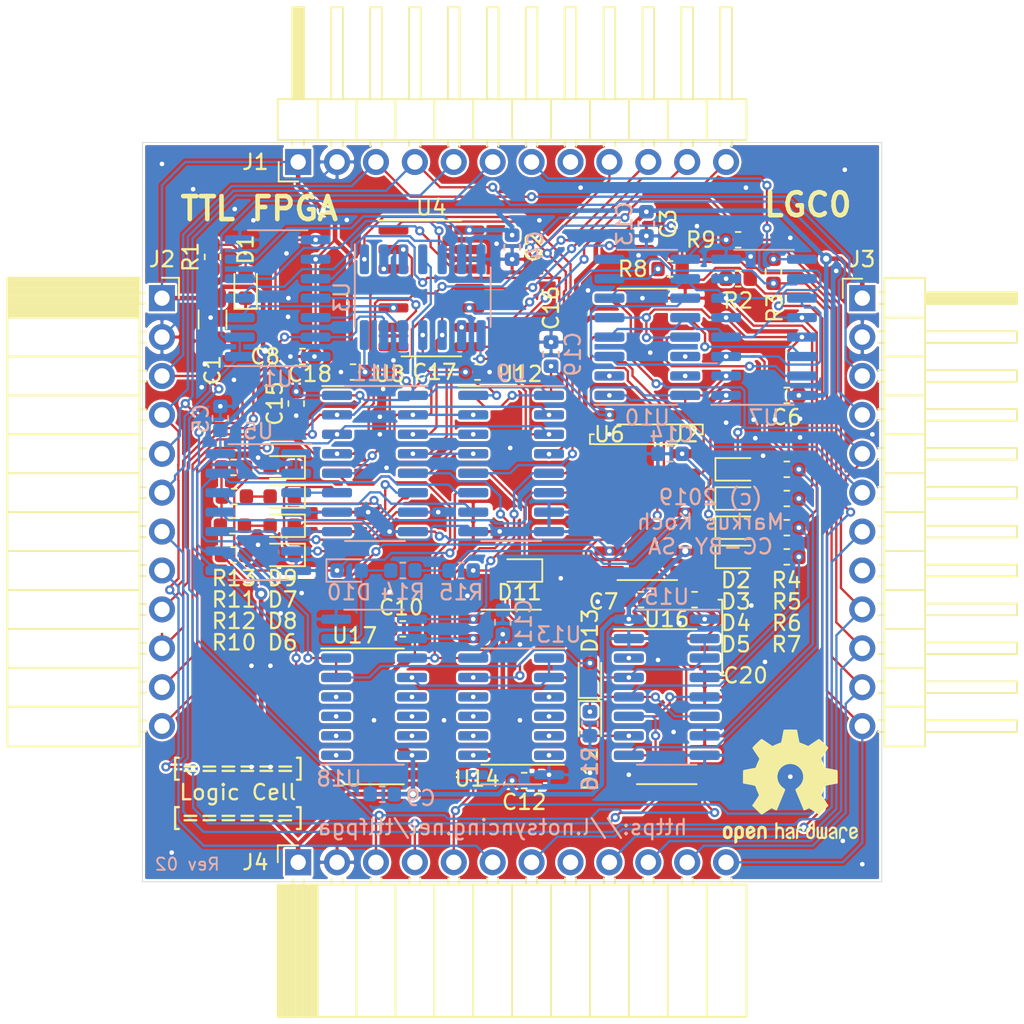
<source format=kicad_pcb>
(kicad_pcb (version 20171130) (host pcbnew 5.1.2)

  (general
    (thickness 1.6)
    (drawings 19)
    (tracks 1476)
    (zones 0)
    (modules 72)
    (nets 111)
  )

  (page A4)
  (layers
    (0 F.Cu signal)
    (31 B.Cu signal)
    (32 B.Adhes user)
    (33 F.Adhes user)
    (34 B.Paste user)
    (35 F.Paste user)
    (36 B.SilkS user)
    (37 F.SilkS user)
    (38 B.Mask user)
    (39 F.Mask user)
    (40 Dwgs.User user)
    (41 Cmts.User user)
    (42 Eco1.User user)
    (43 Eco2.User user)
    (44 Edge.Cuts user)
    (45 Margin user)
    (46 B.CrtYd user)
    (47 F.CrtYd user)
    (48 B.Fab user hide)
    (49 F.Fab user hide)
  )

  (setup
    (last_trace_width 0.1524)
    (user_trace_width 0.3)
    (trace_clearance 0.1524)
    (zone_clearance 0.1524)
    (zone_45_only no)
    (trace_min 0.1524)
    (via_size 0.6)
    (via_drill 0.3)
    (via_min_size 0.4)
    (via_min_drill 0.3)
    (user_via 0.8 0.4)
    (uvia_size 0.3)
    (uvia_drill 0.1)
    (uvias_allowed no)
    (uvia_min_size 0.2)
    (uvia_min_drill 0.1)
    (edge_width 0.05)
    (segment_width 0.2)
    (pcb_text_width 0.3)
    (pcb_text_size 1.5 1.5)
    (mod_edge_width 0.12)
    (mod_text_size 1 1)
    (mod_text_width 0.15)
    (pad_size 1.524 1.524)
    (pad_drill 0.762)
    (pad_to_mask_clearance 0.051)
    (solder_mask_min_width 0.25)
    (aux_axis_origin 0 0)
    (visible_elements FFFFEF7F)
    (pcbplotparams
      (layerselection 0x010fc_ffffffff)
      (usegerberextensions false)
      (usegerberattributes false)
      (usegerberadvancedattributes false)
      (creategerberjobfile false)
      (excludeedgelayer true)
      (linewidth 0.100000)
      (plotframeref false)
      (viasonmask false)
      (mode 1)
      (useauxorigin false)
      (hpglpennumber 1)
      (hpglpenspeed 20)
      (hpglpendiameter 15.000000)
      (psnegative false)
      (psa4output false)
      (plotreference true)
      (plotvalue true)
      (plotinvisibletext false)
      (padsonsilk false)
      (subtractmaskfromsilk false)
      (outputformat 1)
      (mirror false)
      (drillshape 1)
      (scaleselection 1)
      (outputdirectory ""))
  )

  (net 0 "")
  (net 1 GND)
  (net 2 VCC)
  (net 3 "Net-(D1-Pad2)")
  (net 4 /LogicBlock/cfg29)
  (net 5 "Net-(D2-Pad2)")
  (net 6 "Net-(D3-Pad2)")
  (net 7 "Net-(D4-Pad2)")
  (net 8 "Net-(D5-Pad2)")
  (net 9 "Net-(D6-Pad1)")
  (net 10 "Net-(D6-Pad2)")
  (net 11 "Net-(D7-Pad1)")
  (net 12 "Net-(D7-Pad2)")
  (net 13 "Net-(D8-Pad2)")
  (net 14 /LogicBlock/LUTD/lut_in3_n)
  (net 15 /LogicBlock/LUTD/lut_b_en_n)
  (net 16 /LogicBlock/LUTD/lut_a_en_n)
  (net 17 /LogicBlock/LUTD/async_a)
  (net 18 /LogicBlock/LUTD/async_c)
  (net 19 /LogicBlock/LUTD/async_b)
  (net 20 /fabric_t3)
  (net 21 /fabric_t2)
  (net 22 /fabric_t1)
  (net 23 /fabric_t0)
  (net 24 "Net-(J1-Pad8)")
  (net 25 "Net-(J1-Pad7)")
  (net 26 /LogicBlock/isp_mosi)
  (net 27 /LogicBlock/isp_sck)
  (net 28 /LogicBlock/rst_n)
  (net 29 /LogicBlock/clk)
  (net 30 /fabric_l0)
  (net 31 /fabric_l1)
  (net 32 /fabric_l2)
  (net 33 /fabric_l3)
  (net 34 /LogicBlock/isp_miso)
  (net 35 "Net-(J3-Pad8)")
  (net 36 /fabric_b2)
  (net 37 /fabric_b1)
  (net 38 /fabric_b0)
  (net 39 "Net-(J4-Pad8)")
  (net 40 "Net-(R2-Pad2)")
  (net 41 /LogicBlock/lut_out_a)
  (net 42 /LogicBlock/lut_out_c)
  (net 43 /LogicBlock/lut_out_b)
  (net 44 /LogicBlock/lut_out_b_async)
  (net 45 "Net-(R8-Pad2)")
  (net 46 /LogicBlock/cfg28)
  (net 47 /LogicBlock/cfg0)
  (net 48 /LogicBlock/cfg1)
  (net 49 /LogicBlock/cfg2)
  (net 50 /LogicBlock/cfg3)
  (net 51 /LogicBlock/cfg4)
  (net 52 /LogicBlock/cfg5)
  (net 53 /LogicBlock/cfg6)
  (net 54 /LogicBlock/cfg7)
  (net 55 /LogicBlock/cfg15)
  (net 56 /LogicBlock/cfg16)
  (net 57 /LogicBlock/cfg17)
  (net 58 /LogicBlock/cfg18)
  (net 59 /LogicBlock/cfg19)
  (net 60 /LogicBlock/cfg20)
  (net 61 /LogicBlock/cfg21)
  (net 62 /LogicBlock/cfg22)
  (net 63 /LogicBlock/cfg23)
  (net 64 /LogicBlock/cfg14)
  (net 65 /LogicBlock/cfg13)
  (net 66 /LogicBlock/cfg12)
  (net 67 /LogicBlock/cfg11)
  (net 68 /LogicBlock/cfg10)
  (net 69 /LogicBlock/cfg9)
  (net 70 /LogicBlock/cfg8)
  (net 71 /LogicBlock/cfg30)
  (net 72 /LogicBlock/cfg27)
  (net 73 /LogicBlock/cfg26)
  (net 74 /LogicBlock/cfg25)
  (net 75 /LogicBlock/cfg24)
  (net 76 /LogicBlock/lut_in0)
  (net 77 /LogicBlock/lut_in2)
  (net 78 /LogicBlock/lut_in1)
  (net 79 /LogicBlock/lut_in3)
  (net 80 "Net-(U13-Pad12)")
  (net 81 "Net-(U13-Pad11)")
  (net 82 "Net-(U13-Pad10)")
  (net 83 "Net-(U13-Pad6)")
  (net 84 "Net-(U13-Pad5)")
  (net 85 "Net-(U13-Pad4)")
  (net 86 "Net-(U13-Pad3)")
  (net 87 "Net-(U14-Pad6)")
  (net 88 /LogicBlock/LUTD/sync_a)
  (net 89 /LogicBlock/LUTD/sync_c)
  (net 90 /LogicBlock/LUTD/sync_b)
  (net 91 "Net-(U16-Pad15)")
  (net 92 "Net-(U16-Pad12)")
  (net 93 "Net-(U16-Pad10)")
  (net 94 "Net-(U17-Pad3)")
  (net 95 "Net-(U17-Pad4)")
  (net 96 "Net-(U17-Pad5)")
  (net 97 "Net-(U17-Pad6)")
  (net 98 "Net-(U17-Pad10)")
  (net 99 "Net-(U17-Pad11)")
  (net 100 "Net-(U17-Pad12)")
  (net 101 "Net-(U18-Pad6)")
  (net 102 "Net-(D8-Pad1)")
  (net 103 "Net-(D9-Pad2)")
  (net 104 "Net-(R3-Pad2)")
  (net 105 "Net-(R9-Pad2)")
  (net 106 /fabric_b3)
  (net 107 "Net-(U13-Pad1)")
  (net 108 /LogicBlock/cfgLO)
  (net 109 /miso)
  (net 110 /mosi_d)

  (net_class Default "This is the default net class."
    (clearance 0.1524)
    (trace_width 0.1524)
    (via_dia 0.6)
    (via_drill 0.3)
    (uvia_dia 0.3)
    (uvia_drill 0.1)
    (add_net /LogicBlock/LUTD/async_a)
    (add_net /LogicBlock/LUTD/async_b)
    (add_net /LogicBlock/LUTD/async_c)
    (add_net /LogicBlock/LUTD/lut_a_en_n)
    (add_net /LogicBlock/LUTD/lut_b_en_n)
    (add_net /LogicBlock/LUTD/lut_in3_n)
    (add_net /LogicBlock/LUTD/sync_a)
    (add_net /LogicBlock/LUTD/sync_b)
    (add_net /LogicBlock/LUTD/sync_c)
    (add_net /LogicBlock/cfg0)
    (add_net /LogicBlock/cfg1)
    (add_net /LogicBlock/cfg10)
    (add_net /LogicBlock/cfg11)
    (add_net /LogicBlock/cfg12)
    (add_net /LogicBlock/cfg13)
    (add_net /LogicBlock/cfg14)
    (add_net /LogicBlock/cfg15)
    (add_net /LogicBlock/cfg16)
    (add_net /LogicBlock/cfg17)
    (add_net /LogicBlock/cfg18)
    (add_net /LogicBlock/cfg19)
    (add_net /LogicBlock/cfg2)
    (add_net /LogicBlock/cfg20)
    (add_net /LogicBlock/cfg21)
    (add_net /LogicBlock/cfg22)
    (add_net /LogicBlock/cfg23)
    (add_net /LogicBlock/cfg24)
    (add_net /LogicBlock/cfg25)
    (add_net /LogicBlock/cfg26)
    (add_net /LogicBlock/cfg27)
    (add_net /LogicBlock/cfg28)
    (add_net /LogicBlock/cfg29)
    (add_net /LogicBlock/cfg3)
    (add_net /LogicBlock/cfg30)
    (add_net /LogicBlock/cfg4)
    (add_net /LogicBlock/cfg5)
    (add_net /LogicBlock/cfg6)
    (add_net /LogicBlock/cfg7)
    (add_net /LogicBlock/cfg8)
    (add_net /LogicBlock/cfg9)
    (add_net /LogicBlock/cfgLO)
    (add_net /LogicBlock/clk)
    (add_net /LogicBlock/isp_miso)
    (add_net /LogicBlock/isp_mosi)
    (add_net /LogicBlock/isp_sck)
    (add_net /LogicBlock/lut_in0)
    (add_net /LogicBlock/lut_in1)
    (add_net /LogicBlock/lut_in2)
    (add_net /LogicBlock/lut_in3)
    (add_net /LogicBlock/lut_out_a)
    (add_net /LogicBlock/lut_out_b)
    (add_net /LogicBlock/lut_out_b_async)
    (add_net /LogicBlock/lut_out_c)
    (add_net /LogicBlock/rst_n)
    (add_net /fabric_b0)
    (add_net /fabric_b1)
    (add_net /fabric_b2)
    (add_net /fabric_b3)
    (add_net /fabric_l0)
    (add_net /fabric_l1)
    (add_net /fabric_l2)
    (add_net /fabric_l3)
    (add_net /fabric_t0)
    (add_net /fabric_t1)
    (add_net /fabric_t2)
    (add_net /fabric_t3)
    (add_net /miso)
    (add_net /mosi_d)
    (add_net GND)
    (add_net "Net-(D1-Pad2)")
    (add_net "Net-(D2-Pad2)")
    (add_net "Net-(D3-Pad2)")
    (add_net "Net-(D4-Pad2)")
    (add_net "Net-(D5-Pad2)")
    (add_net "Net-(D6-Pad1)")
    (add_net "Net-(D6-Pad2)")
    (add_net "Net-(D7-Pad1)")
    (add_net "Net-(D7-Pad2)")
    (add_net "Net-(D8-Pad1)")
    (add_net "Net-(D8-Pad2)")
    (add_net "Net-(D9-Pad2)")
    (add_net "Net-(J1-Pad7)")
    (add_net "Net-(J1-Pad8)")
    (add_net "Net-(J3-Pad8)")
    (add_net "Net-(J4-Pad8)")
    (add_net "Net-(R2-Pad2)")
    (add_net "Net-(R3-Pad2)")
    (add_net "Net-(R8-Pad2)")
    (add_net "Net-(R9-Pad2)")
    (add_net "Net-(U13-Pad1)")
    (add_net "Net-(U13-Pad10)")
    (add_net "Net-(U13-Pad11)")
    (add_net "Net-(U13-Pad12)")
    (add_net "Net-(U13-Pad3)")
    (add_net "Net-(U13-Pad4)")
    (add_net "Net-(U13-Pad5)")
    (add_net "Net-(U13-Pad6)")
    (add_net "Net-(U14-Pad6)")
    (add_net "Net-(U16-Pad10)")
    (add_net "Net-(U16-Pad12)")
    (add_net "Net-(U16-Pad15)")
    (add_net "Net-(U17-Pad10)")
    (add_net "Net-(U17-Pad11)")
    (add_net "Net-(U17-Pad12)")
    (add_net "Net-(U17-Pad3)")
    (add_net "Net-(U17-Pad4)")
    (add_net "Net-(U17-Pad5)")
    (add_net "Net-(U17-Pad6)")
    (add_net "Net-(U18-Pad6)")
    (add_net VCC)
  )

  (module Symbol:OSHW-Logo2_9.8x8mm_SilkScreen (layer F.Cu) (tedit 0) (tstamp 5D036A70)
    (at 250.571 85.217)
    (descr "Open Source Hardware Symbol")
    (tags "Logo Symbol OSHW")
    (attr virtual)
    (fp_text reference REF** (at 0 0) (layer F.SilkS) hide
      (effects (font (size 1 1) (thickness 0.15)))
    )
    (fp_text value OSHW-Logo2_9.8x8mm_SilkScreen (at 0.75 0) (layer F.Fab) hide
      (effects (font (size 1 1) (thickness 0.15)))
    )
    (fp_poly (pts (xy 0.139878 -3.712224) (xy 0.245612 -3.711645) (xy 0.322132 -3.710078) (xy 0.374372 -3.707028)
      (xy 0.407263 -3.702004) (xy 0.425737 -3.694511) (xy 0.434727 -3.684056) (xy 0.439163 -3.670147)
      (xy 0.439594 -3.668346) (xy 0.446333 -3.635855) (xy 0.458808 -3.571748) (xy 0.475719 -3.482849)
      (xy 0.495771 -3.375981) (xy 0.517664 -3.257967) (xy 0.518429 -3.253822) (xy 0.540359 -3.138169)
      (xy 0.560877 -3.035986) (xy 0.578659 -2.953402) (xy 0.592381 -2.896544) (xy 0.600718 -2.871542)
      (xy 0.601116 -2.871099) (xy 0.625677 -2.85889) (xy 0.676315 -2.838544) (xy 0.742095 -2.814455)
      (xy 0.742461 -2.814326) (xy 0.825317 -2.783182) (xy 0.923 -2.743509) (xy 1.015077 -2.703619)
      (xy 1.019434 -2.701647) (xy 1.169407 -2.63358) (xy 1.501498 -2.860361) (xy 1.603374 -2.929496)
      (xy 1.695657 -2.991303) (xy 1.773003 -3.042267) (xy 1.830064 -3.078873) (xy 1.861495 -3.097606)
      (xy 1.864479 -3.098996) (xy 1.887321 -3.09281) (xy 1.929982 -3.062965) (xy 1.994128 -3.008053)
      (xy 2.081421 -2.926666) (xy 2.170535 -2.840078) (xy 2.256441 -2.754753) (xy 2.333327 -2.676892)
      (xy 2.396564 -2.611303) (xy 2.441523 -2.562795) (xy 2.463576 -2.536175) (xy 2.464396 -2.534805)
      (xy 2.466834 -2.516537) (xy 2.45765 -2.486705) (xy 2.434574 -2.441279) (xy 2.395337 -2.37623)
      (xy 2.33767 -2.28753) (xy 2.260795 -2.173343) (xy 2.19257 -2.072838) (xy 2.131582 -1.982697)
      (xy 2.081356 -1.908151) (xy 2.045416 -1.854435) (xy 2.027287 -1.826782) (xy 2.026146 -1.824905)
      (xy 2.028359 -1.79841) (xy 2.045138 -1.746914) (xy 2.073142 -1.680149) (xy 2.083122 -1.658828)
      (xy 2.126672 -1.563841) (xy 2.173134 -1.456063) (xy 2.210877 -1.362808) (xy 2.238073 -1.293594)
      (xy 2.259675 -1.240994) (xy 2.272158 -1.213503) (xy 2.273709 -1.211384) (xy 2.296668 -1.207876)
      (xy 2.350786 -1.198262) (xy 2.428868 -1.183911) (xy 2.523719 -1.166193) (xy 2.628143 -1.146475)
      (xy 2.734944 -1.126126) (xy 2.836926 -1.106514) (xy 2.926894 -1.089009) (xy 2.997653 -1.074978)
      (xy 3.042006 -1.065791) (xy 3.052885 -1.063193) (xy 3.064122 -1.056782) (xy 3.072605 -1.042303)
      (xy 3.078714 -1.014867) (xy 3.082832 -0.969589) (xy 3.085341 -0.90158) (xy 3.086621 -0.805953)
      (xy 3.087054 -0.67782) (xy 3.087077 -0.625299) (xy 3.087077 -0.198155) (xy 2.9845 -0.177909)
      (xy 2.927431 -0.16693) (xy 2.842269 -0.150905) (xy 2.739372 -0.131767) (xy 2.629096 -0.111449)
      (xy 2.598615 -0.105868) (xy 2.496855 -0.086083) (xy 2.408205 -0.066627) (xy 2.340108 -0.049303)
      (xy 2.300004 -0.035912) (xy 2.293323 -0.031921) (xy 2.276919 -0.003658) (xy 2.253399 0.051109)
      (xy 2.227316 0.121588) (xy 2.222142 0.136769) (xy 2.187956 0.230896) (xy 2.145523 0.337101)
      (xy 2.103997 0.432473) (xy 2.103792 0.432916) (xy 2.03464 0.582525) (xy 2.489512 1.251617)
      (xy 2.1975 1.544116) (xy 2.10918 1.63117) (xy 2.028625 1.707909) (xy 1.96036 1.770237)
      (xy 1.908908 1.814056) (xy 1.878794 1.83527) (xy 1.874474 1.836616) (xy 1.849111 1.826016)
      (xy 1.797358 1.796547) (xy 1.724868 1.751705) (xy 1.637294 1.694984) (xy 1.542612 1.631462)
      (xy 1.446516 1.566668) (xy 1.360837 1.510287) (xy 1.291016 1.465788) (xy 1.242494 1.436639)
      (xy 1.220782 1.426308) (xy 1.194293 1.43505) (xy 1.144062 1.458087) (xy 1.080451 1.490631)
      (xy 1.073708 1.494249) (xy 0.988046 1.53721) (xy 0.929306 1.558279) (xy 0.892772 1.558503)
      (xy 0.873731 1.538928) (xy 0.87362 1.538654) (xy 0.864102 1.515472) (xy 0.841403 1.460441)
      (xy 0.807282 1.377822) (xy 0.7635 1.271872) (xy 0.711816 1.146852) (xy 0.653992 1.00702)
      (xy 0.597991 0.871637) (xy 0.536447 0.722234) (xy 0.479939 0.583832) (xy 0.430161 0.460673)
      (xy 0.388806 0.357002) (xy 0.357568 0.277059) (xy 0.338141 0.225088) (xy 0.332154 0.205692)
      (xy 0.347168 0.183443) (xy 0.386439 0.147982) (xy 0.438807 0.108887) (xy 0.587941 -0.014755)
      (xy 0.704511 -0.156478) (xy 0.787118 -0.313296) (xy 0.834366 -0.482225) (xy 0.844857 -0.660278)
      (xy 0.837231 -0.742461) (xy 0.795682 -0.912969) (xy 0.724123 -1.063541) (xy 0.626995 -1.192691)
      (xy 0.508734 -1.298936) (xy 0.37378 -1.38079) (xy 0.226571 -1.436768) (xy 0.071544 -1.465385)
      (xy -0.086861 -1.465156) (xy -0.244206 -1.434595) (xy -0.396054 -1.372218) (xy -0.537965 -1.27654)
      (xy -0.597197 -1.222428) (xy -0.710797 -1.08348) (xy -0.789894 -0.931639) (xy -0.835014 -0.771333)
      (xy -0.846684 -0.606988) (xy -0.825431 -0.443029) (xy -0.77178 -0.283882) (xy -0.68626 -0.133975)
      (xy -0.569395 0.002267) (xy -0.438807 0.108887) (xy -0.384412 0.149642) (xy -0.345986 0.184718)
      (xy -0.332154 0.205726) (xy -0.339397 0.228635) (xy -0.359995 0.283365) (xy -0.392254 0.365672)
      (xy -0.434479 0.471315) (xy -0.484977 0.59605) (xy -0.542052 0.735636) (xy -0.598146 0.87167)
      (xy -0.660033 1.021201) (xy -0.717356 1.159767) (xy -0.768356 1.283107) (xy -0.811273 1.386964)
      (xy -0.844347 1.46708) (xy -0.865819 1.519195) (xy -0.873775 1.538654) (xy -0.892571 1.558423)
      (xy -0.928926 1.558365) (xy -0.987521 1.537441) (xy -1.073032 1.494613) (xy -1.073708 1.494249)
      (xy -1.138093 1.461012) (xy -1.190139 1.436802) (xy -1.219488 1.426404) (xy -1.220783 1.426308)
      (xy -1.242876 1.436855) (xy -1.291652 1.466184) (xy -1.361669 1.510827) (xy -1.447486 1.567314)
      (xy -1.542612 1.631462) (xy -1.63946 1.696411) (xy -1.726747 1.752896) (xy -1.798819 1.797421)
      (xy -1.850023 1.82649) (xy -1.874474 1.836616) (xy -1.89699 1.823307) (xy -1.942258 1.786112)
      (xy -2.005756 1.729128) (xy -2.082961 1.656449) (xy -2.169349 1.572171) (xy -2.197601 1.544016)
      (xy -2.489713 1.251416) (xy -2.267369 0.925104) (xy -2.199798 0.824897) (xy -2.140493 0.734963)
      (xy -2.092783 0.66051) (xy -2.059993 0.606751) (xy -2.045452 0.578894) (xy -2.045026 0.576912)
      (xy -2.052692 0.550655) (xy -2.073311 0.497837) (xy -2.103315 0.42731) (xy -2.124375 0.380093)
      (xy -2.163752 0.289694) (xy -2.200835 0.198366) (xy -2.229585 0.1212) (xy -2.237395 0.097692)
      (xy -2.259583 0.034916) (xy -2.281273 -0.013589) (xy -2.293187 -0.031921) (xy -2.319477 -0.043141)
      (xy -2.376858 -0.059046) (xy -2.457882 -0.077833) (xy -2.555105 -0.097701) (xy -2.598615 -0.105868)
      (xy -2.709104 -0.126171) (xy -2.815084 -0.14583) (xy -2.906199 -0.162912) (xy -2.972092 -0.175482)
      (xy -2.9845 -0.177909) (xy -3.087077 -0.198155) (xy -3.087077 -0.625299) (xy -3.086847 -0.765754)
      (xy -3.085901 -0.872021) (xy -3.083859 -0.948987) (xy -3.080338 -1.00154) (xy -3.074957 -1.034567)
      (xy -3.067334 -1.052955) (xy -3.057088 -1.061592) (xy -3.052885 -1.063193) (xy -3.02753 -1.068873)
      (xy -2.971516 -1.080205) (xy -2.892036 -1.095821) (xy -2.796288 -1.114353) (xy -2.691467 -1.134431)
      (xy -2.584768 -1.154688) (xy -2.483387 -1.173754) (xy -2.394521 -1.190261) (xy -2.325363 -1.202841)
      (xy -2.283111 -1.210125) (xy -2.27371 -1.211384) (xy -2.265193 -1.228237) (xy -2.24634 -1.27313)
      (xy -2.220676 -1.33757) (xy -2.210877 -1.362808) (xy -2.171352 -1.460314) (xy -2.124808 -1.568041)
      (xy -2.083123 -1.658828) (xy -2.05245 -1.728247) (xy -2.032044 -1.78529) (xy -2.025232 -1.820223)
      (xy -2.026318 -1.824905) (xy -2.040715 -1.847009) (xy -2.073588 -1.896169) (xy -2.12141 -1.967152)
      (xy -2.180652 -2.054722) (xy -2.247785 -2.153643) (xy -2.261059 -2.17317) (xy -2.338954 -2.28886)
      (xy -2.396213 -2.376956) (xy -2.435119 -2.441514) (xy -2.457956 -2.486589) (xy -2.467006 -2.516237)
      (xy -2.464552 -2.534515) (xy -2.464489 -2.534631) (xy -2.445173 -2.558639) (xy -2.402449 -2.605053)
      (xy -2.340949 -2.669063) (xy -2.265302 -2.745855) (xy -2.180139 -2.830618) (xy -2.170535 -2.840078)
      (xy -2.06321 -2.944011) (xy -1.980385 -3.020325) (xy -1.920395 -3.070429) (xy -1.881577 -3.09573)
      (xy -1.86448 -3.098996) (xy -1.839527 -3.08475) (xy -1.787745 -3.051844) (xy -1.71448 -3.003792)
      (xy -1.62508 -2.94411) (xy -1.524889 -2.876312) (xy -1.501499 -2.860361) (xy -1.169407 -2.63358)
      (xy -1.019435 -2.701647) (xy -0.92823 -2.741315) (xy -0.830331 -2.781209) (xy -0.746169 -2.813017)
      (xy -0.742462 -2.814326) (xy -0.676631 -2.838424) (xy -0.625884 -2.8588) (xy -0.601158 -2.871064)
      (xy -0.601116 -2.871099) (xy -0.593271 -2.893266) (xy -0.579934 -2.947783) (xy -0.56243 -3.02852)
      (xy -0.542083 -3.12935) (xy -0.520218 -3.244144) (xy -0.518429 -3.253822) (xy -0.496496 -3.372096)
      (xy -0.47636 -3.479458) (xy -0.45932 -3.569083) (xy -0.446672 -3.634149) (xy -0.439716 -3.667832)
      (xy -0.439594 -3.668346) (xy -0.435361 -3.682675) (xy -0.427129 -3.693493) (xy -0.409967 -3.701294)
      (xy -0.378942 -3.706571) (xy -0.329122 -3.709818) (xy -0.255576 -3.711528) (xy -0.153371 -3.712193)
      (xy -0.017575 -3.712307) (xy 0 -3.712308) (xy 0.139878 -3.712224)) (layer F.SilkS) (width 0.01))
    (fp_poly (pts (xy 4.245224 2.647838) (xy 4.322528 2.698361) (xy 4.359814 2.74359) (xy 4.389353 2.825663)
      (xy 4.391699 2.890607) (xy 4.386385 2.977445) (xy 4.186115 3.065103) (xy 4.088739 3.109887)
      (xy 4.025113 3.145913) (xy 3.992029 3.177117) (xy 3.98628 3.207436) (xy 4.004658 3.240805)
      (xy 4.024923 3.262923) (xy 4.083889 3.298393) (xy 4.148024 3.300879) (xy 4.206926 3.273235)
      (xy 4.250197 3.21832) (xy 4.257936 3.198928) (xy 4.295006 3.138364) (xy 4.337654 3.112552)
      (xy 4.396154 3.090471) (xy 4.396154 3.174184) (xy 4.390982 3.23115) (xy 4.370723 3.279189)
      (xy 4.328262 3.334346) (xy 4.321951 3.341514) (xy 4.27472 3.390585) (xy 4.234121 3.41692)
      (xy 4.183328 3.429035) (xy 4.14122 3.433003) (xy 4.065902 3.433991) (xy 4.012286 3.421466)
      (xy 3.978838 3.402869) (xy 3.926268 3.361975) (xy 3.889879 3.317748) (xy 3.86685 3.262126)
      (xy 3.854359 3.187047) (xy 3.849587 3.084449) (xy 3.849206 3.032376) (xy 3.850501 2.969948)
      (xy 3.968471 2.969948) (xy 3.969839 3.003438) (xy 3.973249 3.008923) (xy 3.995753 3.001472)
      (xy 4.044182 2.981753) (xy 4.108908 2.953718) (xy 4.122443 2.947692) (xy 4.204244 2.906096)
      (xy 4.249312 2.869538) (xy 4.259217 2.835296) (xy 4.235526 2.800648) (xy 4.21596 2.785339)
      (xy 4.14536 2.754721) (xy 4.07928 2.75978) (xy 4.023959 2.797151) (xy 3.985636 2.863473)
      (xy 3.973349 2.916116) (xy 3.968471 2.969948) (xy 3.850501 2.969948) (xy 3.85173 2.91072)
      (xy 3.861032 2.82071) (xy 3.87946 2.755167) (xy 3.90936 2.706912) (xy 3.95308 2.668767)
      (xy 3.972141 2.65644) (xy 4.058726 2.624336) (xy 4.153522 2.622316) (xy 4.245224 2.647838)) (layer F.SilkS) (width 0.01))
    (fp_poly (pts (xy 3.570807 2.636782) (xy 3.594161 2.646988) (xy 3.649902 2.691134) (xy 3.697569 2.754967)
      (xy 3.727048 2.823087) (xy 3.731846 2.85667) (xy 3.71576 2.903556) (xy 3.680475 2.928365)
      (xy 3.642644 2.943387) (xy 3.625321 2.946155) (xy 3.616886 2.926066) (xy 3.60023 2.882351)
      (xy 3.592923 2.862598) (xy 3.551948 2.794271) (xy 3.492622 2.760191) (xy 3.416552 2.761239)
      (xy 3.410918 2.762581) (xy 3.370305 2.781836) (xy 3.340448 2.819375) (xy 3.320055 2.879809)
      (xy 3.307836 2.967751) (xy 3.3025 3.087813) (xy 3.302 3.151698) (xy 3.301752 3.252403)
      (xy 3.300126 3.321054) (xy 3.295801 3.364673) (xy 3.287454 3.390282) (xy 3.273765 3.404903)
      (xy 3.253411 3.415558) (xy 3.252234 3.416095) (xy 3.213038 3.432667) (xy 3.193619 3.438769)
      (xy 3.190635 3.420319) (xy 3.188081 3.369323) (xy 3.18614 3.292308) (xy 3.184997 3.195805)
      (xy 3.184769 3.125184) (xy 3.185932 2.988525) (xy 3.190479 2.884851) (xy 3.199999 2.808108)
      (xy 3.216081 2.752246) (xy 3.240313 2.711212) (xy 3.274286 2.678954) (xy 3.307833 2.65644)
      (xy 3.388499 2.626476) (xy 3.482381 2.619718) (xy 3.570807 2.636782)) (layer F.SilkS) (width 0.01))
    (fp_poly (pts (xy 2.887333 2.633528) (xy 2.94359 2.659117) (xy 2.987747 2.690124) (xy 3.020101 2.724795)
      (xy 3.042438 2.76952) (xy 3.056546 2.830692) (xy 3.064211 2.914701) (xy 3.06722 3.02794)
      (xy 3.067538 3.102509) (xy 3.067538 3.39342) (xy 3.017773 3.416095) (xy 2.978576 3.432667)
      (xy 2.959157 3.438769) (xy 2.955442 3.42061) (xy 2.952495 3.371648) (xy 2.950691 3.300153)
      (xy 2.950308 3.243385) (xy 2.948661 3.161371) (xy 2.944222 3.096309) (xy 2.93774 3.056467)
      (xy 2.93259 3.048) (xy 2.897977 3.056646) (xy 2.84364 3.078823) (xy 2.780722 3.108886)
      (xy 2.720368 3.141192) (xy 2.673721 3.170098) (xy 2.651926 3.189961) (xy 2.651839 3.190175)
      (xy 2.653714 3.226935) (xy 2.670525 3.262026) (xy 2.700039 3.290528) (xy 2.743116 3.300061)
      (xy 2.779932 3.29895) (xy 2.832074 3.298133) (xy 2.859444 3.310349) (xy 2.875882 3.342624)
      (xy 2.877955 3.34871) (xy 2.885081 3.394739) (xy 2.866024 3.422687) (xy 2.816353 3.436007)
      (xy 2.762697 3.43847) (xy 2.666142 3.42021) (xy 2.616159 3.394131) (xy 2.554429 3.332868)
      (xy 2.52169 3.25767) (xy 2.518753 3.178211) (xy 2.546424 3.104167) (xy 2.588047 3.057769)
      (xy 2.629604 3.031793) (xy 2.694922 2.998907) (xy 2.771038 2.965557) (xy 2.783726 2.960461)
      (xy 2.867333 2.923565) (xy 2.91553 2.891046) (xy 2.93103 2.858718) (xy 2.91655 2.822394)
      (xy 2.891692 2.794) (xy 2.832939 2.759039) (xy 2.768293 2.756417) (xy 2.709008 2.783358)
      (xy 2.666339 2.837088) (xy 2.660739 2.85095) (xy 2.628133 2.901936) (xy 2.58053 2.939787)
      (xy 2.520461 2.97085) (xy 2.520461 2.882768) (xy 2.523997 2.828951) (xy 2.539156 2.786534)
      (xy 2.572768 2.741279) (xy 2.605035 2.70642) (xy 2.655209 2.657062) (xy 2.694193 2.630547)
      (xy 2.736064 2.619911) (xy 2.78346 2.618154) (xy 2.887333 2.633528)) (layer F.SilkS) (width 0.01))
    (fp_poly (pts (xy 2.395929 2.636662) (xy 2.398911 2.688068) (xy 2.401247 2.766192) (xy 2.402749 2.864857)
      (xy 2.403231 2.968343) (xy 2.403231 3.318533) (xy 2.341401 3.380363) (xy 2.298793 3.418462)
      (xy 2.26139 3.433895) (xy 2.21027 3.432918) (xy 2.189978 3.430433) (xy 2.126554 3.4232)
      (xy 2.074095 3.419055) (xy 2.061308 3.418672) (xy 2.018199 3.421176) (xy 1.956544 3.427462)
      (xy 1.932638 3.430433) (xy 1.873922 3.435028) (xy 1.834464 3.425046) (xy 1.795338 3.394228)
      (xy 1.781215 3.380363) (xy 1.719385 3.318533) (xy 1.719385 2.663503) (xy 1.76915 2.640829)
      (xy 1.812002 2.624034) (xy 1.837073 2.618154) (xy 1.843501 2.636736) (xy 1.849509 2.688655)
      (xy 1.854697 2.768172) (xy 1.858664 2.869546) (xy 1.860577 2.955192) (xy 1.865923 3.292231)
      (xy 1.91256 3.298825) (xy 1.954976 3.294214) (xy 1.97576 3.279287) (xy 1.98157 3.251377)
      (xy 1.98653 3.191925) (xy 1.990246 3.108466) (xy 1.992324 3.008532) (xy 1.992624 2.957104)
      (xy 1.992923 2.661054) (xy 2.054454 2.639604) (xy 2.098004 2.62502) (xy 2.121694 2.618219)
      (xy 2.122377 2.618154) (xy 2.124754 2.636642) (xy 2.127366 2.687906) (xy 2.129995 2.765649)
      (xy 2.132421 2.863574) (xy 2.134115 2.955192) (xy 2.139461 3.292231) (xy 2.256692 3.292231)
      (xy 2.262072 2.984746) (xy 2.267451 2.677261) (xy 2.324601 2.647707) (xy 2.366797 2.627413)
      (xy 2.39177 2.618204) (xy 2.392491 2.618154) (xy 2.395929 2.636662)) (layer F.SilkS) (width 0.01))
    (fp_poly (pts (xy 1.602081 2.780289) (xy 1.601833 2.92632) (xy 1.600872 3.038655) (xy 1.598794 3.122678)
      (xy 1.595193 3.183769) (xy 1.589665 3.227309) (xy 1.581804 3.258679) (xy 1.571207 3.283262)
      (xy 1.563182 3.297294) (xy 1.496728 3.373388) (xy 1.41247 3.421084) (xy 1.319249 3.438199)
      (xy 1.2259 3.422546) (xy 1.170312 3.394418) (xy 1.111957 3.34576) (xy 1.072186 3.286333)
      (xy 1.04819 3.208507) (xy 1.037161 3.104652) (xy 1.035599 3.028462) (xy 1.035809 3.022986)
      (xy 1.172308 3.022986) (xy 1.173141 3.110355) (xy 1.176961 3.168192) (xy 1.185746 3.206029)
      (xy 1.201474 3.233398) (xy 1.220266 3.254042) (xy 1.283375 3.29389) (xy 1.351137 3.297295)
      (xy 1.415179 3.264025) (xy 1.420164 3.259517) (xy 1.441439 3.236067) (xy 1.454779 3.208166)
      (xy 1.462001 3.166641) (xy 1.464923 3.102316) (xy 1.465385 3.0312) (xy 1.464383 2.941858)
      (xy 1.460238 2.882258) (xy 1.451236 2.843089) (xy 1.435667 2.81504) (xy 1.422902 2.800144)
      (xy 1.3636 2.762575) (xy 1.295301 2.758057) (xy 1.23011 2.786753) (xy 1.217528 2.797406)
      (xy 1.196111 2.821063) (xy 1.182744 2.849251) (xy 1.175566 2.891245) (xy 1.172719 2.956319)
      (xy 1.172308 3.022986) (xy 1.035809 3.022986) (xy 1.040322 2.905765) (xy 1.056362 2.813577)
      (xy 1.086528 2.744269) (xy 1.133629 2.690211) (xy 1.170312 2.662505) (xy 1.23699 2.632572)
      (xy 1.314272 2.618678) (xy 1.38611 2.622397) (xy 1.426308 2.6374) (xy 1.442082 2.64167)
      (xy 1.45255 2.62575) (xy 1.459856 2.583089) (xy 1.465385 2.518106) (xy 1.471437 2.445732)
      (xy 1.479844 2.402187) (xy 1.495141 2.377287) (xy 1.521864 2.360845) (xy 1.538654 2.353564)
      (xy 1.602154 2.326963) (xy 1.602081 2.780289)) (layer F.SilkS) (width 0.01))
    (fp_poly (pts (xy 0.713362 2.62467) (xy 0.802117 2.657421) (xy 0.874022 2.71535) (xy 0.902144 2.756128)
      (xy 0.932802 2.830954) (xy 0.932165 2.885058) (xy 0.899987 2.921446) (xy 0.888081 2.927633)
      (xy 0.836675 2.946925) (xy 0.810422 2.941982) (xy 0.80153 2.909587) (xy 0.801077 2.891692)
      (xy 0.784797 2.825859) (xy 0.742365 2.779807) (xy 0.683388 2.757564) (xy 0.617475 2.763161)
      (xy 0.563895 2.792229) (xy 0.545798 2.80881) (xy 0.532971 2.828925) (xy 0.524306 2.859332)
      (xy 0.518696 2.906788) (xy 0.515035 2.97805) (xy 0.512215 3.079875) (xy 0.511484 3.112115)
      (xy 0.50882 3.22241) (xy 0.505792 3.300036) (xy 0.50125 3.351396) (xy 0.494046 3.38289)
      (xy 0.483033 3.40092) (xy 0.46706 3.411888) (xy 0.456834 3.416733) (xy 0.413406 3.433301)
      (xy 0.387842 3.438769) (xy 0.379395 3.420507) (xy 0.374239 3.365296) (xy 0.372346 3.272499)
      (xy 0.373689 3.141478) (xy 0.374107 3.121269) (xy 0.377058 3.001733) (xy 0.380548 2.914449)
      (xy 0.385514 2.852591) (xy 0.392893 2.809336) (xy 0.403624 2.77786) (xy 0.418645 2.751339)
      (xy 0.426502 2.739975) (xy 0.471553 2.689692) (xy 0.52194 2.650581) (xy 0.528108 2.647167)
      (xy 0.618458 2.620212) (xy 0.713362 2.62467)) (layer F.SilkS) (width 0.01))
    (fp_poly (pts (xy 0.053501 2.626303) (xy 0.13006 2.654733) (xy 0.130936 2.655279) (xy 0.178285 2.690127)
      (xy 0.213241 2.730852) (xy 0.237825 2.783925) (xy 0.254062 2.855814) (xy 0.263975 2.952992)
      (xy 0.269586 3.081928) (xy 0.270077 3.100298) (xy 0.277141 3.377287) (xy 0.217695 3.408028)
      (xy 0.174681 3.428802) (xy 0.14871 3.438646) (xy 0.147509 3.438769) (xy 0.143014 3.420606)
      (xy 0.139444 3.371612) (xy 0.137248 3.300031) (xy 0.136769 3.242068) (xy 0.136758 3.14817)
      (xy 0.132466 3.089203) (xy 0.117503 3.061079) (xy 0.085482 3.059706) (xy 0.030014 3.080998)
      (xy -0.053731 3.120136) (xy -0.115311 3.152643) (xy -0.146983 3.180845) (xy -0.156294 3.211582)
      (xy -0.156308 3.213104) (xy -0.140943 3.266054) (xy -0.095453 3.29466) (xy -0.025834 3.298803)
      (xy 0.024313 3.298084) (xy 0.050754 3.312527) (xy 0.067243 3.347218) (xy 0.076733 3.391416)
      (xy 0.063057 3.416493) (xy 0.057907 3.420082) (xy 0.009425 3.434496) (xy -0.058469 3.436537)
      (xy -0.128388 3.426983) (xy -0.177932 3.409522) (xy -0.24643 3.351364) (xy -0.285366 3.270408)
      (xy -0.293077 3.20716) (xy -0.287193 3.150111) (xy -0.265899 3.103542) (xy -0.223735 3.062181)
      (xy -0.155241 3.020755) (xy -0.054956 2.973993) (xy -0.048846 2.97135) (xy 0.04149 2.929617)
      (xy 0.097235 2.895391) (xy 0.121129 2.864635) (xy 0.115913 2.833311) (xy 0.084328 2.797383)
      (xy 0.074883 2.789116) (xy 0.011617 2.757058) (xy -0.053936 2.758407) (xy -0.111028 2.789838)
      (xy -0.148907 2.848024) (xy -0.152426 2.859446) (xy -0.1867 2.914837) (xy -0.230191 2.941518)
      (xy -0.293077 2.96796) (xy -0.293077 2.899548) (xy -0.273948 2.80011) (xy -0.217169 2.708902)
      (xy -0.187622 2.678389) (xy -0.120458 2.639228) (xy -0.035044 2.6215) (xy 0.053501 2.626303)) (layer F.SilkS) (width 0.01))
    (fp_poly (pts (xy -0.840154 2.49212) (xy -0.834428 2.57198) (xy -0.827851 2.619039) (xy -0.818738 2.639566)
      (xy -0.805402 2.639829) (xy -0.801077 2.637378) (xy -0.743556 2.619636) (xy -0.668732 2.620672)
      (xy -0.592661 2.63891) (xy -0.545082 2.662505) (xy -0.496298 2.700198) (xy -0.460636 2.742855)
      (xy -0.436155 2.797057) (xy -0.420913 2.869384) (xy -0.41297 2.966419) (xy -0.410384 3.094742)
      (xy -0.410338 3.119358) (xy -0.410308 3.39587) (xy -0.471839 3.41732) (xy -0.515541 3.431912)
      (xy -0.539518 3.438706) (xy -0.540223 3.438769) (xy -0.542585 3.420345) (xy -0.544594 3.369526)
      (xy -0.546099 3.292993) (xy -0.546947 3.19743) (xy -0.547077 3.139329) (xy -0.547349 3.024771)
      (xy -0.548748 2.942667) (xy -0.552151 2.886393) (xy -0.558433 2.849326) (xy -0.568471 2.824844)
      (xy -0.583139 2.806325) (xy -0.592298 2.797406) (xy -0.655211 2.761466) (xy -0.723864 2.758775)
      (xy -0.786152 2.78917) (xy -0.797671 2.800144) (xy -0.814567 2.820779) (xy -0.826286 2.845256)
      (xy -0.833767 2.880647) (xy -0.837946 2.934026) (xy -0.839763 3.012466) (xy -0.840154 3.120617)
      (xy -0.840154 3.39587) (xy -0.901685 3.41732) (xy -0.945387 3.431912) (xy -0.969364 3.438706)
      (xy -0.97007 3.438769) (xy -0.971874 3.420069) (xy -0.9735 3.367322) (xy -0.974883 3.285557)
      (xy -0.975958 3.179805) (xy -0.97666 3.055094) (xy -0.976923 2.916455) (xy -0.976923 2.381806)
      (xy -0.849923 2.328236) (xy -0.840154 2.49212)) (layer F.SilkS) (width 0.01))
    (fp_poly (pts (xy -2.465746 2.599745) (xy -2.388714 2.651567) (xy -2.329184 2.726412) (xy -2.293622 2.821654)
      (xy -2.286429 2.891756) (xy -2.287246 2.921009) (xy -2.294086 2.943407) (xy -2.312888 2.963474)
      (xy -2.349592 2.985733) (xy -2.410138 3.014709) (xy -2.500466 3.054927) (xy -2.500923 3.055129)
      (xy -2.584067 3.09321) (xy -2.652247 3.127025) (xy -2.698495 3.152933) (xy -2.715842 3.167295)
      (xy -2.715846 3.167411) (xy -2.700557 3.198685) (xy -2.664804 3.233157) (xy -2.623758 3.25799)
      (xy -2.602963 3.262923) (xy -2.54623 3.245862) (xy -2.497373 3.203133) (xy -2.473535 3.156155)
      (xy -2.450603 3.121522) (xy -2.405682 3.082081) (xy -2.352877 3.048009) (xy -2.30629 3.02948)
      (xy -2.296548 3.028462) (xy -2.285582 3.045215) (xy -2.284921 3.088039) (xy -2.29298 3.145781)
      (xy -2.308173 3.207289) (xy -2.328914 3.261409) (xy -2.329962 3.26351) (xy -2.392379 3.35066)
      (xy -2.473274 3.409939) (xy -2.565144 3.439034) (xy -2.660487 3.435634) (xy -2.751802 3.397428)
      (xy -2.755862 3.394741) (xy -2.827694 3.329642) (xy -2.874927 3.244705) (xy -2.901066 3.133021)
      (xy -2.904574 3.101643) (xy -2.910787 2.953536) (xy -2.903339 2.884468) (xy -2.715846 2.884468)
      (xy -2.71341 2.927552) (xy -2.700086 2.940126) (xy -2.666868 2.930719) (xy -2.614506 2.908483)
      (xy -2.555976 2.88061) (xy -2.554521 2.879872) (xy -2.504911 2.853777) (xy -2.485 2.836363)
      (xy -2.48991 2.818107) (xy -2.510584 2.79412) (xy -2.563181 2.759406) (xy -2.619823 2.756856)
      (xy -2.670631 2.782119) (xy -2.705724 2.830847) (xy -2.715846 2.884468) (xy -2.903339 2.884468)
      (xy -2.898008 2.835036) (xy -2.865222 2.741055) (xy -2.819579 2.675215) (xy -2.737198 2.608681)
      (xy -2.646454 2.575676) (xy -2.553815 2.573573) (xy -2.465746 2.599745)) (layer F.SilkS) (width 0.01))
    (fp_poly (pts (xy -3.983114 2.587256) (xy -3.891536 2.635409) (xy -3.823951 2.712905) (xy -3.799943 2.762727)
      (xy -3.781262 2.837533) (xy -3.771699 2.932052) (xy -3.770792 3.03521) (xy -3.778079 3.135935)
      (xy -3.793097 3.223153) (xy -3.815385 3.285791) (xy -3.822235 3.296579) (xy -3.903368 3.377105)
      (xy -3.999734 3.425336) (xy -4.104299 3.43945) (xy -4.210032 3.417629) (xy -4.239457 3.404547)
      (xy -4.296759 3.364231) (xy -4.34705 3.310775) (xy -4.351803 3.303995) (xy -4.371122 3.271321)
      (xy -4.383892 3.236394) (xy -4.391436 3.190414) (xy -4.395076 3.124584) (xy -4.396135 3.030105)
      (xy -4.396154 3.008923) (xy -4.396106 3.002182) (xy -4.200769 3.002182) (xy -4.199632 3.091349)
      (xy -4.195159 3.15052) (xy -4.185754 3.188741) (xy -4.169824 3.215053) (xy -4.161692 3.223846)
      (xy -4.114942 3.257261) (xy -4.069553 3.255737) (xy -4.02366 3.226752) (xy -3.996288 3.195809)
      (xy -3.980077 3.150643) (xy -3.970974 3.07942) (xy -3.970349 3.071114) (xy -3.968796 2.942037)
      (xy -3.985035 2.846172) (xy -4.018848 2.784107) (xy -4.070016 2.756432) (xy -4.08828 2.754923)
      (xy -4.13624 2.762513) (xy -4.169047 2.788808) (xy -4.189105 2.839095) (xy -4.198822 2.918664)
      (xy -4.200769 3.002182) (xy -4.396106 3.002182) (xy -4.395426 2.908249) (xy -4.392371 2.837906)
      (xy -4.385678 2.789163) (xy -4.37404 2.753288) (xy -4.356147 2.721548) (xy -4.352192 2.715648)
      (xy -4.285733 2.636104) (xy -4.213315 2.589929) (xy -4.125151 2.571599) (xy -4.095213 2.570703)
      (xy -3.983114 2.587256)) (layer F.SilkS) (width 0.01))
    (fp_poly (pts (xy -1.728336 2.595089) (xy -1.665633 2.631358) (xy -1.622039 2.667358) (xy -1.590155 2.705075)
      (xy -1.56819 2.751199) (xy -1.554351 2.812421) (xy -1.546847 2.895431) (xy -1.543883 3.006919)
      (xy -1.543539 3.087062) (xy -1.543539 3.382065) (xy -1.709615 3.456515) (xy -1.719385 3.133402)
      (xy -1.723421 3.012729) (xy -1.727656 2.925141) (xy -1.732903 2.86465) (xy -1.739975 2.825268)
      (xy -1.749689 2.801007) (xy -1.762856 2.78588) (xy -1.767081 2.782606) (xy -1.831091 2.757034)
      (xy -1.895792 2.767153) (xy -1.934308 2.794) (xy -1.949975 2.813024) (xy -1.96082 2.837988)
      (xy -1.967712 2.875834) (xy -1.971521 2.933502) (xy -1.973117 3.017935) (xy -1.973385 3.105928)
      (xy -1.973437 3.216323) (xy -1.975328 3.294463) (xy -1.981655 3.347165) (xy -1.995017 3.381242)
      (xy -2.018015 3.403511) (xy -2.053246 3.420787) (xy -2.100303 3.438738) (xy -2.151697 3.458278)
      (xy -2.145579 3.111485) (xy -2.143116 2.986468) (xy -2.140233 2.894082) (xy -2.136102 2.827881)
      (xy -2.129893 2.78142) (xy -2.120774 2.748256) (xy -2.107917 2.721944) (xy -2.092416 2.698729)
      (xy -2.017629 2.624569) (xy -1.926372 2.581684) (xy -1.827117 2.571412) (xy -1.728336 2.595089)) (layer F.SilkS) (width 0.01))
    (fp_poly (pts (xy -3.231114 2.584505) (xy -3.156461 2.621727) (xy -3.090569 2.690261) (xy -3.072423 2.715648)
      (xy -3.052655 2.748866) (xy -3.039828 2.784945) (xy -3.03249 2.833098) (xy -3.029187 2.902536)
      (xy -3.028462 2.994206) (xy -3.031737 3.11983) (xy -3.043123 3.214154) (xy -3.064959 3.284523)
      (xy -3.099581 3.338286) (xy -3.14933 3.382788) (xy -3.152986 3.385423) (xy -3.202015 3.412377)
      (xy -3.261055 3.425712) (xy -3.336141 3.429) (xy -3.458205 3.429) (xy -3.458256 3.547497)
      (xy -3.459392 3.613492) (xy -3.466314 3.652202) (xy -3.484402 3.675419) (xy -3.519038 3.694933)
      (xy -3.527355 3.69892) (xy -3.56628 3.717603) (xy -3.596417 3.729403) (xy -3.618826 3.730422)
      (xy -3.634567 3.716761) (xy -3.644698 3.684522) (xy -3.650277 3.629804) (xy -3.652365 3.548711)
      (xy -3.652019 3.437344) (xy -3.6503 3.291802) (xy -3.649763 3.248269) (xy -3.647828 3.098205)
      (xy -3.646096 3.000042) (xy -3.458308 3.000042) (xy -3.457252 3.083364) (xy -3.452562 3.13788)
      (xy -3.441949 3.173837) (xy -3.423128 3.201482) (xy -3.41035 3.214965) (xy -3.35811 3.254417)
      (xy -3.311858 3.257628) (xy -3.264133 3.225049) (xy -3.262923 3.223846) (xy -3.243506 3.198668)
      (xy -3.231693 3.164447) (xy -3.225735 3.111748) (xy -3.22388 3.031131) (xy -3.223846 3.013271)
      (xy -3.22833 2.902175) (xy -3.242926 2.825161) (xy -3.26935 2.778147) (xy -3.309317 2.75705)
      (xy -3.332416 2.754923) (xy -3.387238 2.7649) (xy -3.424842 2.797752) (xy -3.447477 2.857857)
      (xy -3.457394 2.949598) (xy -3.458308 3.000042) (xy -3.646096 3.000042) (xy -3.645778 2.98206)
      (xy -3.643127 2.894679) (xy -3.639394 2.830905) (xy -3.634093 2.785582) (xy -3.626742 2.753555)
      (xy -3.616857 2.729668) (xy -3.603954 2.708764) (xy -3.598421 2.700898) (xy -3.525031 2.626595)
      (xy -3.43224 2.584467) (xy -3.324904 2.572722) (xy -3.231114 2.584505)) (layer F.SilkS) (width 0.01))
  )

  (module Connector_PinHeader_2.54mm:PinHeader_1x12_P2.54mm_Horizontal (layer F.Cu) (tedit 59FED5CB) (tstamp 5CF2C65C)
    (at 255.27 53.34)
    (descr "Through hole angled pin header, 1x12, 2.54mm pitch, 6mm pin length, single row")
    (tags "Through hole angled pin header THT 1x12 2.54mm single row")
    (path /5CF23FEF)
    (fp_text reference J3 (at 0 -2.54) (layer F.SilkS)
      (effects (font (size 1 1) (thickness 0.15)))
    )
    (fp_text value Right (at 4.385 30.21) (layer F.Fab)
      (effects (font (size 1 1) (thickness 0.15)))
    )
    (fp_line (start 2.135 -1.27) (end 4.04 -1.27) (layer F.Fab) (width 0.1))
    (fp_line (start 4.04 -1.27) (end 4.04 29.21) (layer F.Fab) (width 0.1))
    (fp_line (start 4.04 29.21) (end 1.5 29.21) (layer F.Fab) (width 0.1))
    (fp_line (start 1.5 29.21) (end 1.5 -0.635) (layer F.Fab) (width 0.1))
    (fp_line (start 1.5 -0.635) (end 2.135 -1.27) (layer F.Fab) (width 0.1))
    (fp_line (start -0.32 -0.32) (end 1.5 -0.32) (layer F.Fab) (width 0.1))
    (fp_line (start -0.32 -0.32) (end -0.32 0.32) (layer F.Fab) (width 0.1))
    (fp_line (start -0.32 0.32) (end 1.5 0.32) (layer F.Fab) (width 0.1))
    (fp_line (start 4.04 -0.32) (end 10.04 -0.32) (layer F.Fab) (width 0.1))
    (fp_line (start 10.04 -0.32) (end 10.04 0.32) (layer F.Fab) (width 0.1))
    (fp_line (start 4.04 0.32) (end 10.04 0.32) (layer F.Fab) (width 0.1))
    (fp_line (start -0.32 2.22) (end 1.5 2.22) (layer F.Fab) (width 0.1))
    (fp_line (start -0.32 2.22) (end -0.32 2.86) (layer F.Fab) (width 0.1))
    (fp_line (start -0.32 2.86) (end 1.5 2.86) (layer F.Fab) (width 0.1))
    (fp_line (start 4.04 2.22) (end 10.04 2.22) (layer F.Fab) (width 0.1))
    (fp_line (start 10.04 2.22) (end 10.04 2.86) (layer F.Fab) (width 0.1))
    (fp_line (start 4.04 2.86) (end 10.04 2.86) (layer F.Fab) (width 0.1))
    (fp_line (start -0.32 4.76) (end 1.5 4.76) (layer F.Fab) (width 0.1))
    (fp_line (start -0.32 4.76) (end -0.32 5.4) (layer F.Fab) (width 0.1))
    (fp_line (start -0.32 5.4) (end 1.5 5.4) (layer F.Fab) (width 0.1))
    (fp_line (start 4.04 4.76) (end 10.04 4.76) (layer F.Fab) (width 0.1))
    (fp_line (start 10.04 4.76) (end 10.04 5.4) (layer F.Fab) (width 0.1))
    (fp_line (start 4.04 5.4) (end 10.04 5.4) (layer F.Fab) (width 0.1))
    (fp_line (start -0.32 7.3) (end 1.5 7.3) (layer F.Fab) (width 0.1))
    (fp_line (start -0.32 7.3) (end -0.32 7.94) (layer F.Fab) (width 0.1))
    (fp_line (start -0.32 7.94) (end 1.5 7.94) (layer F.Fab) (width 0.1))
    (fp_line (start 4.04 7.3) (end 10.04 7.3) (layer F.Fab) (width 0.1))
    (fp_line (start 10.04 7.3) (end 10.04 7.94) (layer F.Fab) (width 0.1))
    (fp_line (start 4.04 7.94) (end 10.04 7.94) (layer F.Fab) (width 0.1))
    (fp_line (start -0.32 9.84) (end 1.5 9.84) (layer F.Fab) (width 0.1))
    (fp_line (start -0.32 9.84) (end -0.32 10.48) (layer F.Fab) (width 0.1))
    (fp_line (start -0.32 10.48) (end 1.5 10.48) (layer F.Fab) (width 0.1))
    (fp_line (start 4.04 9.84) (end 10.04 9.84) (layer F.Fab) (width 0.1))
    (fp_line (start 10.04 9.84) (end 10.04 10.48) (layer F.Fab) (width 0.1))
    (fp_line (start 4.04 10.48) (end 10.04 10.48) (layer F.Fab) (width 0.1))
    (fp_line (start -0.32 12.38) (end 1.5 12.38) (layer F.Fab) (width 0.1))
    (fp_line (start -0.32 12.38) (end -0.32 13.02) (layer F.Fab) (width 0.1))
    (fp_line (start -0.32 13.02) (end 1.5 13.02) (layer F.Fab) (width 0.1))
    (fp_line (start 4.04 12.38) (end 10.04 12.38) (layer F.Fab) (width 0.1))
    (fp_line (start 10.04 12.38) (end 10.04 13.02) (layer F.Fab) (width 0.1))
    (fp_line (start 4.04 13.02) (end 10.04 13.02) (layer F.Fab) (width 0.1))
    (fp_line (start -0.32 14.92) (end 1.5 14.92) (layer F.Fab) (width 0.1))
    (fp_line (start -0.32 14.92) (end -0.32 15.56) (layer F.Fab) (width 0.1))
    (fp_line (start -0.32 15.56) (end 1.5 15.56) (layer F.Fab) (width 0.1))
    (fp_line (start 4.04 14.92) (end 10.04 14.92) (layer F.Fab) (width 0.1))
    (fp_line (start 10.04 14.92) (end 10.04 15.56) (layer F.Fab) (width 0.1))
    (fp_line (start 4.04 15.56) (end 10.04 15.56) (layer F.Fab) (width 0.1))
    (fp_line (start -0.32 17.46) (end 1.5 17.46) (layer F.Fab) (width 0.1))
    (fp_line (start -0.32 17.46) (end -0.32 18.1) (layer F.Fab) (width 0.1))
    (fp_line (start -0.32 18.1) (end 1.5 18.1) (layer F.Fab) (width 0.1))
    (fp_line (start 4.04 17.46) (end 10.04 17.46) (layer F.Fab) (width 0.1))
    (fp_line (start 10.04 17.46) (end 10.04 18.1) (layer F.Fab) (width 0.1))
    (fp_line (start 4.04 18.1) (end 10.04 18.1) (layer F.Fab) (width 0.1))
    (fp_line (start -0.32 20) (end 1.5 20) (layer F.Fab) (width 0.1))
    (fp_line (start -0.32 20) (end -0.32 20.64) (layer F.Fab) (width 0.1))
    (fp_line (start -0.32 20.64) (end 1.5 20.64) (layer F.Fab) (width 0.1))
    (fp_line (start 4.04 20) (end 10.04 20) (layer F.Fab) (width 0.1))
    (fp_line (start 10.04 20) (end 10.04 20.64) (layer F.Fab) (width 0.1))
    (fp_line (start 4.04 20.64) (end 10.04 20.64) (layer F.Fab) (width 0.1))
    (fp_line (start -0.32 22.54) (end 1.5 22.54) (layer F.Fab) (width 0.1))
    (fp_line (start -0.32 22.54) (end -0.32 23.18) (layer F.Fab) (width 0.1))
    (fp_line (start -0.32 23.18) (end 1.5 23.18) (layer F.Fab) (width 0.1))
    (fp_line (start 4.04 22.54) (end 10.04 22.54) (layer F.Fab) (width 0.1))
    (fp_line (start 10.04 22.54) (end 10.04 23.18) (layer F.Fab) (width 0.1))
    (fp_line (start 4.04 23.18) (end 10.04 23.18) (layer F.Fab) (width 0.1))
    (fp_line (start -0.32 25.08) (end 1.5 25.08) (layer F.Fab) (width 0.1))
    (fp_line (start -0.32 25.08) (end -0.32 25.72) (layer F.Fab) (width 0.1))
    (fp_line (start -0.32 25.72) (end 1.5 25.72) (layer F.Fab) (width 0.1))
    (fp_line (start 4.04 25.08) (end 10.04 25.08) (layer F.Fab) (width 0.1))
    (fp_line (start 10.04 25.08) (end 10.04 25.72) (layer F.Fab) (width 0.1))
    (fp_line (start 4.04 25.72) (end 10.04 25.72) (layer F.Fab) (width 0.1))
    (fp_line (start -0.32 27.62) (end 1.5 27.62) (layer F.Fab) (width 0.1))
    (fp_line (start -0.32 27.62) (end -0.32 28.26) (layer F.Fab) (width 0.1))
    (fp_line (start -0.32 28.26) (end 1.5 28.26) (layer F.Fab) (width 0.1))
    (fp_line (start 4.04 27.62) (end 10.04 27.62) (layer F.Fab) (width 0.1))
    (fp_line (start 10.04 27.62) (end 10.04 28.26) (layer F.Fab) (width 0.1))
    (fp_line (start 4.04 28.26) (end 10.04 28.26) (layer F.Fab) (width 0.1))
    (fp_line (start 1.44 -1.33) (end 1.44 29.27) (layer F.SilkS) (width 0.12))
    (fp_line (start 1.44 29.27) (end 4.1 29.27) (layer F.SilkS) (width 0.12))
    (fp_line (start 4.1 29.27) (end 4.1 -1.33) (layer F.SilkS) (width 0.12))
    (fp_line (start 4.1 -1.33) (end 1.44 -1.33) (layer F.SilkS) (width 0.12))
    (fp_line (start 4.1 -0.38) (end 10.1 -0.38) (layer F.SilkS) (width 0.12))
    (fp_line (start 10.1 -0.38) (end 10.1 0.38) (layer F.SilkS) (width 0.12))
    (fp_line (start 10.1 0.38) (end 4.1 0.38) (layer F.SilkS) (width 0.12))
    (fp_line (start 4.1 -0.32) (end 10.1 -0.32) (layer F.SilkS) (width 0.12))
    (fp_line (start 4.1 -0.2) (end 10.1 -0.2) (layer F.SilkS) (width 0.12))
    (fp_line (start 4.1 -0.08) (end 10.1 -0.08) (layer F.SilkS) (width 0.12))
    (fp_line (start 4.1 0.04) (end 10.1 0.04) (layer F.SilkS) (width 0.12))
    (fp_line (start 4.1 0.16) (end 10.1 0.16) (layer F.SilkS) (width 0.12))
    (fp_line (start 4.1 0.28) (end 10.1 0.28) (layer F.SilkS) (width 0.12))
    (fp_line (start 1.11 -0.38) (end 1.44 -0.38) (layer F.SilkS) (width 0.12))
    (fp_line (start 1.11 0.38) (end 1.44 0.38) (layer F.SilkS) (width 0.12))
    (fp_line (start 1.44 1.27) (end 4.1 1.27) (layer F.SilkS) (width 0.12))
    (fp_line (start 4.1 2.16) (end 10.1 2.16) (layer F.SilkS) (width 0.12))
    (fp_line (start 10.1 2.16) (end 10.1 2.92) (layer F.SilkS) (width 0.12))
    (fp_line (start 10.1 2.92) (end 4.1 2.92) (layer F.SilkS) (width 0.12))
    (fp_line (start 1.042929 2.16) (end 1.44 2.16) (layer F.SilkS) (width 0.12))
    (fp_line (start 1.042929 2.92) (end 1.44 2.92) (layer F.SilkS) (width 0.12))
    (fp_line (start 1.44 3.81) (end 4.1 3.81) (layer F.SilkS) (width 0.12))
    (fp_line (start 4.1 4.7) (end 10.1 4.7) (layer F.SilkS) (width 0.12))
    (fp_line (start 10.1 4.7) (end 10.1 5.46) (layer F.SilkS) (width 0.12))
    (fp_line (start 10.1 5.46) (end 4.1 5.46) (layer F.SilkS) (width 0.12))
    (fp_line (start 1.042929 4.7) (end 1.44 4.7) (layer F.SilkS) (width 0.12))
    (fp_line (start 1.042929 5.46) (end 1.44 5.46) (layer F.SilkS) (width 0.12))
    (fp_line (start 1.44 6.35) (end 4.1 6.35) (layer F.SilkS) (width 0.12))
    (fp_line (start 4.1 7.24) (end 10.1 7.24) (layer F.SilkS) (width 0.12))
    (fp_line (start 10.1 7.24) (end 10.1 8) (layer F.SilkS) (width 0.12))
    (fp_line (start 10.1 8) (end 4.1 8) (layer F.SilkS) (width 0.12))
    (fp_line (start 1.042929 7.24) (end 1.44 7.24) (layer F.SilkS) (width 0.12))
    (fp_line (start 1.042929 8) (end 1.44 8) (layer F.SilkS) (width 0.12))
    (fp_line (start 1.44 8.89) (end 4.1 8.89) (layer F.SilkS) (width 0.12))
    (fp_line (start 4.1 9.78) (end 10.1 9.78) (layer F.SilkS) (width 0.12))
    (fp_line (start 10.1 9.78) (end 10.1 10.54) (layer F.SilkS) (width 0.12))
    (fp_line (start 10.1 10.54) (end 4.1 10.54) (layer F.SilkS) (width 0.12))
    (fp_line (start 1.042929 9.78) (end 1.44 9.78) (layer F.SilkS) (width 0.12))
    (fp_line (start 1.042929 10.54) (end 1.44 10.54) (layer F.SilkS) (width 0.12))
    (fp_line (start 1.44 11.43) (end 4.1 11.43) (layer F.SilkS) (width 0.12))
    (fp_line (start 4.1 12.32) (end 10.1 12.32) (layer F.SilkS) (width 0.12))
    (fp_line (start 10.1 12.32) (end 10.1 13.08) (layer F.SilkS) (width 0.12))
    (fp_line (start 10.1 13.08) (end 4.1 13.08) (layer F.SilkS) (width 0.12))
    (fp_line (start 1.042929 12.32) (end 1.44 12.32) (layer F.SilkS) (width 0.12))
    (fp_line (start 1.042929 13.08) (end 1.44 13.08) (layer F.SilkS) (width 0.12))
    (fp_line (start 1.44 13.97) (end 4.1 13.97) (layer F.SilkS) (width 0.12))
    (fp_line (start 4.1 14.86) (end 10.1 14.86) (layer F.SilkS) (width 0.12))
    (fp_line (start 10.1 14.86) (end 10.1 15.62) (layer F.SilkS) (width 0.12))
    (fp_line (start 10.1 15.62) (end 4.1 15.62) (layer F.SilkS) (width 0.12))
    (fp_line (start 1.042929 14.86) (end 1.44 14.86) (layer F.SilkS) (width 0.12))
    (fp_line (start 1.042929 15.62) (end 1.44 15.62) (layer F.SilkS) (width 0.12))
    (fp_line (start 1.44 16.51) (end 4.1 16.51) (layer F.SilkS) (width 0.12))
    (fp_line (start 4.1 17.4) (end 10.1 17.4) (layer F.SilkS) (width 0.12))
    (fp_line (start 10.1 17.4) (end 10.1 18.16) (layer F.SilkS) (width 0.12))
    (fp_line (start 10.1 18.16) (end 4.1 18.16) (layer F.SilkS) (width 0.12))
    (fp_line (start 1.042929 17.4) (end 1.44 17.4) (layer F.SilkS) (width 0.12))
    (fp_line (start 1.042929 18.16) (end 1.44 18.16) (layer F.SilkS) (width 0.12))
    (fp_line (start 1.44 19.05) (end 4.1 19.05) (layer F.SilkS) (width 0.12))
    (fp_line (start 4.1 19.94) (end 10.1 19.94) (layer F.SilkS) (width 0.12))
    (fp_line (start 10.1 19.94) (end 10.1 20.7) (layer F.SilkS) (width 0.12))
    (fp_line (start 10.1 20.7) (end 4.1 20.7) (layer F.SilkS) (width 0.12))
    (fp_line (start 1.042929 19.94) (end 1.44 19.94) (layer F.SilkS) (width 0.12))
    (fp_line (start 1.042929 20.7) (end 1.44 20.7) (layer F.SilkS) (width 0.12))
    (fp_line (start 1.44 21.59) (end 4.1 21.59) (layer F.SilkS) (width 0.12))
    (fp_line (start 4.1 22.48) (end 10.1 22.48) (layer F.SilkS) (width 0.12))
    (fp_line (start 10.1 22.48) (end 10.1 23.24) (layer F.SilkS) (width 0.12))
    (fp_line (start 10.1 23.24) (end 4.1 23.24) (layer F.SilkS) (width 0.12))
    (fp_line (start 1.042929 22.48) (end 1.44 22.48) (layer F.SilkS) (width 0.12))
    (fp_line (start 1.042929 23.24) (end 1.44 23.24) (layer F.SilkS) (width 0.12))
    (fp_line (start 1.44 24.13) (end 4.1 24.13) (layer F.SilkS) (width 0.12))
    (fp_line (start 4.1 25.02) (end 10.1 25.02) (layer F.SilkS) (width 0.12))
    (fp_line (start 10.1 25.02) (end 10.1 25.78) (layer F.SilkS) (width 0.12))
    (fp_line (start 10.1 25.78) (end 4.1 25.78) (layer F.SilkS) (width 0.12))
    (fp_line (start 1.042929 25.02) (end 1.44 25.02) (layer F.SilkS) (width 0.12))
    (fp_line (start 1.042929 25.78) (end 1.44 25.78) (layer F.SilkS) (width 0.12))
    (fp_line (start 1.44 26.67) (end 4.1 26.67) (layer F.SilkS) (width 0.12))
    (fp_line (start 4.1 27.56) (end 10.1 27.56) (layer F.SilkS) (width 0.12))
    (fp_line (start 10.1 27.56) (end 10.1 28.32) (layer F.SilkS) (width 0.12))
    (fp_line (start 10.1 28.32) (end 4.1 28.32) (layer F.SilkS) (width 0.12))
    (fp_line (start 1.042929 27.56) (end 1.44 27.56) (layer F.SilkS) (width 0.12))
    (fp_line (start 1.042929 28.32) (end 1.44 28.32) (layer F.SilkS) (width 0.12))
    (fp_line (start -1.27 0) (end -1.27 -1.27) (layer F.SilkS) (width 0.12))
    (fp_line (start -1.27 -1.27) (end 0 -1.27) (layer F.SilkS) (width 0.12))
    (fp_line (start -1.8 -1.8) (end -1.8 29.75) (layer F.CrtYd) (width 0.05))
    (fp_line (start -1.8 29.75) (end 10.55 29.75) (layer F.CrtYd) (width 0.05))
    (fp_line (start 10.55 29.75) (end 10.55 -1.8) (layer F.CrtYd) (width 0.05))
    (fp_line (start 10.55 -1.8) (end -1.8 -1.8) (layer F.CrtYd) (width 0.05))
    (fp_text user %R (at 2.77 13.97 90) (layer F.Fab)
      (effects (font (size 1 1) (thickness 0.15)))
    )
    (pad 1 thru_hole rect (at 0 0) (size 1.7 1.7) (drill 1) (layers *.Cu *.Mask)
      (net 2 VCC))
    (pad 2 thru_hole oval (at 0 2.54) (size 1.7 1.7) (drill 1) (layers *.Cu *.Mask)
      (net 1 GND))
    (pad 3 thru_hole oval (at 0 5.08) (size 1.7 1.7) (drill 1) (layers *.Cu *.Mask)
      (net 29 /LogicBlock/clk))
    (pad 4 thru_hole oval (at 0 7.62) (size 1.7 1.7) (drill 1) (layers *.Cu *.Mask)
      (net 28 /LogicBlock/rst_n))
    (pad 5 thru_hole oval (at 0 10.16) (size 1.7 1.7) (drill 1) (layers *.Cu *.Mask)
      (net 27 /LogicBlock/isp_sck))
    (pad 6 thru_hole oval (at 0 12.7) (size 1.7 1.7) (drill 1) (layers *.Cu *.Mask)
      (net 34 /LogicBlock/isp_miso))
    (pad 7 thru_hole oval (at 0 15.24) (size 1.7 1.7) (drill 1) (layers *.Cu *.Mask)
      (net 109 /miso))
    (pad 8 thru_hole oval (at 0 17.78) (size 1.7 1.7) (drill 1) (layers *.Cu *.Mask)
      (net 35 "Net-(J3-Pad8)"))
    (pad 9 thru_hole oval (at 0 20.32) (size 1.7 1.7) (drill 1) (layers *.Cu *.Mask)
      (net 106 /fabric_b3))
    (pad 10 thru_hole oval (at 0 22.86) (size 1.7 1.7) (drill 1) (layers *.Cu *.Mask)
      (net 36 /fabric_b2))
    (pad 11 thru_hole oval (at 0 25.4) (size 1.7 1.7) (drill 1) (layers *.Cu *.Mask)
      (net 37 /fabric_b1))
    (pad 12 thru_hole oval (at 0 27.94) (size 1.7 1.7) (drill 1) (layers *.Cu *.Mask)
      (net 38 /fabric_b0))
    (model ${KISYS3DMOD}/Connector_PinHeader_2.54mm.3dshapes/PinHeader_1x12_P2.54mm_Horizontal.wrl
      (at (xyz 0 0 0))
      (scale (xyz 1 1 1))
      (rotate (xyz 0 0 0))
    )
  )

  (module Package_SO:SOIC-16_3.9x9.9mm_P1.27mm (layer F.Cu) (tedit 5C97300E) (tstamp 5CF7D198)
    (at 223.455 64.135)
    (descr "SOIC, 16 Pin (JEDEC MS-012AC, https://www.analog.com/media/en/package-pcb-resources/package/pkg_pdf/soic_narrow-r/r_16.pdf), generated with kicad-footprint-generator ipc_gullwing_generator.py")
    (tags "SOIC SO")
    (path /5D77FDBE/5DDDB233)
    (attr smd)
    (fp_text reference U8 (at 0.954 -5.842) (layer F.SilkS)
      (effects (font (size 1 1) (thickness 0.15)))
    )
    (fp_text value 74251 (at 0 5.9) (layer F.Fab)
      (effects (font (size 1 1) (thickness 0.15)))
    )
    (fp_line (start 0 5.06) (end 1.95 5.06) (layer F.SilkS) (width 0.12))
    (fp_line (start 0 5.06) (end -1.95 5.06) (layer F.SilkS) (width 0.12))
    (fp_line (start 0 -5.06) (end 1.95 -5.06) (layer F.SilkS) (width 0.12))
    (fp_line (start 0 -5.06) (end -3.45 -5.06) (layer F.SilkS) (width 0.12))
    (fp_line (start -0.975 -4.95) (end 1.95 -4.95) (layer F.Fab) (width 0.1))
    (fp_line (start 1.95 -4.95) (end 1.95 4.95) (layer F.Fab) (width 0.1))
    (fp_line (start 1.95 4.95) (end -1.95 4.95) (layer F.Fab) (width 0.1))
    (fp_line (start -1.95 4.95) (end -1.95 -3.975) (layer F.Fab) (width 0.1))
    (fp_line (start -1.95 -3.975) (end -0.975 -4.95) (layer F.Fab) (width 0.1))
    (fp_line (start -3.7 -5.2) (end -3.7 5.2) (layer F.CrtYd) (width 0.05))
    (fp_line (start -3.7 5.2) (end 3.7 5.2) (layer F.CrtYd) (width 0.05))
    (fp_line (start 3.7 5.2) (end 3.7 -5.2) (layer F.CrtYd) (width 0.05))
    (fp_line (start 3.7 -5.2) (end -3.7 -5.2) (layer F.CrtYd) (width 0.05))
    (fp_text user %R (at 0 0) (layer F.Fab)
      (effects (font (size 0.98 0.98) (thickness 0.15)))
    )
    (pad 1 smd roundrect (at -2.475 -4.445) (size 1.95 0.6) (layers F.Cu F.Paste F.Mask) (roundrect_rratio 0.25)
      (net 32 /fabric_l2))
    (pad 2 smd roundrect (at -2.475 -3.175) (size 1.95 0.6) (layers F.Cu F.Paste F.Mask) (roundrect_rratio 0.25)
      (net 33 /fabric_l3))
    (pad 3 smd roundrect (at -2.475 -1.905) (size 1.95 0.6) (layers F.Cu F.Paste F.Mask) (roundrect_rratio 0.25)
      (net 30 /fabric_l0))
    (pad 4 smd roundrect (at -2.475 -0.635) (size 1.95 0.6) (layers F.Cu F.Paste F.Mask) (roundrect_rratio 0.25)
      (net 36 /fabric_b2))
    (pad 5 smd roundrect (at -2.475 0.635) (size 1.95 0.6) (layers F.Cu F.Paste F.Mask) (roundrect_rratio 0.25)
      (net 76 /LogicBlock/lut_in0))
    (pad 6 smd roundrect (at -2.475 1.905) (size 1.95 0.6) (layers F.Cu F.Paste F.Mask) (roundrect_rratio 0.25)
      (net 9 "Net-(D6-Pad1)"))
    (pad 7 smd roundrect (at -2.475 3.175) (size 1.95 0.6) (layers F.Cu F.Paste F.Mask) (roundrect_rratio 0.25)
      (net 1 GND))
    (pad 8 smd roundrect (at -2.475 4.445) (size 1.95 0.6) (layers F.Cu F.Paste F.Mask) (roundrect_rratio 0.25)
      (net 1 GND))
    (pad 9 smd roundrect (at 2.475 4.445) (size 1.95 0.6) (layers F.Cu F.Paste F.Mask) (roundrect_rratio 0.25)
      (net 59 /LogicBlock/cfg19))
    (pad 10 smd roundrect (at 2.475 3.175) (size 1.95 0.6) (layers F.Cu F.Paste F.Mask) (roundrect_rratio 0.25)
      (net 67 /LogicBlock/cfg11))
    (pad 11 smd roundrect (at 2.475 1.905) (size 1.95 0.6) (layers F.Cu F.Paste F.Mask) (roundrect_rratio 0.25)
      (net 66 /LogicBlock/cfg12))
    (pad 12 smd roundrect (at 2.475 0.635) (size 1.95 0.6) (layers F.Cu F.Paste F.Mask) (roundrect_rratio 0.25)
      (net 23 /fabric_t0))
    (pad 13 smd roundrect (at 2.475 -0.635) (size 1.95 0.6) (layers F.Cu F.Paste F.Mask) (roundrect_rratio 0.25)
      (net 38 /fabric_b0))
    (pad 14 smd roundrect (at 2.475 -1.905) (size 1.95 0.6) (layers F.Cu F.Paste F.Mask) (roundrect_rratio 0.25)
      (net 37 /fabric_b1))
    (pad 15 smd roundrect (at 2.475 -3.175) (size 1.95 0.6) (layers F.Cu F.Paste F.Mask) (roundrect_rratio 0.25)
      (net 31 /fabric_l1))
    (pad 16 smd roundrect (at 2.475 -4.445) (size 1.95 0.6) (layers F.Cu F.Paste F.Mask) (roundrect_rratio 0.25)
      (net 2 VCC))
    (model ${KISYS3DMOD}/Package_SO.3dshapes/SOIC-16_3.9x9.9mm_P1.27mm.wrl
      (at (xyz 0 0 0))
      (scale (xyz 1 1 1))
      (rotate (xyz 0 0 0))
    )
  )

  (module Capacitor_SMD:C_0603_1608Metric (layer F.Cu) (tedit 5B301BBE) (tstamp 5CF2C299)
    (at 232.41 50.0125 270)
    (descr "Capacitor SMD 0603 (1608 Metric), square (rectangular) end terminal, IPC_7351 nominal, (Body size source: http://www.tortai-tech.com/upload/download/2011102023233369053.pdf), generated with kicad-footprint-generator")
    (tags capacitor)
    (path /5D77FDBE/5D1457D8)
    (attr smd)
    (fp_text reference C2 (at 0 -1.43 90) (layer F.SilkS)
      (effects (font (size 1 1) (thickness 0.15)))
    )
    (fp_text value 100n (at 0 1.43 90) (layer F.Fab)
      (effects (font (size 1 1) (thickness 0.15)))
    )
    (fp_text user %R (at 0 0 90) (layer F.Fab)
      (effects (font (size 0.4 0.4) (thickness 0.06)))
    )
    (fp_line (start 1.48 0.73) (end -1.48 0.73) (layer F.CrtYd) (width 0.05))
    (fp_line (start 1.48 -0.73) (end 1.48 0.73) (layer F.CrtYd) (width 0.05))
    (fp_line (start -1.48 -0.73) (end 1.48 -0.73) (layer F.CrtYd) (width 0.05))
    (fp_line (start -1.48 0.73) (end -1.48 -0.73) (layer F.CrtYd) (width 0.05))
    (fp_line (start -0.162779 0.51) (end 0.162779 0.51) (layer F.SilkS) (width 0.12))
    (fp_line (start -0.162779 -0.51) (end 0.162779 -0.51) (layer F.SilkS) (width 0.12))
    (fp_line (start 0.8 0.4) (end -0.8 0.4) (layer F.Fab) (width 0.1))
    (fp_line (start 0.8 -0.4) (end 0.8 0.4) (layer F.Fab) (width 0.1))
    (fp_line (start -0.8 -0.4) (end 0.8 -0.4) (layer F.Fab) (width 0.1))
    (fp_line (start -0.8 0.4) (end -0.8 -0.4) (layer F.Fab) (width 0.1))
    (pad 2 smd roundrect (at 0.7875 0 270) (size 0.875 0.95) (layers F.Cu F.Paste F.Mask) (roundrect_rratio 0.25)
      (net 1 GND))
    (pad 1 smd roundrect (at -0.7875 0 270) (size 0.875 0.95) (layers F.Cu F.Paste F.Mask) (roundrect_rratio 0.25)
      (net 2 VCC))
    (model ${KISYS3DMOD}/Capacitor_SMD.3dshapes/C_0603_1608Metric.wrl
      (at (xyz 0 0 0))
      (scale (xyz 1 1 1))
      (rotate (xyz 0 0 0))
    )
  )

  (module Capacitor_SMD:C_0603_1608Metric (layer F.Cu) (tedit 5B301BBE) (tstamp 5CF2C2AA)
    (at 241.173 48.4885 270)
    (descr "Capacitor SMD 0603 (1608 Metric), square (rectangular) end terminal, IPC_7351 nominal, (Body size source: http://www.tortai-tech.com/upload/download/2011102023233369053.pdf), generated with kicad-footprint-generator")
    (tags capacitor)
    (path /5D77FDBE/5D14873A)
    (attr smd)
    (fp_text reference C3 (at 0 -1.43 90) (layer F.SilkS)
      (effects (font (size 1 1) (thickness 0.15)))
    )
    (fp_text value 100n (at 0 1.43 90) (layer F.Fab)
      (effects (font (size 1 1) (thickness 0.15)))
    )
    (fp_text user %R (at 0 0 90) (layer F.Fab)
      (effects (font (size 0.4 0.4) (thickness 0.06)))
    )
    (fp_line (start 1.48 0.73) (end -1.48 0.73) (layer F.CrtYd) (width 0.05))
    (fp_line (start 1.48 -0.73) (end 1.48 0.73) (layer F.CrtYd) (width 0.05))
    (fp_line (start -1.48 -0.73) (end 1.48 -0.73) (layer F.CrtYd) (width 0.05))
    (fp_line (start -1.48 0.73) (end -1.48 -0.73) (layer F.CrtYd) (width 0.05))
    (fp_line (start -0.162779 0.51) (end 0.162779 0.51) (layer F.SilkS) (width 0.12))
    (fp_line (start -0.162779 -0.51) (end 0.162779 -0.51) (layer F.SilkS) (width 0.12))
    (fp_line (start 0.8 0.4) (end -0.8 0.4) (layer F.Fab) (width 0.1))
    (fp_line (start 0.8 -0.4) (end 0.8 0.4) (layer F.Fab) (width 0.1))
    (fp_line (start -0.8 -0.4) (end 0.8 -0.4) (layer F.Fab) (width 0.1))
    (fp_line (start -0.8 0.4) (end -0.8 -0.4) (layer F.Fab) (width 0.1))
    (pad 2 smd roundrect (at 0.7875 0 270) (size 0.875 0.95) (layers F.Cu F.Paste F.Mask) (roundrect_rratio 0.25)
      (net 1 GND))
    (pad 1 smd roundrect (at -0.7875 0 270) (size 0.875 0.95) (layers F.Cu F.Paste F.Mask) (roundrect_rratio 0.25)
      (net 2 VCC))
    (model ${KISYS3DMOD}/Capacitor_SMD.3dshapes/C_0603_1608Metric.wrl
      (at (xyz 0 0 0))
      (scale (xyz 1 1 1))
      (rotate (xyz 0 0 0))
    )
  )

  (module Capacitor_SMD:C_0603_1608Metric (layer B.Cu) (tedit 5B301BBE) (tstamp 5CF2C2BB)
    (at 232.41 50.0125 270)
    (descr "Capacitor SMD 0603 (1608 Metric), square (rectangular) end terminal, IPC_7351 nominal, (Body size source: http://www.tortai-tech.com/upload/download/2011102023233369053.pdf), generated with kicad-footprint-generator")
    (tags capacitor)
    (path /5D77FDBE/5D148C32)
    (attr smd)
    (fp_text reference C4 (at -0.1015 -1.524 90) (layer B.SilkS)
      (effects (font (size 1 1) (thickness 0.15)) (justify mirror))
    )
    (fp_text value 100n (at 0 -1.43 90) (layer B.Fab)
      (effects (font (size 1 1) (thickness 0.15)) (justify mirror))
    )
    (fp_line (start -0.8 -0.4) (end -0.8 0.4) (layer B.Fab) (width 0.1))
    (fp_line (start -0.8 0.4) (end 0.8 0.4) (layer B.Fab) (width 0.1))
    (fp_line (start 0.8 0.4) (end 0.8 -0.4) (layer B.Fab) (width 0.1))
    (fp_line (start 0.8 -0.4) (end -0.8 -0.4) (layer B.Fab) (width 0.1))
    (fp_line (start -0.162779 0.51) (end 0.162779 0.51) (layer B.SilkS) (width 0.12))
    (fp_line (start -0.162779 -0.51) (end 0.162779 -0.51) (layer B.SilkS) (width 0.12))
    (fp_line (start -1.48 -0.73) (end -1.48 0.73) (layer B.CrtYd) (width 0.05))
    (fp_line (start -1.48 0.73) (end 1.48 0.73) (layer B.CrtYd) (width 0.05))
    (fp_line (start 1.48 0.73) (end 1.48 -0.73) (layer B.CrtYd) (width 0.05))
    (fp_line (start 1.48 -0.73) (end -1.48 -0.73) (layer B.CrtYd) (width 0.05))
    (fp_text user %R (at 0 0 90) (layer B.Fab)
      (effects (font (size 0.4 0.4) (thickness 0.06)) (justify mirror))
    )
    (pad 1 smd roundrect (at -0.7875 0 270) (size 0.875 0.95) (layers B.Cu B.Paste B.Mask) (roundrect_rratio 0.25)
      (net 2 VCC))
    (pad 2 smd roundrect (at 0.7875 0 270) (size 0.875 0.95) (layers B.Cu B.Paste B.Mask) (roundrect_rratio 0.25)
      (net 1 GND))
    (model ${KISYS3DMOD}/Capacitor_SMD.3dshapes/C_0603_1608Metric.wrl
      (at (xyz 0 0 0))
      (scale (xyz 1 1 1))
      (rotate (xyz 0 0 0))
    )
  )

  (module Capacitor_SMD:C_0603_1608Metric (layer B.Cu) (tedit 5B301BBE) (tstamp 5CF2C2CC)
    (at 213.36 61.1885 90)
    (descr "Capacitor SMD 0603 (1608 Metric), square (rectangular) end terminal, IPC_7351 nominal, (Body size source: http://www.tortai-tech.com/upload/download/2011102023233369053.pdf), generated with kicad-footprint-generator")
    (tags capacitor)
    (path /5D77FDBE/5D1490B6)
    (attr smd)
    (fp_text reference C5 (at -0.0255 -1.27 270) (layer B.SilkS)
      (effects (font (size 1 1) (thickness 0.15)) (justify mirror))
    )
    (fp_text value 100n (at 0 -1.43 270) (layer B.Fab)
      (effects (font (size 1 1) (thickness 0.15)) (justify mirror))
    )
    (fp_text user %R (at 0 0 270) (layer B.Fab)
      (effects (font (size 0.4 0.4) (thickness 0.06)) (justify mirror))
    )
    (fp_line (start 1.48 -0.73) (end -1.48 -0.73) (layer B.CrtYd) (width 0.05))
    (fp_line (start 1.48 0.73) (end 1.48 -0.73) (layer B.CrtYd) (width 0.05))
    (fp_line (start -1.48 0.73) (end 1.48 0.73) (layer B.CrtYd) (width 0.05))
    (fp_line (start -1.48 -0.73) (end -1.48 0.73) (layer B.CrtYd) (width 0.05))
    (fp_line (start -0.162779 -0.51) (end 0.162779 -0.51) (layer B.SilkS) (width 0.12))
    (fp_line (start -0.162779 0.51) (end 0.162779 0.51) (layer B.SilkS) (width 0.12))
    (fp_line (start 0.8 -0.4) (end -0.8 -0.4) (layer B.Fab) (width 0.1))
    (fp_line (start 0.8 0.4) (end 0.8 -0.4) (layer B.Fab) (width 0.1))
    (fp_line (start -0.8 0.4) (end 0.8 0.4) (layer B.Fab) (width 0.1))
    (fp_line (start -0.8 -0.4) (end -0.8 0.4) (layer B.Fab) (width 0.1))
    (pad 2 smd roundrect (at 0.7875 0 90) (size 0.875 0.95) (layers B.Cu B.Paste B.Mask) (roundrect_rratio 0.25)
      (net 1 GND))
    (pad 1 smd roundrect (at -0.7875 0 90) (size 0.875 0.95) (layers B.Cu B.Paste B.Mask) (roundrect_rratio 0.25)
      (net 2 VCC))
    (model ${KISYS3DMOD}/Capacitor_SMD.3dshapes/C_0603_1608Metric.wrl
      (at (xyz 0 0 0))
      (scale (xyz 1 1 1))
      (rotate (xyz 0 0 0))
    )
  )

  (module Capacitor_SMD:C_0603_1608Metric (layer F.Cu) (tedit 5B301BBE) (tstamp 5CF2C2DD)
    (at 250.3425 59.69 180)
    (descr "Capacitor SMD 0603 (1608 Metric), square (rectangular) end terminal, IPC_7351 nominal, (Body size source: http://www.tortai-tech.com/upload/download/2011102023233369053.pdf), generated with kicad-footprint-generator")
    (tags capacitor)
    (path /5D77FDBE/5D25277D)
    (attr smd)
    (fp_text reference C6 (at 0 -1.43) (layer F.SilkS)
      (effects (font (size 1 1) (thickness 0.15)))
    )
    (fp_text value 100n (at 0 1.43) (layer F.Fab)
      (effects (font (size 1 1) (thickness 0.15)))
    )
    (fp_line (start -0.8 0.4) (end -0.8 -0.4) (layer F.Fab) (width 0.1))
    (fp_line (start -0.8 -0.4) (end 0.8 -0.4) (layer F.Fab) (width 0.1))
    (fp_line (start 0.8 -0.4) (end 0.8 0.4) (layer F.Fab) (width 0.1))
    (fp_line (start 0.8 0.4) (end -0.8 0.4) (layer F.Fab) (width 0.1))
    (fp_line (start -0.162779 -0.51) (end 0.162779 -0.51) (layer F.SilkS) (width 0.12))
    (fp_line (start -0.162779 0.51) (end 0.162779 0.51) (layer F.SilkS) (width 0.12))
    (fp_line (start -1.48 0.73) (end -1.48 -0.73) (layer F.CrtYd) (width 0.05))
    (fp_line (start -1.48 -0.73) (end 1.48 -0.73) (layer F.CrtYd) (width 0.05))
    (fp_line (start 1.48 -0.73) (end 1.48 0.73) (layer F.CrtYd) (width 0.05))
    (fp_line (start 1.48 0.73) (end -1.48 0.73) (layer F.CrtYd) (width 0.05))
    (fp_text user %R (at 0 0) (layer F.Fab)
      (effects (font (size 0.4 0.4) (thickness 0.06)))
    )
    (pad 1 smd roundrect (at -0.7875 0 180) (size 0.875 0.95) (layers F.Cu F.Paste F.Mask) (roundrect_rratio 0.25)
      (net 2 VCC))
    (pad 2 smd roundrect (at 0.7875 0 180) (size 0.875 0.95) (layers F.Cu F.Paste F.Mask) (roundrect_rratio 0.25)
      (net 1 GND))
    (model ${KISYS3DMOD}/Capacitor_SMD.3dshapes/C_0603_1608Metric.wrl
      (at (xyz 0 0 0))
      (scale (xyz 1 1 1))
      (rotate (xyz 0 0 0))
    )
  )

  (module Capacitor_SMD:C_0603_1608Metric (layer F.Cu) (tedit 5B301BBE) (tstamp 5CF2C2EE)
    (at 240.8175 73.025)
    (descr "Capacitor SMD 0603 (1608 Metric), square (rectangular) end terminal, IPC_7351 nominal, (Body size source: http://www.tortai-tech.com/upload/download/2011102023233369053.pdf), generated with kicad-footprint-generator")
    (tags capacitor)
    (path /5D77FDBE/5D252787)
    (attr smd)
    (fp_text reference C7 (at -2.4385 0.127) (layer F.SilkS)
      (effects (font (size 1 1) (thickness 0.15)))
    )
    (fp_text value 100n (at 0 1.43) (layer F.Fab)
      (effects (font (size 1 1) (thickness 0.15)))
    )
    (fp_text user %R (at 0 0) (layer F.Fab)
      (effects (font (size 0.4 0.4) (thickness 0.06)))
    )
    (fp_line (start 1.48 0.73) (end -1.48 0.73) (layer F.CrtYd) (width 0.05))
    (fp_line (start 1.48 -0.73) (end 1.48 0.73) (layer F.CrtYd) (width 0.05))
    (fp_line (start -1.48 -0.73) (end 1.48 -0.73) (layer F.CrtYd) (width 0.05))
    (fp_line (start -1.48 0.73) (end -1.48 -0.73) (layer F.CrtYd) (width 0.05))
    (fp_line (start -0.162779 0.51) (end 0.162779 0.51) (layer F.SilkS) (width 0.12))
    (fp_line (start -0.162779 -0.51) (end 0.162779 -0.51) (layer F.SilkS) (width 0.12))
    (fp_line (start 0.8 0.4) (end -0.8 0.4) (layer F.Fab) (width 0.1))
    (fp_line (start 0.8 -0.4) (end 0.8 0.4) (layer F.Fab) (width 0.1))
    (fp_line (start -0.8 -0.4) (end 0.8 -0.4) (layer F.Fab) (width 0.1))
    (fp_line (start -0.8 0.4) (end -0.8 -0.4) (layer F.Fab) (width 0.1))
    (pad 2 smd roundrect (at 0.7875 0) (size 0.875 0.95) (layers F.Cu F.Paste F.Mask) (roundrect_rratio 0.25)
      (net 1 GND))
    (pad 1 smd roundrect (at -0.7875 0) (size 0.875 0.95) (layers F.Cu F.Paste F.Mask) (roundrect_rratio 0.25)
      (net 2 VCC))
    (model ${KISYS3DMOD}/Capacitor_SMD.3dshapes/C_0603_1608Metric.wrl
      (at (xyz 0 0 0))
      (scale (xyz 1 1 1))
      (rotate (xyz 0 0 0))
    )
  )

  (module Capacitor_SMD:C_0603_1608Metric (layer F.Cu) (tedit 5B301BBE) (tstamp 5CF2C2FF)
    (at 218.7195 57.15 180)
    (descr "Capacitor SMD 0603 (1608 Metric), square (rectangular) end terminal, IPC_7351 nominal, (Body size source: http://www.tortai-tech.com/upload/download/2011102023233369053.pdf), generated with kicad-footprint-generator")
    (tags capacitor)
    (path /5D77FDBE/5D252791)
    (attr smd)
    (fp_text reference C8 (at 2.4385 0) (layer F.SilkS)
      (effects (font (size 1 1) (thickness 0.15)))
    )
    (fp_text value 100n (at 0 1.43) (layer F.Fab)
      (effects (font (size 1 1) (thickness 0.15)))
    )
    (fp_line (start -0.8 0.4) (end -0.8 -0.4) (layer F.Fab) (width 0.1))
    (fp_line (start -0.8 -0.4) (end 0.8 -0.4) (layer F.Fab) (width 0.1))
    (fp_line (start 0.8 -0.4) (end 0.8 0.4) (layer F.Fab) (width 0.1))
    (fp_line (start 0.8 0.4) (end -0.8 0.4) (layer F.Fab) (width 0.1))
    (fp_line (start -0.162779 -0.51) (end 0.162779 -0.51) (layer F.SilkS) (width 0.12))
    (fp_line (start -0.162779 0.51) (end 0.162779 0.51) (layer F.SilkS) (width 0.12))
    (fp_line (start -1.48 0.73) (end -1.48 -0.73) (layer F.CrtYd) (width 0.05))
    (fp_line (start -1.48 -0.73) (end 1.48 -0.73) (layer F.CrtYd) (width 0.05))
    (fp_line (start 1.48 -0.73) (end 1.48 0.73) (layer F.CrtYd) (width 0.05))
    (fp_line (start 1.48 0.73) (end -1.48 0.73) (layer F.CrtYd) (width 0.05))
    (fp_text user %R (at 0 0) (layer F.Fab)
      (effects (font (size 0.4 0.4) (thickness 0.06)))
    )
    (pad 1 smd roundrect (at -0.7875 0 180) (size 0.875 0.95) (layers F.Cu F.Paste F.Mask) (roundrect_rratio 0.25)
      (net 2 VCC))
    (pad 2 smd roundrect (at 0.7875 0 180) (size 0.875 0.95) (layers F.Cu F.Paste F.Mask) (roundrect_rratio 0.25)
      (net 1 GND))
    (model ${KISYS3DMOD}/Capacitor_SMD.3dshapes/C_0603_1608Metric.wrl
      (at (xyz 0 0 0))
      (scale (xyz 1 1 1))
      (rotate (xyz 0 0 0))
    )
  )

  (module Capacitor_SMD:C_0603_1608Metric (layer B.Cu) (tedit 5B301BBE) (tstamp 5CF2C310)
    (at 223.9265 85.725 180)
    (descr "Capacitor SMD 0603 (1608 Metric), square (rectangular) end terminal, IPC_7351 nominal, (Body size source: http://www.tortai-tech.com/upload/download/2011102023233369053.pdf), generated with kicad-footprint-generator")
    (tags capacitor)
    (path /5D77FDBE/5D25279B)
    (attr smd)
    (fp_text reference C9 (at -2.5145 -0.254) (layer B.SilkS)
      (effects (font (size 1 1) (thickness 0.15)) (justify mirror))
    )
    (fp_text value 100n (at 0 -1.43) (layer B.Fab)
      (effects (font (size 1 1) (thickness 0.15)) (justify mirror))
    )
    (fp_text user %R (at 0 0) (layer B.Fab)
      (effects (font (size 0.4 0.4) (thickness 0.06)) (justify mirror))
    )
    (fp_line (start 1.48 -0.73) (end -1.48 -0.73) (layer B.CrtYd) (width 0.05))
    (fp_line (start 1.48 0.73) (end 1.48 -0.73) (layer B.CrtYd) (width 0.05))
    (fp_line (start -1.48 0.73) (end 1.48 0.73) (layer B.CrtYd) (width 0.05))
    (fp_line (start -1.48 -0.73) (end -1.48 0.73) (layer B.CrtYd) (width 0.05))
    (fp_line (start -0.162779 -0.51) (end 0.162779 -0.51) (layer B.SilkS) (width 0.12))
    (fp_line (start -0.162779 0.51) (end 0.162779 0.51) (layer B.SilkS) (width 0.12))
    (fp_line (start 0.8 -0.4) (end -0.8 -0.4) (layer B.Fab) (width 0.1))
    (fp_line (start 0.8 0.4) (end 0.8 -0.4) (layer B.Fab) (width 0.1))
    (fp_line (start -0.8 0.4) (end 0.8 0.4) (layer B.Fab) (width 0.1))
    (fp_line (start -0.8 -0.4) (end -0.8 0.4) (layer B.Fab) (width 0.1))
    (pad 2 smd roundrect (at 0.7875 0 180) (size 0.875 0.95) (layers B.Cu B.Paste B.Mask) (roundrect_rratio 0.25)
      (net 1 GND))
    (pad 1 smd roundrect (at -0.7875 0 180) (size 0.875 0.95) (layers B.Cu B.Paste B.Mask) (roundrect_rratio 0.25)
      (net 2 VCC))
    (model ${KISYS3DMOD}/Capacitor_SMD.3dshapes/C_0603_1608Metric.wrl
      (at (xyz 0 0 0))
      (scale (xyz 1 1 1))
      (rotate (xyz 0 0 0))
    )
  )

  (module Capacitor_SMD:C_0603_1608Metric (layer F.Cu) (tedit 5B301BBE) (tstamp 5CF2C321)
    (at 225.2725 74.93 180)
    (descr "Capacitor SMD 0603 (1608 Metric), square (rectangular) end terminal, IPC_7351 nominal, (Body size source: http://www.tortai-tech.com/upload/download/2011102023233369053.pdf), generated with kicad-footprint-generator")
    (tags capacitor)
    (path /5D77FDBE/5D28B2CB)
    (attr smd)
    (fp_text reference C10 (at 0.1015 1.397) (layer F.SilkS)
      (effects (font (size 1 1) (thickness 0.15)))
    )
    (fp_text value 100n (at 0 1.43) (layer F.Fab)
      (effects (font (size 1 1) (thickness 0.15)))
    )
    (fp_line (start -0.8 0.4) (end -0.8 -0.4) (layer F.Fab) (width 0.1))
    (fp_line (start -0.8 -0.4) (end 0.8 -0.4) (layer F.Fab) (width 0.1))
    (fp_line (start 0.8 -0.4) (end 0.8 0.4) (layer F.Fab) (width 0.1))
    (fp_line (start 0.8 0.4) (end -0.8 0.4) (layer F.Fab) (width 0.1))
    (fp_line (start -0.162779 -0.51) (end 0.162779 -0.51) (layer F.SilkS) (width 0.12))
    (fp_line (start -0.162779 0.51) (end 0.162779 0.51) (layer F.SilkS) (width 0.12))
    (fp_line (start -1.48 0.73) (end -1.48 -0.73) (layer F.CrtYd) (width 0.05))
    (fp_line (start -1.48 -0.73) (end 1.48 -0.73) (layer F.CrtYd) (width 0.05))
    (fp_line (start 1.48 -0.73) (end 1.48 0.73) (layer F.CrtYd) (width 0.05))
    (fp_line (start 1.48 0.73) (end -1.48 0.73) (layer F.CrtYd) (width 0.05))
    (fp_text user %R (at 0 0) (layer F.Fab)
      (effects (font (size 0.4 0.4) (thickness 0.06)))
    )
    (pad 1 smd roundrect (at -0.7875 0 180) (size 0.875 0.95) (layers F.Cu F.Paste F.Mask) (roundrect_rratio 0.25)
      (net 2 VCC))
    (pad 2 smd roundrect (at 0.7875 0 180) (size 0.875 0.95) (layers F.Cu F.Paste F.Mask) (roundrect_rratio 0.25)
      (net 1 GND))
    (model ${KISYS3DMOD}/Capacitor_SMD.3dshapes/C_0603_1608Metric.wrl
      (at (xyz 0 0 0))
      (scale (xyz 1 1 1))
      (rotate (xyz 0 0 0))
    )
  )

  (module Capacitor_SMD:C_0603_1608Metric (layer B.Cu) (tedit 5B301BBE) (tstamp 5D02EDAF)
    (at 231.8004 74.49556 90)
    (descr "Capacitor SMD 0603 (1608 Metric), square (rectangular) end terminal, IPC_7351 nominal, (Body size source: http://www.tortai-tech.com/upload/download/2011102023233369053.pdf), generated with kicad-footprint-generator")
    (tags capacitor)
    (path /5D77FDBE/5D28B2D5)
    (attr smd)
    (fp_text reference C11 (at 0.07356 1.3716 270) (layer B.SilkS)
      (effects (font (size 1 1) (thickness 0.15)) (justify mirror))
    )
    (fp_text value 100n (at 0 -1.43 270) (layer B.Fab)
      (effects (font (size 1 1) (thickness 0.15)) (justify mirror))
    )
    (fp_text user %R (at 0 0 270) (layer B.Fab)
      (effects (font (size 0.4 0.4) (thickness 0.06)) (justify mirror))
    )
    (fp_line (start 1.48 -0.73) (end -1.48 -0.73) (layer B.CrtYd) (width 0.05))
    (fp_line (start 1.48 0.73) (end 1.48 -0.73) (layer B.CrtYd) (width 0.05))
    (fp_line (start -1.48 0.73) (end 1.48 0.73) (layer B.CrtYd) (width 0.05))
    (fp_line (start -1.48 -0.73) (end -1.48 0.73) (layer B.CrtYd) (width 0.05))
    (fp_line (start -0.162779 -0.51) (end 0.162779 -0.51) (layer B.SilkS) (width 0.12))
    (fp_line (start -0.162779 0.51) (end 0.162779 0.51) (layer B.SilkS) (width 0.12))
    (fp_line (start 0.8 -0.4) (end -0.8 -0.4) (layer B.Fab) (width 0.1))
    (fp_line (start 0.8 0.4) (end 0.8 -0.4) (layer B.Fab) (width 0.1))
    (fp_line (start -0.8 0.4) (end 0.8 0.4) (layer B.Fab) (width 0.1))
    (fp_line (start -0.8 -0.4) (end -0.8 0.4) (layer B.Fab) (width 0.1))
    (pad 2 smd roundrect (at 0.7875 0 90) (size 0.875 0.95) (layers B.Cu B.Paste B.Mask) (roundrect_rratio 0.25)
      (net 1 GND))
    (pad 1 smd roundrect (at -0.7875 0 90) (size 0.875 0.95) (layers B.Cu B.Paste B.Mask) (roundrect_rratio 0.25)
      (net 2 VCC))
    (model ${KISYS3DMOD}/Capacitor_SMD.3dshapes/C_0603_1608Metric.wrl
      (at (xyz 0 0 0))
      (scale (xyz 1 1 1))
      (rotate (xyz 0 0 0))
    )
  )

  (module Capacitor_SMD:C_0603_1608Metric (layer F.Cu) (tedit 5B301BBE) (tstamp 5D013CB1)
    (at 233.1975 84.836)
    (descr "Capacitor SMD 0603 (1608 Metric), square (rectangular) end terminal, IPC_7351 nominal, (Body size source: http://www.tortai-tech.com/upload/download/2011102023233369053.pdf), generated with kicad-footprint-generator")
    (tags capacitor)
    (path /5D77FDBE/5E74B4E0)
    (attr smd)
    (fp_text reference C12 (at 0 1.397) (layer F.SilkS)
      (effects (font (size 1 1) (thickness 0.15)))
    )
    (fp_text value 100n (at 0 1.43) (layer F.Fab)
      (effects (font (size 1 1) (thickness 0.15)))
    )
    (fp_line (start -0.8 0.4) (end -0.8 -0.4) (layer F.Fab) (width 0.1))
    (fp_line (start -0.8 -0.4) (end 0.8 -0.4) (layer F.Fab) (width 0.1))
    (fp_line (start 0.8 -0.4) (end 0.8 0.4) (layer F.Fab) (width 0.1))
    (fp_line (start 0.8 0.4) (end -0.8 0.4) (layer F.Fab) (width 0.1))
    (fp_line (start -0.162779 -0.51) (end 0.162779 -0.51) (layer F.SilkS) (width 0.12))
    (fp_line (start -0.162779 0.51) (end 0.162779 0.51) (layer F.SilkS) (width 0.12))
    (fp_line (start -1.48 0.73) (end -1.48 -0.73) (layer F.CrtYd) (width 0.05))
    (fp_line (start -1.48 -0.73) (end 1.48 -0.73) (layer F.CrtYd) (width 0.05))
    (fp_line (start 1.48 -0.73) (end 1.48 0.73) (layer F.CrtYd) (width 0.05))
    (fp_line (start 1.48 0.73) (end -1.48 0.73) (layer F.CrtYd) (width 0.05))
    (fp_text user %R (at 0 0) (layer F.Fab)
      (effects (font (size 0.4 0.4) (thickness 0.06)))
    )
    (pad 1 smd roundrect (at -0.7875 0) (size 0.875 0.95) (layers F.Cu F.Paste F.Mask) (roundrect_rratio 0.25)
      (net 2 VCC))
    (pad 2 smd roundrect (at 0.7875 0) (size 0.875 0.95) (layers F.Cu F.Paste F.Mask) (roundrect_rratio 0.25)
      (net 1 GND))
    (model ${KISYS3DMOD}/Capacitor_SMD.3dshapes/C_0603_1608Metric.wrl
      (at (xyz 0 0 0))
      (scale (xyz 1 1 1))
      (rotate (xyz 0 0 0))
    )
  )

  (module Capacitor_SMD:C_0603_1608Metric (layer B.Cu) (tedit 5B301BBE) (tstamp 5CF2C354)
    (at 241.173 48.4885 270)
    (descr "Capacitor SMD 0603 (1608 Metric), square (rectangular) end terminal, IPC_7351 nominal, (Body size source: http://www.tortai-tech.com/upload/download/2011102023233369053.pdf), generated with kicad-footprint-generator")
    (tags capacitor)
    (path /5D77FDBE/5E74B4EA)
    (attr smd)
    (fp_text reference C13 (at 0 1.43 90) (layer B.SilkS)
      (effects (font (size 1 1) (thickness 0.15)) (justify mirror))
    )
    (fp_text value 100n (at 0 -1.43 90) (layer B.Fab)
      (effects (font (size 1 1) (thickness 0.15)) (justify mirror))
    )
    (fp_line (start -0.8 -0.4) (end -0.8 0.4) (layer B.Fab) (width 0.1))
    (fp_line (start -0.8 0.4) (end 0.8 0.4) (layer B.Fab) (width 0.1))
    (fp_line (start 0.8 0.4) (end 0.8 -0.4) (layer B.Fab) (width 0.1))
    (fp_line (start 0.8 -0.4) (end -0.8 -0.4) (layer B.Fab) (width 0.1))
    (fp_line (start -0.162779 0.51) (end 0.162779 0.51) (layer B.SilkS) (width 0.12))
    (fp_line (start -0.162779 -0.51) (end 0.162779 -0.51) (layer B.SilkS) (width 0.12))
    (fp_line (start -1.48 -0.73) (end -1.48 0.73) (layer B.CrtYd) (width 0.05))
    (fp_line (start -1.48 0.73) (end 1.48 0.73) (layer B.CrtYd) (width 0.05))
    (fp_line (start 1.48 0.73) (end 1.48 -0.73) (layer B.CrtYd) (width 0.05))
    (fp_line (start 1.48 -0.73) (end -1.48 -0.73) (layer B.CrtYd) (width 0.05))
    (fp_text user %R (at 0 0 90) (layer B.Fab)
      (effects (font (size 0.4 0.4) (thickness 0.06)) (justify mirror))
    )
    (pad 1 smd roundrect (at -0.7875 0 270) (size 0.875 0.95) (layers B.Cu B.Paste B.Mask) (roundrect_rratio 0.25)
      (net 2 VCC))
    (pad 2 smd roundrect (at 0.7875 0 270) (size 0.875 0.95) (layers B.Cu B.Paste B.Mask) (roundrect_rratio 0.25)
      (net 1 GND))
    (model ${KISYS3DMOD}/Capacitor_SMD.3dshapes/C_0603_1608Metric.wrl
      (at (xyz 0 0 0))
      (scale (xyz 1 1 1))
      (rotate (xyz 0 0 0))
    )
  )

  (module Capacitor_SMD:C_0603_1608Metric (layer B.Cu) (tedit 5B301BBE) (tstamp 5CF2C365)
    (at 242.7225 63.5 180)
    (descr "Capacitor SMD 0603 (1608 Metric), square (rectangular) end terminal, IPC_7351 nominal, (Body size source: http://www.tortai-tech.com/upload/download/2011102023233369053.pdf), generated with kicad-footprint-generator")
    (tags capacitor)
    (path /5D77FDBE/5D7AF013/5D182B36)
    (attr smd)
    (fp_text reference C14 (at -0.1015 1.27 180) (layer B.SilkS)
      (effects (font (size 1 1) (thickness 0.15)) (justify mirror))
    )
    (fp_text value 100n (at 0 -1.43 180) (layer B.Fab)
      (effects (font (size 1 1) (thickness 0.15)) (justify mirror))
    )
    (fp_line (start -0.8 -0.4) (end -0.8 0.4) (layer B.Fab) (width 0.1))
    (fp_line (start -0.8 0.4) (end 0.8 0.4) (layer B.Fab) (width 0.1))
    (fp_line (start 0.8 0.4) (end 0.8 -0.4) (layer B.Fab) (width 0.1))
    (fp_line (start 0.8 -0.4) (end -0.8 -0.4) (layer B.Fab) (width 0.1))
    (fp_line (start -0.162779 0.51) (end 0.162779 0.51) (layer B.SilkS) (width 0.12))
    (fp_line (start -0.162779 -0.51) (end 0.162779 -0.51) (layer B.SilkS) (width 0.12))
    (fp_line (start -1.48 -0.73) (end -1.48 0.73) (layer B.CrtYd) (width 0.05))
    (fp_line (start -1.48 0.73) (end 1.48 0.73) (layer B.CrtYd) (width 0.05))
    (fp_line (start 1.48 0.73) (end 1.48 -0.73) (layer B.CrtYd) (width 0.05))
    (fp_line (start 1.48 -0.73) (end -1.48 -0.73) (layer B.CrtYd) (width 0.05))
    (fp_text user %R (at 0 0 180) (layer B.Fab)
      (effects (font (size 0.4 0.4) (thickness 0.06)) (justify mirror))
    )
    (pad 1 smd roundrect (at -0.7875 0 180) (size 0.875 0.95) (layers B.Cu B.Paste B.Mask) (roundrect_rratio 0.25)
      (net 2 VCC))
    (pad 2 smd roundrect (at 0.7875 0 180) (size 0.875 0.95) (layers B.Cu B.Paste B.Mask) (roundrect_rratio 0.25)
      (net 1 GND))
    (model ${KISYS3DMOD}/Capacitor_SMD.3dshapes/C_0603_1608Metric.wrl
      (at (xyz 0 0 0))
      (scale (xyz 1 1 1))
      (rotate (xyz 0 0 0))
    )
  )

  (module Capacitor_SMD:C_0603_1608Metric (layer F.Cu) (tedit 5B301BBE) (tstamp 5CF2C376)
    (at 218.313 60.2235 270)
    (descr "Capacitor SMD 0603 (1608 Metric), square (rectangular) end terminal, IPC_7351 nominal, (Body size source: http://www.tortai-tech.com/upload/download/2011102023233369053.pdf), generated with kicad-footprint-generator")
    (tags capacitor)
    (path /5D77FDBE/5D7AF013/5D2FCFE7)
    (attr smd)
    (fp_text reference C15 (at 0 1.397 90) (layer F.SilkS)
      (effects (font (size 1 1) (thickness 0.15)))
    )
    (fp_text value 100n (at 0 1.43 90) (layer F.Fab)
      (effects (font (size 1 1) (thickness 0.15)))
    )
    (fp_text user %R (at 0 0 90) (layer F.Fab)
      (effects (font (size 0.4 0.4) (thickness 0.06)))
    )
    (fp_line (start 1.48 0.73) (end -1.48 0.73) (layer F.CrtYd) (width 0.05))
    (fp_line (start 1.48 -0.73) (end 1.48 0.73) (layer F.CrtYd) (width 0.05))
    (fp_line (start -1.48 -0.73) (end 1.48 -0.73) (layer F.CrtYd) (width 0.05))
    (fp_line (start -1.48 0.73) (end -1.48 -0.73) (layer F.CrtYd) (width 0.05))
    (fp_line (start -0.162779 0.51) (end 0.162779 0.51) (layer F.SilkS) (width 0.12))
    (fp_line (start -0.162779 -0.51) (end 0.162779 -0.51) (layer F.SilkS) (width 0.12))
    (fp_line (start 0.8 0.4) (end -0.8 0.4) (layer F.Fab) (width 0.1))
    (fp_line (start 0.8 -0.4) (end 0.8 0.4) (layer F.Fab) (width 0.1))
    (fp_line (start -0.8 -0.4) (end 0.8 -0.4) (layer F.Fab) (width 0.1))
    (fp_line (start -0.8 0.4) (end -0.8 -0.4) (layer F.Fab) (width 0.1))
    (pad 2 smd roundrect (at 0.7875 0 270) (size 0.875 0.95) (layers F.Cu F.Paste F.Mask) (roundrect_rratio 0.25)
      (net 1 GND))
    (pad 1 smd roundrect (at -0.7875 0 270) (size 0.875 0.95) (layers F.Cu F.Paste F.Mask) (roundrect_rratio 0.25)
      (net 2 VCC))
    (model ${KISYS3DMOD}/Capacitor_SMD.3dshapes/C_0603_1608Metric.wrl
      (at (xyz 0 0 0))
      (scale (xyz 1 1 1))
      (rotate (xyz 0 0 0))
    )
  )

  (module Capacitor_SMD:C_0603_1608Metric (layer F.Cu) (tedit 5B301BBE) (tstamp 5CF2C387)
    (at 234.95 56.9975 90)
    (descr "Capacitor SMD 0603 (1608 Metric), square (rectangular) end terminal, IPC_7351 nominal, (Body size source: http://www.tortai-tech.com/upload/download/2011102023233369053.pdf), generated with kicad-footprint-generator")
    (tags capacitor)
    (path /5D77FDBE/5D7AF013/5D2EACB1)
    (attr smd)
    (fp_text reference C16 (at 3.0225 0 90) (layer F.SilkS)
      (effects (font (size 1 1) (thickness 0.15)))
    )
    (fp_text value 100n (at 0 1.43 90) (layer F.Fab)
      (effects (font (size 1 1) (thickness 0.15)))
    )
    (fp_line (start -0.8 0.4) (end -0.8 -0.4) (layer F.Fab) (width 0.1))
    (fp_line (start -0.8 -0.4) (end 0.8 -0.4) (layer F.Fab) (width 0.1))
    (fp_line (start 0.8 -0.4) (end 0.8 0.4) (layer F.Fab) (width 0.1))
    (fp_line (start 0.8 0.4) (end -0.8 0.4) (layer F.Fab) (width 0.1))
    (fp_line (start -0.162779 -0.51) (end 0.162779 -0.51) (layer F.SilkS) (width 0.12))
    (fp_line (start -0.162779 0.51) (end 0.162779 0.51) (layer F.SilkS) (width 0.12))
    (fp_line (start -1.48 0.73) (end -1.48 -0.73) (layer F.CrtYd) (width 0.05))
    (fp_line (start -1.48 -0.73) (end 1.48 -0.73) (layer F.CrtYd) (width 0.05))
    (fp_line (start 1.48 -0.73) (end 1.48 0.73) (layer F.CrtYd) (width 0.05))
    (fp_line (start 1.48 0.73) (end -1.48 0.73) (layer F.CrtYd) (width 0.05))
    (fp_text user %R (at 0 0 90) (layer F.Fab)
      (effects (font (size 0.4 0.4) (thickness 0.06)))
    )
    (pad 1 smd roundrect (at -0.7875 0 90) (size 0.875 0.95) (layers F.Cu F.Paste F.Mask) (roundrect_rratio 0.25)
      (net 2 VCC))
    (pad 2 smd roundrect (at 0.7875 0 90) (size 0.875 0.95) (layers F.Cu F.Paste F.Mask) (roundrect_rratio 0.25)
      (net 1 GND))
    (model ${KISYS3DMOD}/Capacitor_SMD.3dshapes/C_0603_1608Metric.wrl
      (at (xyz 0 0 0))
      (scale (xyz 1 1 1))
      (rotate (xyz 0 0 0))
    )
  )

  (module Capacitor_SMD:C_0603_1608Metric (layer F.Cu) (tedit 5B301BBE) (tstamp 5CF2C398)
    (at 230.1495 58.166)
    (descr "Capacitor SMD 0603 (1608 Metric), square (rectangular) end terminal, IPC_7351 nominal, (Body size source: http://www.tortai-tech.com/upload/download/2011102023233369053.pdf), generated with kicad-footprint-generator")
    (tags capacitor)
    (path /5D77FDBE/5D7AF013/5D2EACB7)
    (attr smd)
    (fp_text reference C17 (at -2.8195 0) (layer F.SilkS)
      (effects (font (size 1 1) (thickness 0.15)))
    )
    (fp_text value 100n (at 0 1.43) (layer F.Fab)
      (effects (font (size 1 1) (thickness 0.15)))
    )
    (fp_text user %R (at 0 0) (layer F.Fab)
      (effects (font (size 0.4 0.4) (thickness 0.06)))
    )
    (fp_line (start 1.48 0.73) (end -1.48 0.73) (layer F.CrtYd) (width 0.05))
    (fp_line (start 1.48 -0.73) (end 1.48 0.73) (layer F.CrtYd) (width 0.05))
    (fp_line (start -1.48 -0.73) (end 1.48 -0.73) (layer F.CrtYd) (width 0.05))
    (fp_line (start -1.48 0.73) (end -1.48 -0.73) (layer F.CrtYd) (width 0.05))
    (fp_line (start -0.162779 0.51) (end 0.162779 0.51) (layer F.SilkS) (width 0.12))
    (fp_line (start -0.162779 -0.51) (end 0.162779 -0.51) (layer F.SilkS) (width 0.12))
    (fp_line (start 0.8 0.4) (end -0.8 0.4) (layer F.Fab) (width 0.1))
    (fp_line (start 0.8 -0.4) (end 0.8 0.4) (layer F.Fab) (width 0.1))
    (fp_line (start -0.8 -0.4) (end 0.8 -0.4) (layer F.Fab) (width 0.1))
    (fp_line (start -0.8 0.4) (end -0.8 -0.4) (layer F.Fab) (width 0.1))
    (pad 2 smd roundrect (at 0.7875 0) (size 0.875 0.95) (layers F.Cu F.Paste F.Mask) (roundrect_rratio 0.25)
      (net 1 GND))
    (pad 1 smd roundrect (at -0.7875 0) (size 0.875 0.95) (layers F.Cu F.Paste F.Mask) (roundrect_rratio 0.25)
      (net 2 VCC))
    (model ${KISYS3DMOD}/Capacitor_SMD.3dshapes/C_0603_1608Metric.wrl
      (at (xyz 0 0 0))
      (scale (xyz 1 1 1))
      (rotate (xyz 0 0 0))
    )
  )

  (module Capacitor_SMD:C_0603_1608Metric (layer F.Cu) (tedit 5B301BBE) (tstamp 5CF2C3A9)
    (at 222.0215 58.166 180)
    (descr "Capacitor SMD 0603 (1608 Metric), square (rectangular) end terminal, IPC_7351 nominal, (Body size source: http://www.tortai-tech.com/upload/download/2011102023233369053.pdf), generated with kicad-footprint-generator")
    (tags capacitor)
    (path /5D77FDBE/5D7AF013/5D2EACBD)
    (attr smd)
    (fp_text reference C18 (at 2.8195 -0.127) (layer F.SilkS)
      (effects (font (size 1 1) (thickness 0.15)))
    )
    (fp_text value 100n (at 0 1.43) (layer F.Fab)
      (effects (font (size 1 1) (thickness 0.15)))
    )
    (fp_line (start -0.8 0.4) (end -0.8 -0.4) (layer F.Fab) (width 0.1))
    (fp_line (start -0.8 -0.4) (end 0.8 -0.4) (layer F.Fab) (width 0.1))
    (fp_line (start 0.8 -0.4) (end 0.8 0.4) (layer F.Fab) (width 0.1))
    (fp_line (start 0.8 0.4) (end -0.8 0.4) (layer F.Fab) (width 0.1))
    (fp_line (start -0.162779 -0.51) (end 0.162779 -0.51) (layer F.SilkS) (width 0.12))
    (fp_line (start -0.162779 0.51) (end 0.162779 0.51) (layer F.SilkS) (width 0.12))
    (fp_line (start -1.48 0.73) (end -1.48 -0.73) (layer F.CrtYd) (width 0.05))
    (fp_line (start -1.48 -0.73) (end 1.48 -0.73) (layer F.CrtYd) (width 0.05))
    (fp_line (start 1.48 -0.73) (end 1.48 0.73) (layer F.CrtYd) (width 0.05))
    (fp_line (start 1.48 0.73) (end -1.48 0.73) (layer F.CrtYd) (width 0.05))
    (fp_text user %R (at 0 0) (layer F.Fab)
      (effects (font (size 0.4 0.4) (thickness 0.06)))
    )
    (pad 1 smd roundrect (at -0.7875 0 180) (size 0.875 0.95) (layers F.Cu F.Paste F.Mask) (roundrect_rratio 0.25)
      (net 2 VCC))
    (pad 2 smd roundrect (at 0.7875 0 180) (size 0.875 0.95) (layers F.Cu F.Paste F.Mask) (roundrect_rratio 0.25)
      (net 1 GND))
    (model ${KISYS3DMOD}/Capacitor_SMD.3dshapes/C_0603_1608Metric.wrl
      (at (xyz 0 0 0))
      (scale (xyz 1 1 1))
      (rotate (xyz 0 0 0))
    )
  )

  (module Capacitor_SMD:C_0603_1608Metric (layer B.Cu) (tedit 5B301BBE) (tstamp 5CF2C3BA)
    (at 234.95 56.9975 90)
    (descr "Capacitor SMD 0603 (1608 Metric), square (rectangular) end terminal, IPC_7351 nominal, (Body size source: http://www.tortai-tech.com/upload/download/2011102023233369053.pdf), generated with kicad-footprint-generator")
    (tags capacitor)
    (path /5D77FDBE/5D7AF013/5D2EACC3)
    (attr smd)
    (fp_text reference C19 (at 0 1.43 90) (layer B.SilkS)
      (effects (font (size 1 1) (thickness 0.15)) (justify mirror))
    )
    (fp_text value 100n (at 0 -1.43 90) (layer B.Fab)
      (effects (font (size 1 1) (thickness 0.15)) (justify mirror))
    )
    (fp_text user %R (at 0 0 90) (layer B.Fab)
      (effects (font (size 0.4 0.4) (thickness 0.06)) (justify mirror))
    )
    (fp_line (start 1.48 -0.73) (end -1.48 -0.73) (layer B.CrtYd) (width 0.05))
    (fp_line (start 1.48 0.73) (end 1.48 -0.73) (layer B.CrtYd) (width 0.05))
    (fp_line (start -1.48 0.73) (end 1.48 0.73) (layer B.CrtYd) (width 0.05))
    (fp_line (start -1.48 -0.73) (end -1.48 0.73) (layer B.CrtYd) (width 0.05))
    (fp_line (start -0.162779 -0.51) (end 0.162779 -0.51) (layer B.SilkS) (width 0.12))
    (fp_line (start -0.162779 0.51) (end 0.162779 0.51) (layer B.SilkS) (width 0.12))
    (fp_line (start 0.8 -0.4) (end -0.8 -0.4) (layer B.Fab) (width 0.1))
    (fp_line (start 0.8 0.4) (end 0.8 -0.4) (layer B.Fab) (width 0.1))
    (fp_line (start -0.8 0.4) (end 0.8 0.4) (layer B.Fab) (width 0.1))
    (fp_line (start -0.8 -0.4) (end -0.8 0.4) (layer B.Fab) (width 0.1))
    (pad 2 smd roundrect (at 0.7875 0 90) (size 0.875 0.95) (layers B.Cu B.Paste B.Mask) (roundrect_rratio 0.25)
      (net 1 GND))
    (pad 1 smd roundrect (at -0.7875 0 90) (size 0.875 0.95) (layers B.Cu B.Paste B.Mask) (roundrect_rratio 0.25)
      (net 2 VCC))
    (model ${KISYS3DMOD}/Capacitor_SMD.3dshapes/C_0603_1608Metric.wrl
      (at (xyz 0 0 0))
      (scale (xyz 1 1 1))
      (rotate (xyz 0 0 0))
    )
  )

  (module Capacitor_SMD:C_0603_1608Metric (layer F.Cu) (tedit 5B301BBE) (tstamp 5CF2C3CB)
    (at 244.3225 73.025 180)
    (descr "Capacitor SMD 0603 (1608 Metric), square (rectangular) end terminal, IPC_7351 nominal, (Body size source: http://www.tortai-tech.com/upload/download/2011102023233369053.pdf), generated with kicad-footprint-generator")
    (tags capacitor)
    (path /5D77FDBE/5D7AF013/5D2FCD73)
    (attr smd)
    (fp_text reference C20 (at -3.3275 -4.953) (layer F.SilkS)
      (effects (font (size 1 1) (thickness 0.15)))
    )
    (fp_text value 100n (at 0 1.43) (layer F.Fab)
      (effects (font (size 1 1) (thickness 0.15)))
    )
    (fp_text user %R (at 0 0) (layer F.Fab)
      (effects (font (size 0.4 0.4) (thickness 0.06)))
    )
    (fp_line (start 1.48 0.73) (end -1.48 0.73) (layer F.CrtYd) (width 0.05))
    (fp_line (start 1.48 -0.73) (end 1.48 0.73) (layer F.CrtYd) (width 0.05))
    (fp_line (start -1.48 -0.73) (end 1.48 -0.73) (layer F.CrtYd) (width 0.05))
    (fp_line (start -1.48 0.73) (end -1.48 -0.73) (layer F.CrtYd) (width 0.05))
    (fp_line (start -0.162779 0.51) (end 0.162779 0.51) (layer F.SilkS) (width 0.12))
    (fp_line (start -0.162779 -0.51) (end 0.162779 -0.51) (layer F.SilkS) (width 0.12))
    (fp_line (start 0.8 0.4) (end -0.8 0.4) (layer F.Fab) (width 0.1))
    (fp_line (start 0.8 -0.4) (end 0.8 0.4) (layer F.Fab) (width 0.1))
    (fp_line (start -0.8 -0.4) (end 0.8 -0.4) (layer F.Fab) (width 0.1))
    (fp_line (start -0.8 0.4) (end -0.8 -0.4) (layer F.Fab) (width 0.1))
    (pad 2 smd roundrect (at 0.7875 0 180) (size 0.875 0.95) (layers F.Cu F.Paste F.Mask) (roundrect_rratio 0.25)
      (net 1 GND))
    (pad 1 smd roundrect (at -0.7875 0 180) (size 0.875 0.95) (layers F.Cu F.Paste F.Mask) (roundrect_rratio 0.25)
      (net 2 VCC))
    (model ${KISYS3DMOD}/Capacitor_SMD.3dshapes/C_0603_1608Metric.wrl
      (at (xyz 0 0 0))
      (scale (xyz 1 1 1))
      (rotate (xyz 0 0 0))
    )
  )

  (module LED_SMD:LED_0603_1608Metric (layer F.Cu) (tedit 5B301BBE) (tstamp 5CF2C3DE)
    (at 247.1675 64.516)
    (descr "LED SMD 0603 (1608 Metric), square (rectangular) end terminal, IPC_7351 nominal, (Body size source: http://www.tortai-tech.com/upload/download/2011102023233369053.pdf), generated with kicad-footprint-generator")
    (tags diode)
    (path /5D77FDBE/5D3B34E8)
    (attr smd)
    (fp_text reference D2 (at -0.1525 7.239) (layer F.SilkS)
      (effects (font (size 1 1) (thickness 0.15)))
    )
    (fp_text value A (at 0 1.43) (layer F.Fab)
      (effects (font (size 1 1) (thickness 0.15)))
    )
    (fp_text user %R (at 0 0) (layer F.Fab)
      (effects (font (size 0.4 0.4) (thickness 0.06)))
    )
    (fp_line (start 1.48 0.73) (end -1.48 0.73) (layer F.CrtYd) (width 0.05))
    (fp_line (start 1.48 -0.73) (end 1.48 0.73) (layer F.CrtYd) (width 0.05))
    (fp_line (start -1.48 -0.73) (end 1.48 -0.73) (layer F.CrtYd) (width 0.05))
    (fp_line (start -1.48 0.73) (end -1.48 -0.73) (layer F.CrtYd) (width 0.05))
    (fp_line (start -1.485 0.735) (end 0.8 0.735) (layer F.SilkS) (width 0.12))
    (fp_line (start -1.485 -0.735) (end -1.485 0.735) (layer F.SilkS) (width 0.12))
    (fp_line (start 0.8 -0.735) (end -1.485 -0.735) (layer F.SilkS) (width 0.12))
    (fp_line (start 0.8 0.4) (end 0.8 -0.4) (layer F.Fab) (width 0.1))
    (fp_line (start -0.8 0.4) (end 0.8 0.4) (layer F.Fab) (width 0.1))
    (fp_line (start -0.8 -0.1) (end -0.8 0.4) (layer F.Fab) (width 0.1))
    (fp_line (start -0.5 -0.4) (end -0.8 -0.1) (layer F.Fab) (width 0.1))
    (fp_line (start 0.8 -0.4) (end -0.5 -0.4) (layer F.Fab) (width 0.1))
    (pad 2 smd roundrect (at 0.7875 0) (size 0.875 0.95) (layers F.Cu F.Paste F.Mask) (roundrect_rratio 0.25)
      (net 5 "Net-(D2-Pad2)"))
    (pad 1 smd roundrect (at -0.7875 0) (size 0.875 0.95) (layers F.Cu F.Paste F.Mask) (roundrect_rratio 0.25)
      (net 4 /LogicBlock/cfg29))
    (model ${KISYS3DMOD}/LED_SMD.3dshapes/LED_0603_1608Metric.wrl
      (at (xyz 0 0 0))
      (scale (xyz 1 1 1))
      (rotate (xyz 0 0 0))
    )
  )

  (module LED_SMD:LED_0603_1608Metric (layer F.Cu) (tedit 5B301BBE) (tstamp 5CF2C3F1)
    (at 247.1675 66.421)
    (descr "LED SMD 0603 (1608 Metric), square (rectangular) end terminal, IPC_7351 nominal, (Body size source: http://www.tortai-tech.com/upload/download/2011102023233369053.pdf), generated with kicad-footprint-generator")
    (tags diode)
    (path /5D77FDBE/5D3B34EE)
    (attr smd)
    (fp_text reference D3 (at -0.1525 6.731) (layer F.SilkS)
      (effects (font (size 1 1) (thickness 0.15)))
    )
    (fp_text value C (at 0 1.43) (layer F.Fab)
      (effects (font (size 1 1) (thickness 0.15)))
    )
    (fp_line (start 0.8 -0.4) (end -0.5 -0.4) (layer F.Fab) (width 0.1))
    (fp_line (start -0.5 -0.4) (end -0.8 -0.1) (layer F.Fab) (width 0.1))
    (fp_line (start -0.8 -0.1) (end -0.8 0.4) (layer F.Fab) (width 0.1))
    (fp_line (start -0.8 0.4) (end 0.8 0.4) (layer F.Fab) (width 0.1))
    (fp_line (start 0.8 0.4) (end 0.8 -0.4) (layer F.Fab) (width 0.1))
    (fp_line (start 0.8 -0.735) (end -1.485 -0.735) (layer F.SilkS) (width 0.12))
    (fp_line (start -1.485 -0.735) (end -1.485 0.735) (layer F.SilkS) (width 0.12))
    (fp_line (start -1.485 0.735) (end 0.8 0.735) (layer F.SilkS) (width 0.12))
    (fp_line (start -1.48 0.73) (end -1.48 -0.73) (layer F.CrtYd) (width 0.05))
    (fp_line (start -1.48 -0.73) (end 1.48 -0.73) (layer F.CrtYd) (width 0.05))
    (fp_line (start 1.48 -0.73) (end 1.48 0.73) (layer F.CrtYd) (width 0.05))
    (fp_line (start 1.48 0.73) (end -1.48 0.73) (layer F.CrtYd) (width 0.05))
    (fp_text user %R (at 0 0) (layer F.Fab)
      (effects (font (size 0.4 0.4) (thickness 0.06)))
    )
    (pad 1 smd roundrect (at -0.7875 0) (size 0.875 0.95) (layers F.Cu F.Paste F.Mask) (roundrect_rratio 0.25)
      (net 4 /LogicBlock/cfg29))
    (pad 2 smd roundrect (at 0.7875 0) (size 0.875 0.95) (layers F.Cu F.Paste F.Mask) (roundrect_rratio 0.25)
      (net 6 "Net-(D3-Pad2)"))
    (model ${KISYS3DMOD}/LED_SMD.3dshapes/LED_0603_1608Metric.wrl
      (at (xyz 0 0 0))
      (scale (xyz 1 1 1))
      (rotate (xyz 0 0 0))
    )
  )

  (module LED_SMD:LED_0603_1608Metric (layer F.Cu) (tedit 5B301BBE) (tstamp 5CF2C404)
    (at 247.1675 68.326)
    (descr "LED SMD 0603 (1608 Metric), square (rectangular) end terminal, IPC_7351 nominal, (Body size source: http://www.tortai-tech.com/upload/download/2011102023233369053.pdf), generated with kicad-footprint-generator")
    (tags diode)
    (path /5D77FDBE/5D3B34F4)
    (attr smd)
    (fp_text reference D4 (at -0.1525 6.223) (layer F.SilkS)
      (effects (font (size 1 1) (thickness 0.15)))
    )
    (fp_text value B (at 0 1.43) (layer F.Fab)
      (effects (font (size 1 1) (thickness 0.15)))
    )
    (fp_text user %R (at 0 0) (layer F.Fab)
      (effects (font (size 0.4 0.4) (thickness 0.06)))
    )
    (fp_line (start 1.48 0.73) (end -1.48 0.73) (layer F.CrtYd) (width 0.05))
    (fp_line (start 1.48 -0.73) (end 1.48 0.73) (layer F.CrtYd) (width 0.05))
    (fp_line (start -1.48 -0.73) (end 1.48 -0.73) (layer F.CrtYd) (width 0.05))
    (fp_line (start -1.48 0.73) (end -1.48 -0.73) (layer F.CrtYd) (width 0.05))
    (fp_line (start -1.485 0.735) (end 0.8 0.735) (layer F.SilkS) (width 0.12))
    (fp_line (start -1.485 -0.735) (end -1.485 0.735) (layer F.SilkS) (width 0.12))
    (fp_line (start 0.8 -0.735) (end -1.485 -0.735) (layer F.SilkS) (width 0.12))
    (fp_line (start 0.8 0.4) (end 0.8 -0.4) (layer F.Fab) (width 0.1))
    (fp_line (start -0.8 0.4) (end 0.8 0.4) (layer F.Fab) (width 0.1))
    (fp_line (start -0.8 -0.1) (end -0.8 0.4) (layer F.Fab) (width 0.1))
    (fp_line (start -0.5 -0.4) (end -0.8 -0.1) (layer F.Fab) (width 0.1))
    (fp_line (start 0.8 -0.4) (end -0.5 -0.4) (layer F.Fab) (width 0.1))
    (pad 2 smd roundrect (at 0.7875 0) (size 0.875 0.95) (layers F.Cu F.Paste F.Mask) (roundrect_rratio 0.25)
      (net 7 "Net-(D4-Pad2)"))
    (pad 1 smd roundrect (at -0.7875 0) (size 0.875 0.95) (layers F.Cu F.Paste F.Mask) (roundrect_rratio 0.25)
      (net 4 /LogicBlock/cfg29))
    (model ${KISYS3DMOD}/LED_SMD.3dshapes/LED_0603_1608Metric.wrl
      (at (xyz 0 0 0))
      (scale (xyz 1 1 1))
      (rotate (xyz 0 0 0))
    )
  )

  (module LED_SMD:LED_0603_1608Metric (layer F.Cu) (tedit 5B301BBE) (tstamp 5CF2C417)
    (at 247.1675 70.231)
    (descr "LED SMD 0603 (1608 Metric), square (rectangular) end terminal, IPC_7351 nominal, (Body size source: http://www.tortai-tech.com/upload/download/2011102023233369053.pdf), generated with kicad-footprint-generator")
    (tags diode)
    (path /5D77FDBE/5D3B34FA)
    (attr smd)
    (fp_text reference D5 (at -0.1525 5.715) (layer F.SilkS)
      (effects (font (size 1 1) (thickness 0.15)))
    )
    (fp_text value b (at 0 1.43) (layer F.Fab)
      (effects (font (size 1 1) (thickness 0.15)))
    )
    (fp_line (start 0.8 -0.4) (end -0.5 -0.4) (layer F.Fab) (width 0.1))
    (fp_line (start -0.5 -0.4) (end -0.8 -0.1) (layer F.Fab) (width 0.1))
    (fp_line (start -0.8 -0.1) (end -0.8 0.4) (layer F.Fab) (width 0.1))
    (fp_line (start -0.8 0.4) (end 0.8 0.4) (layer F.Fab) (width 0.1))
    (fp_line (start 0.8 0.4) (end 0.8 -0.4) (layer F.Fab) (width 0.1))
    (fp_line (start 0.8 -0.735) (end -1.485 -0.735) (layer F.SilkS) (width 0.12))
    (fp_line (start -1.485 -0.735) (end -1.485 0.735) (layer F.SilkS) (width 0.12))
    (fp_line (start -1.485 0.735) (end 0.8 0.735) (layer F.SilkS) (width 0.12))
    (fp_line (start -1.48 0.73) (end -1.48 -0.73) (layer F.CrtYd) (width 0.05))
    (fp_line (start -1.48 -0.73) (end 1.48 -0.73) (layer F.CrtYd) (width 0.05))
    (fp_line (start 1.48 -0.73) (end 1.48 0.73) (layer F.CrtYd) (width 0.05))
    (fp_line (start 1.48 0.73) (end -1.48 0.73) (layer F.CrtYd) (width 0.05))
    (fp_text user %R (at 0 0) (layer F.Fab)
      (effects (font (size 0.4 0.4) (thickness 0.06)))
    )
    (pad 1 smd roundrect (at -0.7875 0) (size 0.875 0.95) (layers F.Cu F.Paste F.Mask) (roundrect_rratio 0.25)
      (net 4 /LogicBlock/cfg29))
    (pad 2 smd roundrect (at 0.7875 0) (size 0.875 0.95) (layers F.Cu F.Paste F.Mask) (roundrect_rratio 0.25)
      (net 8 "Net-(D5-Pad2)"))
    (model ${KISYS3DMOD}/LED_SMD.3dshapes/LED_0603_1608Metric.wrl
      (at (xyz 0 0 0))
      (scale (xyz 1 1 1))
      (rotate (xyz 0 0 0))
    )
  )

  (module LED_SMD:LED_0603_1608Metric (layer F.Cu) (tedit 5B301BBE) (tstamp 5CF2C42A)
    (at 217.3985 70.104 180)
    (descr "LED SMD 0603 (1608 Metric), square (rectangular) end terminal, IPC_7351 nominal, (Body size source: http://www.tortai-tech.com/upload/download/2011102023233369053.pdf), generated with kicad-footprint-generator")
    (tags diode)
    (path /5D77FDBE/5E3D1F59)
    (attr smd)
    (fp_text reference D6 (at -0.0255 -5.715) (layer F.SilkS)
      (effects (font (size 1 1) (thickness 0.15)))
    )
    (fp_text value 0 (at 0 1.43) (layer F.Fab)
      (effects (font (size 1 1) (thickness 0.15)))
    )
    (fp_text user %R (at 0 0) (layer F.Fab)
      (effects (font (size 0.4 0.4) (thickness 0.06)))
    )
    (fp_line (start 1.48 0.73) (end -1.48 0.73) (layer F.CrtYd) (width 0.05))
    (fp_line (start 1.48 -0.73) (end 1.48 0.73) (layer F.CrtYd) (width 0.05))
    (fp_line (start -1.48 -0.73) (end 1.48 -0.73) (layer F.CrtYd) (width 0.05))
    (fp_line (start -1.48 0.73) (end -1.48 -0.73) (layer F.CrtYd) (width 0.05))
    (fp_line (start -1.485 0.735) (end 0.8 0.735) (layer F.SilkS) (width 0.12))
    (fp_line (start -1.485 -0.735) (end -1.485 0.735) (layer F.SilkS) (width 0.12))
    (fp_line (start 0.8 -0.735) (end -1.485 -0.735) (layer F.SilkS) (width 0.12))
    (fp_line (start 0.8 0.4) (end 0.8 -0.4) (layer F.Fab) (width 0.1))
    (fp_line (start -0.8 0.4) (end 0.8 0.4) (layer F.Fab) (width 0.1))
    (fp_line (start -0.8 -0.1) (end -0.8 0.4) (layer F.Fab) (width 0.1))
    (fp_line (start -0.5 -0.4) (end -0.8 -0.1) (layer F.Fab) (width 0.1))
    (fp_line (start 0.8 -0.4) (end -0.5 -0.4) (layer F.Fab) (width 0.1))
    (pad 2 smd roundrect (at 0.7875 0 180) (size 0.875 0.95) (layers F.Cu F.Paste F.Mask) (roundrect_rratio 0.25)
      (net 10 "Net-(D6-Pad2)"))
    (pad 1 smd roundrect (at -0.7875 0 180) (size 0.875 0.95) (layers F.Cu F.Paste F.Mask) (roundrect_rratio 0.25)
      (net 9 "Net-(D6-Pad1)"))
    (model ${KISYS3DMOD}/LED_SMD.3dshapes/LED_0603_1608Metric.wrl
      (at (xyz 0 0 0))
      (scale (xyz 1 1 1))
      (rotate (xyz 0 0 0))
    )
  )

  (module LED_SMD:LED_0603_1608Metric (layer F.Cu) (tedit 5B301BBE) (tstamp 5CF2C43D)
    (at 217.3985 66.294 180)
    (descr "LED SMD 0603 (1608 Metric), square (rectangular) end terminal, IPC_7351 nominal, (Body size source: http://www.tortai-tech.com/upload/download/2011102023233369053.pdf), generated with kicad-footprint-generator")
    (tags diode)
    (path /5D77FDBE/5E44A4C7)
    (attr smd)
    (fp_text reference D7 (at -0.0255 -6.731) (layer F.SilkS)
      (effects (font (size 1 1) (thickness 0.15)))
    )
    (fp_text value 2 (at 0 1.43) (layer F.Fab)
      (effects (font (size 1 1) (thickness 0.15)))
    )
    (fp_line (start 0.8 -0.4) (end -0.5 -0.4) (layer F.Fab) (width 0.1))
    (fp_line (start -0.5 -0.4) (end -0.8 -0.1) (layer F.Fab) (width 0.1))
    (fp_line (start -0.8 -0.1) (end -0.8 0.4) (layer F.Fab) (width 0.1))
    (fp_line (start -0.8 0.4) (end 0.8 0.4) (layer F.Fab) (width 0.1))
    (fp_line (start 0.8 0.4) (end 0.8 -0.4) (layer F.Fab) (width 0.1))
    (fp_line (start 0.8 -0.735) (end -1.485 -0.735) (layer F.SilkS) (width 0.12))
    (fp_line (start -1.485 -0.735) (end -1.485 0.735) (layer F.SilkS) (width 0.12))
    (fp_line (start -1.485 0.735) (end 0.8 0.735) (layer F.SilkS) (width 0.12))
    (fp_line (start -1.48 0.73) (end -1.48 -0.73) (layer F.CrtYd) (width 0.05))
    (fp_line (start -1.48 -0.73) (end 1.48 -0.73) (layer F.CrtYd) (width 0.05))
    (fp_line (start 1.48 -0.73) (end 1.48 0.73) (layer F.CrtYd) (width 0.05))
    (fp_line (start 1.48 0.73) (end -1.48 0.73) (layer F.CrtYd) (width 0.05))
    (fp_text user %R (at 0 0) (layer F.Fab)
      (effects (font (size 0.4 0.4) (thickness 0.06)))
    )
    (pad 1 smd roundrect (at -0.7875 0 180) (size 0.875 0.95) (layers F.Cu F.Paste F.Mask) (roundrect_rratio 0.25)
      (net 11 "Net-(D7-Pad1)"))
    (pad 2 smd roundrect (at 0.7875 0 180) (size 0.875 0.95) (layers F.Cu F.Paste F.Mask) (roundrect_rratio 0.25)
      (net 12 "Net-(D7-Pad2)"))
    (model ${KISYS3DMOD}/LED_SMD.3dshapes/LED_0603_1608Metric.wrl
      (at (xyz 0 0 0))
      (scale (xyz 1 1 1))
      (rotate (xyz 0 0 0))
    )
  )

  (module LED_SMD:LED_0603_1608Metric (layer F.Cu) (tedit 5B301BBE) (tstamp 5CF2C450)
    (at 217.3985 68.199 180)
    (descr "LED SMD 0603 (1608 Metric), square (rectangular) end terminal, IPC_7351 nominal, (Body size source: http://www.tortai-tech.com/upload/download/2011102023233369053.pdf), generated with kicad-footprint-generator")
    (tags diode)
    (path /5D77FDBE/5E49C4FE)
    (attr smd)
    (fp_text reference D8 (at -0.0255 -6.223) (layer F.SilkS)
      (effects (font (size 1 1) (thickness 0.15)))
    )
    (fp_text value 1 (at 0 1.43) (layer F.Fab)
      (effects (font (size 1 1) (thickness 0.15)))
    )
    (fp_line (start 0.8 -0.4) (end -0.5 -0.4) (layer F.Fab) (width 0.1))
    (fp_line (start -0.5 -0.4) (end -0.8 -0.1) (layer F.Fab) (width 0.1))
    (fp_line (start -0.8 -0.1) (end -0.8 0.4) (layer F.Fab) (width 0.1))
    (fp_line (start -0.8 0.4) (end 0.8 0.4) (layer F.Fab) (width 0.1))
    (fp_line (start 0.8 0.4) (end 0.8 -0.4) (layer F.Fab) (width 0.1))
    (fp_line (start 0.8 -0.735) (end -1.485 -0.735) (layer F.SilkS) (width 0.12))
    (fp_line (start -1.485 -0.735) (end -1.485 0.735) (layer F.SilkS) (width 0.12))
    (fp_line (start -1.485 0.735) (end 0.8 0.735) (layer F.SilkS) (width 0.12))
    (fp_line (start -1.48 0.73) (end -1.48 -0.73) (layer F.CrtYd) (width 0.05))
    (fp_line (start -1.48 -0.73) (end 1.48 -0.73) (layer F.CrtYd) (width 0.05))
    (fp_line (start 1.48 -0.73) (end 1.48 0.73) (layer F.CrtYd) (width 0.05))
    (fp_line (start 1.48 0.73) (end -1.48 0.73) (layer F.CrtYd) (width 0.05))
    (fp_text user %R (at 0 0) (layer F.Fab)
      (effects (font (size 0.4 0.4) (thickness 0.06)))
    )
    (pad 1 smd roundrect (at -0.7875 0 180) (size 0.875 0.95) (layers F.Cu F.Paste F.Mask) (roundrect_rratio 0.25)
      (net 102 "Net-(D8-Pad1)"))
    (pad 2 smd roundrect (at 0.7875 0 180) (size 0.875 0.95) (layers F.Cu F.Paste F.Mask) (roundrect_rratio 0.25)
      (net 13 "Net-(D8-Pad2)"))
    (model ${KISYS3DMOD}/LED_SMD.3dshapes/LED_0603_1608Metric.wrl
      (at (xyz 0 0 0))
      (scale (xyz 1 1 1))
      (rotate (xyz 0 0 0))
    )
  )

  (module LED_SMD:LED_0603_1608Metric (layer F.Cu) (tedit 5B301BBE) (tstamp 5CF2C463)
    (at 217.3985 64.389 180)
    (descr "LED SMD 0603 (1608 Metric), square (rectangular) end terminal, IPC_7351 nominal, (Body size source: http://www.tortai-tech.com/upload/download/2011102023233369053.pdf), generated with kicad-footprint-generator")
    (tags diode)
    (path /5D77FDBE/5E49C517)
    (attr smd)
    (fp_text reference D9 (at -0.0255 -7.239) (layer F.SilkS)
      (effects (font (size 1 1) (thickness 0.15)))
    )
    (fp_text value 3 (at 0 1.43) (layer F.Fab)
      (effects (font (size 1 1) (thickness 0.15)))
    )
    (fp_text user %R (at 0 0) (layer F.Fab)
      (effects (font (size 0.4 0.4) (thickness 0.06)))
    )
    (fp_line (start 1.48 0.73) (end -1.48 0.73) (layer F.CrtYd) (width 0.05))
    (fp_line (start 1.48 -0.73) (end 1.48 0.73) (layer F.CrtYd) (width 0.05))
    (fp_line (start -1.48 -0.73) (end 1.48 -0.73) (layer F.CrtYd) (width 0.05))
    (fp_line (start -1.48 0.73) (end -1.48 -0.73) (layer F.CrtYd) (width 0.05))
    (fp_line (start -1.485 0.735) (end 0.8 0.735) (layer F.SilkS) (width 0.12))
    (fp_line (start -1.485 -0.735) (end -1.485 0.735) (layer F.SilkS) (width 0.12))
    (fp_line (start 0.8 -0.735) (end -1.485 -0.735) (layer F.SilkS) (width 0.12))
    (fp_line (start 0.8 0.4) (end 0.8 -0.4) (layer F.Fab) (width 0.1))
    (fp_line (start -0.8 0.4) (end 0.8 0.4) (layer F.Fab) (width 0.1))
    (fp_line (start -0.8 -0.1) (end -0.8 0.4) (layer F.Fab) (width 0.1))
    (fp_line (start -0.5 -0.4) (end -0.8 -0.1) (layer F.Fab) (width 0.1))
    (fp_line (start 0.8 -0.4) (end -0.5 -0.4) (layer F.Fab) (width 0.1))
    (pad 2 smd roundrect (at 0.7875 0 180) (size 0.875 0.95) (layers F.Cu F.Paste F.Mask) (roundrect_rratio 0.25)
      (net 103 "Net-(D9-Pad2)"))
    (pad 1 smd roundrect (at -0.7875 0 180) (size 0.875 0.95) (layers F.Cu F.Paste F.Mask) (roundrect_rratio 0.25)
      (net 14 /LogicBlock/LUTD/lut_in3_n))
    (model ${KISYS3DMOD}/LED_SMD.3dshapes/LED_0603_1608Metric.wrl
      (at (xyz 0 0 0))
      (scale (xyz 1 1 1))
      (rotate (xyz 0 0 0))
    )
  )

  (module Diode_SMD:D_0603_1608Metric (layer B.Cu) (tedit 5B301BBE) (tstamp 5CF54C28)
    (at 221.7675 71.12)
    (descr "Diode SMD 0603 (1608 Metric), square (rectangular) end terminal, IPC_7351 nominal, (Body size source: http://www.tortai-tech.com/upload/download/2011102023233369053.pdf), generated with kicad-footprint-generator")
    (tags diode)
    (path /5D77FDBE/5D7AF013/5D544D70)
    (attr smd)
    (fp_text reference D10 (at 0 1.43) (layer B.SilkS)
      (effects (font (size 1 1) (thickness 0.15)) (justify mirror))
    )
    (fp_text value D_Schottky (at 0 -1.43) (layer B.Fab)
      (effects (font (size 1 1) (thickness 0.15)) (justify mirror))
    )
    (fp_line (start 0.8 0.4) (end -0.5 0.4) (layer B.Fab) (width 0.1))
    (fp_line (start -0.5 0.4) (end -0.8 0.1) (layer B.Fab) (width 0.1))
    (fp_line (start -0.8 0.1) (end -0.8 -0.4) (layer B.Fab) (width 0.1))
    (fp_line (start -0.8 -0.4) (end 0.8 -0.4) (layer B.Fab) (width 0.1))
    (fp_line (start 0.8 -0.4) (end 0.8 0.4) (layer B.Fab) (width 0.1))
    (fp_line (start 0.8 0.735) (end -1.485 0.735) (layer B.SilkS) (width 0.12))
    (fp_line (start -1.485 0.735) (end -1.485 -0.735) (layer B.SilkS) (width 0.12))
    (fp_line (start -1.485 -0.735) (end 0.8 -0.735) (layer B.SilkS) (width 0.12))
    (fp_line (start -1.48 -0.73) (end -1.48 0.73) (layer B.CrtYd) (width 0.05))
    (fp_line (start -1.48 0.73) (end 1.48 0.73) (layer B.CrtYd) (width 0.05))
    (fp_line (start 1.48 0.73) (end 1.48 -0.73) (layer B.CrtYd) (width 0.05))
    (fp_line (start 1.48 -0.73) (end -1.48 -0.73) (layer B.CrtYd) (width 0.05))
    (fp_text user %R (at 0 0) (layer B.Fab)
      (effects (font (size 0.4 0.4) (thickness 0.06)) (justify mirror))
    )
    (pad 1 smd roundrect (at -0.7875 0) (size 0.875 0.95) (layers B.Cu B.Paste B.Mask) (roundrect_rratio 0.25)
      (net 14 /LogicBlock/LUTD/lut_in3_n))
    (pad 2 smd roundrect (at 0.7875 0) (size 0.875 0.95) (layers B.Cu B.Paste B.Mask) (roundrect_rratio 0.25)
      (net 15 /LogicBlock/LUTD/lut_b_en_n))
    (model ${KISYS3DMOD}/Diode_SMD.3dshapes/D_0603_1608Metric.wrl
      (at (xyz 0 0 0))
      (scale (xyz 1 1 1))
      (rotate (xyz 0 0 0))
    )
  )

  (module Diode_SMD:D_0603_1608Metric (layer F.Cu) (tedit 5B301BBE) (tstamp 5CF2C489)
    (at 232.8925 71.12 180)
    (descr "Diode SMD 0603 (1608 Metric), square (rectangular) end terminal, IPC_7351 nominal, (Body size source: http://www.tortai-tech.com/upload/download/2011102023233369053.pdf), generated with kicad-footprint-generator")
    (tags diode)
    (path /5D77FDBE/5D7AF013/5D50C782)
    (attr smd)
    (fp_text reference D11 (at 0 -1.43) (layer F.SilkS)
      (effects (font (size 1 1) (thickness 0.15)))
    )
    (fp_text value D_Schottky (at 0 1.43) (layer F.Fab)
      (effects (font (size 1 1) (thickness 0.15)))
    )
    (fp_line (start 0.8 -0.4) (end -0.5 -0.4) (layer F.Fab) (width 0.1))
    (fp_line (start -0.5 -0.4) (end -0.8 -0.1) (layer F.Fab) (width 0.1))
    (fp_line (start -0.8 -0.1) (end -0.8 0.4) (layer F.Fab) (width 0.1))
    (fp_line (start -0.8 0.4) (end 0.8 0.4) (layer F.Fab) (width 0.1))
    (fp_line (start 0.8 0.4) (end 0.8 -0.4) (layer F.Fab) (width 0.1))
    (fp_line (start 0.8 -0.735) (end -1.485 -0.735) (layer F.SilkS) (width 0.12))
    (fp_line (start -1.485 -0.735) (end -1.485 0.735) (layer F.SilkS) (width 0.12))
    (fp_line (start -1.485 0.735) (end 0.8 0.735) (layer F.SilkS) (width 0.12))
    (fp_line (start -1.48 0.73) (end -1.48 -0.73) (layer F.CrtYd) (width 0.05))
    (fp_line (start -1.48 -0.73) (end 1.48 -0.73) (layer F.CrtYd) (width 0.05))
    (fp_line (start 1.48 -0.73) (end 1.48 0.73) (layer F.CrtYd) (width 0.05))
    (fp_line (start 1.48 0.73) (end -1.48 0.73) (layer F.CrtYd) (width 0.05))
    (fp_text user %R (at 0 0) (layer F.Fab)
      (effects (font (size 0.4 0.4) (thickness 0.06)))
    )
    (pad 1 smd roundrect (at -0.7875 0 180) (size 0.875 0.95) (layers F.Cu F.Paste F.Mask) (roundrect_rratio 0.25)
      (net 79 /LogicBlock/lut_in3))
    (pad 2 smd roundrect (at 0.7875 0 180) (size 0.875 0.95) (layers F.Cu F.Paste F.Mask) (roundrect_rratio 0.25)
      (net 16 /LogicBlock/LUTD/lut_a_en_n))
    (model ${KISYS3DMOD}/Diode_SMD.3dshapes/D_0603_1608Metric.wrl
      (at (xyz 0 0 0))
      (scale (xyz 1 1 1))
      (rotate (xyz 0 0 0))
    )
  )

  (module Diode_SMD:D_0603_1608Metric (layer F.Cu) (tedit 5B301BBE) (tstamp 5CF2C49C)
    (at 237.49 81.1275 270)
    (descr "Diode SMD 0603 (1608 Metric), square (rectangular) end terminal, IPC_7351 nominal, (Body size source: http://www.tortai-tech.com/upload/download/2011102023233369053.pdf), generated with kicad-footprint-generator")
    (tags diode)
    (path /5D77FDBE/5D7AF013/5D7F6986)
    (attr smd)
    (fp_text reference D12 (at 2.9465 0 90) (layer F.SilkS)
      (effects (font (size 1 1) (thickness 0.15)))
    )
    (fp_text value D_Schottky (at 0 1.43 90) (layer F.Fab)
      (effects (font (size 1 1) (thickness 0.15)))
    )
    (fp_text user %R (at 0 0 90) (layer F.Fab)
      (effects (font (size 0.4 0.4) (thickness 0.06)))
    )
    (fp_line (start 1.48 0.73) (end -1.48 0.73) (layer F.CrtYd) (width 0.05))
    (fp_line (start 1.48 -0.73) (end 1.48 0.73) (layer F.CrtYd) (width 0.05))
    (fp_line (start -1.48 -0.73) (end 1.48 -0.73) (layer F.CrtYd) (width 0.05))
    (fp_line (start -1.48 0.73) (end -1.48 -0.73) (layer F.CrtYd) (width 0.05))
    (fp_line (start -1.485 0.735) (end 0.8 0.735) (layer F.SilkS) (width 0.12))
    (fp_line (start -1.485 -0.735) (end -1.485 0.735) (layer F.SilkS) (width 0.12))
    (fp_line (start 0.8 -0.735) (end -1.485 -0.735) (layer F.SilkS) (width 0.12))
    (fp_line (start 0.8 0.4) (end 0.8 -0.4) (layer F.Fab) (width 0.1))
    (fp_line (start -0.8 0.4) (end 0.8 0.4) (layer F.Fab) (width 0.1))
    (fp_line (start -0.8 -0.1) (end -0.8 0.4) (layer F.Fab) (width 0.1))
    (fp_line (start -0.5 -0.4) (end -0.8 -0.1) (layer F.Fab) (width 0.1))
    (fp_line (start 0.8 -0.4) (end -0.5 -0.4) (layer F.Fab) (width 0.1))
    (pad 2 smd roundrect (at 0.7875 0 270) (size 0.875 0.95) (layers F.Cu F.Paste F.Mask) (roundrect_rratio 0.25)
      (net 17 /LogicBlock/LUTD/async_a))
    (pad 1 smd roundrect (at -0.7875 0 270) (size 0.875 0.95) (layers F.Cu F.Paste F.Mask) (roundrect_rratio 0.25)
      (net 18 /LogicBlock/LUTD/async_c))
    (model ${KISYS3DMOD}/Diode_SMD.3dshapes/D_0603_1608Metric.wrl
      (at (xyz 0 0 0))
      (scale (xyz 1 1 1))
      (rotate (xyz 0 0 0))
    )
  )

  (module Diode_SMD:D_0603_1608Metric (layer F.Cu) (tedit 5B301BBE) (tstamp 5CF2C4AF)
    (at 237.49 77.9525 90)
    (descr "Diode SMD 0603 (1608 Metric), square (rectangular) end terminal, IPC_7351 nominal, (Body size source: http://www.tortai-tech.com/upload/download/2011102023233369053.pdf), generated with kicad-footprint-generator")
    (tags diode)
    (path /5D77FDBE/5D7AF013/5D7F6FF8)
    (attr smd)
    (fp_text reference D13 (at 2.8955 0 90) (layer F.SilkS)
      (effects (font (size 1 1) (thickness 0.15)))
    )
    (fp_text value D_Schottky (at 0 1.43 90) (layer F.Fab)
      (effects (font (size 1 1) (thickness 0.15)))
    )
    (fp_text user %R (at 0 0 90) (layer F.Fab)
      (effects (font (size 0.4 0.4) (thickness 0.06)))
    )
    (fp_line (start 1.48 0.73) (end -1.48 0.73) (layer F.CrtYd) (width 0.05))
    (fp_line (start 1.48 -0.73) (end 1.48 0.73) (layer F.CrtYd) (width 0.05))
    (fp_line (start -1.48 -0.73) (end 1.48 -0.73) (layer F.CrtYd) (width 0.05))
    (fp_line (start -1.48 0.73) (end -1.48 -0.73) (layer F.CrtYd) (width 0.05))
    (fp_line (start -1.485 0.735) (end 0.8 0.735) (layer F.SilkS) (width 0.12))
    (fp_line (start -1.485 -0.735) (end -1.485 0.735) (layer F.SilkS) (width 0.12))
    (fp_line (start 0.8 -0.735) (end -1.485 -0.735) (layer F.SilkS) (width 0.12))
    (fp_line (start 0.8 0.4) (end 0.8 -0.4) (layer F.Fab) (width 0.1))
    (fp_line (start -0.8 0.4) (end 0.8 0.4) (layer F.Fab) (width 0.1))
    (fp_line (start -0.8 -0.1) (end -0.8 0.4) (layer F.Fab) (width 0.1))
    (fp_line (start -0.5 -0.4) (end -0.8 -0.1) (layer F.Fab) (width 0.1))
    (fp_line (start 0.8 -0.4) (end -0.5 -0.4) (layer F.Fab) (width 0.1))
    (pad 2 smd roundrect (at 0.7875 0 90) (size 0.875 0.95) (layers F.Cu F.Paste F.Mask) (roundrect_rratio 0.25)
      (net 19 /LogicBlock/LUTD/async_b))
    (pad 1 smd roundrect (at -0.7875 0 90) (size 0.875 0.95) (layers F.Cu F.Paste F.Mask) (roundrect_rratio 0.25)
      (net 18 /LogicBlock/LUTD/async_c))
    (model ${KISYS3DMOD}/Diode_SMD.3dshapes/D_0603_1608Metric.wrl
      (at (xyz 0 0 0))
      (scale (xyz 1 1 1))
      (rotate (xyz 0 0 0))
    )
  )

  (module Connector_PinSocket_2.54mm:PinSocket_1x12_P2.54mm_Horizontal (layer F.Cu) (tedit 5A19A41E) (tstamp 5CF37D30)
    (at 209.55 53.34)
    (descr "Through hole angled socket strip, 1x12, 2.54mm pitch, 8.51mm socket length, single row (from Kicad 4.0.7), script generated")
    (tags "Through hole angled socket strip THT 1x12 2.54mm single row")
    (path /5FE88CA2)
    (fp_text reference J2 (at 0 -2.54) (layer F.SilkS)
      (effects (font (size 1 1) (thickness 0.15)))
    )
    (fp_text value Left (at -4.38 30.71) (layer F.Fab)
      (effects (font (size 1 1) (thickness 0.15)))
    )
    (fp_line (start -10.03 -1.27) (end -2.49 -1.27) (layer F.Fab) (width 0.1))
    (fp_line (start -2.49 -1.27) (end -1.52 -0.3) (layer F.Fab) (width 0.1))
    (fp_line (start -1.52 -0.3) (end -1.52 29.21) (layer F.Fab) (width 0.1))
    (fp_line (start -1.52 29.21) (end -10.03 29.21) (layer F.Fab) (width 0.1))
    (fp_line (start -10.03 29.21) (end -10.03 -1.27) (layer F.Fab) (width 0.1))
    (fp_line (start 0 -0.3) (end -1.52 -0.3) (layer F.Fab) (width 0.1))
    (fp_line (start -1.52 0.3) (end 0 0.3) (layer F.Fab) (width 0.1))
    (fp_line (start 0 0.3) (end 0 -0.3) (layer F.Fab) (width 0.1))
    (fp_line (start 0 2.24) (end -1.52 2.24) (layer F.Fab) (width 0.1))
    (fp_line (start -1.52 2.84) (end 0 2.84) (layer F.Fab) (width 0.1))
    (fp_line (start 0 2.84) (end 0 2.24) (layer F.Fab) (width 0.1))
    (fp_line (start 0 4.78) (end -1.52 4.78) (layer F.Fab) (width 0.1))
    (fp_line (start -1.52 5.38) (end 0 5.38) (layer F.Fab) (width 0.1))
    (fp_line (start 0 5.38) (end 0 4.78) (layer F.Fab) (width 0.1))
    (fp_line (start 0 7.32) (end -1.52 7.32) (layer F.Fab) (width 0.1))
    (fp_line (start -1.52 7.92) (end 0 7.92) (layer F.Fab) (width 0.1))
    (fp_line (start 0 7.92) (end 0 7.32) (layer F.Fab) (width 0.1))
    (fp_line (start 0 9.86) (end -1.52 9.86) (layer F.Fab) (width 0.1))
    (fp_line (start -1.52 10.46) (end 0 10.46) (layer F.Fab) (width 0.1))
    (fp_line (start 0 10.46) (end 0 9.86) (layer F.Fab) (width 0.1))
    (fp_line (start 0 12.4) (end -1.52 12.4) (layer F.Fab) (width 0.1))
    (fp_line (start -1.52 13) (end 0 13) (layer F.Fab) (width 0.1))
    (fp_line (start 0 13) (end 0 12.4) (layer F.Fab) (width 0.1))
    (fp_line (start 0 14.94) (end -1.52 14.94) (layer F.Fab) (width 0.1))
    (fp_line (start -1.52 15.54) (end 0 15.54) (layer F.Fab) (width 0.1))
    (fp_line (start 0 15.54) (end 0 14.94) (layer F.Fab) (width 0.1))
    (fp_line (start 0 17.48) (end -1.52 17.48) (layer F.Fab) (width 0.1))
    (fp_line (start -1.52 18.08) (end 0 18.08) (layer F.Fab) (width 0.1))
    (fp_line (start 0 18.08) (end 0 17.48) (layer F.Fab) (width 0.1))
    (fp_line (start 0 20.02) (end -1.52 20.02) (layer F.Fab) (width 0.1))
    (fp_line (start -1.52 20.62) (end 0 20.62) (layer F.Fab) (width 0.1))
    (fp_line (start 0 20.62) (end 0 20.02) (layer F.Fab) (width 0.1))
    (fp_line (start 0 22.56) (end -1.52 22.56) (layer F.Fab) (width 0.1))
    (fp_line (start -1.52 23.16) (end 0 23.16) (layer F.Fab) (width 0.1))
    (fp_line (start 0 23.16) (end 0 22.56) (layer F.Fab) (width 0.1))
    (fp_line (start 0 25.1) (end -1.52 25.1) (layer F.Fab) (width 0.1))
    (fp_line (start -1.52 25.7) (end 0 25.7) (layer F.Fab) (width 0.1))
    (fp_line (start 0 25.7) (end 0 25.1) (layer F.Fab) (width 0.1))
    (fp_line (start 0 27.64) (end -1.52 27.64) (layer F.Fab) (width 0.1))
    (fp_line (start -1.52 28.24) (end 0 28.24) (layer F.Fab) (width 0.1))
    (fp_line (start 0 28.24) (end 0 27.64) (layer F.Fab) (width 0.1))
    (fp_line (start -10.09 -1.21) (end -1.46 -1.21) (layer F.SilkS) (width 0.12))
    (fp_line (start -10.09 -1.091905) (end -1.46 -1.091905) (layer F.SilkS) (width 0.12))
    (fp_line (start -10.09 -0.97381) (end -1.46 -0.97381) (layer F.SilkS) (width 0.12))
    (fp_line (start -10.09 -0.855715) (end -1.46 -0.855715) (layer F.SilkS) (width 0.12))
    (fp_line (start -10.09 -0.73762) (end -1.46 -0.73762) (layer F.SilkS) (width 0.12))
    (fp_line (start -10.09 -0.619525) (end -1.46 -0.619525) (layer F.SilkS) (width 0.12))
    (fp_line (start -10.09 -0.50143) (end -1.46 -0.50143) (layer F.SilkS) (width 0.12))
    (fp_line (start -10.09 -0.383335) (end -1.46 -0.383335) (layer F.SilkS) (width 0.12))
    (fp_line (start -10.09 -0.26524) (end -1.46 -0.26524) (layer F.SilkS) (width 0.12))
    (fp_line (start -10.09 -0.147145) (end -1.46 -0.147145) (layer F.SilkS) (width 0.12))
    (fp_line (start -10.09 -0.02905) (end -1.46 -0.02905) (layer F.SilkS) (width 0.12))
    (fp_line (start -10.09 0.089045) (end -1.46 0.089045) (layer F.SilkS) (width 0.12))
    (fp_line (start -10.09 0.20714) (end -1.46 0.20714) (layer F.SilkS) (width 0.12))
    (fp_line (start -10.09 0.325235) (end -1.46 0.325235) (layer F.SilkS) (width 0.12))
    (fp_line (start -10.09 0.44333) (end -1.46 0.44333) (layer F.SilkS) (width 0.12))
    (fp_line (start -10.09 0.561425) (end -1.46 0.561425) (layer F.SilkS) (width 0.12))
    (fp_line (start -10.09 0.67952) (end -1.46 0.67952) (layer F.SilkS) (width 0.12))
    (fp_line (start -10.09 0.797615) (end -1.46 0.797615) (layer F.SilkS) (width 0.12))
    (fp_line (start -10.09 0.91571) (end -1.46 0.91571) (layer F.SilkS) (width 0.12))
    (fp_line (start -10.09 1.033805) (end -1.46 1.033805) (layer F.SilkS) (width 0.12))
    (fp_line (start -10.09 1.1519) (end -1.46 1.1519) (layer F.SilkS) (width 0.12))
    (fp_line (start -1.46 -0.36) (end -1.11 -0.36) (layer F.SilkS) (width 0.12))
    (fp_line (start -1.46 0.36) (end -1.11 0.36) (layer F.SilkS) (width 0.12))
    (fp_line (start -1.46 2.18) (end -1.05 2.18) (layer F.SilkS) (width 0.12))
    (fp_line (start -1.46 2.9) (end -1.05 2.9) (layer F.SilkS) (width 0.12))
    (fp_line (start -1.46 4.72) (end -1.05 4.72) (layer F.SilkS) (width 0.12))
    (fp_line (start -1.46 5.44) (end -1.05 5.44) (layer F.SilkS) (width 0.12))
    (fp_line (start -1.46 7.26) (end -1.05 7.26) (layer F.SilkS) (width 0.12))
    (fp_line (start -1.46 7.98) (end -1.05 7.98) (layer F.SilkS) (width 0.12))
    (fp_line (start -1.46 9.8) (end -1.05 9.8) (layer F.SilkS) (width 0.12))
    (fp_line (start -1.46 10.52) (end -1.05 10.52) (layer F.SilkS) (width 0.12))
    (fp_line (start -1.46 12.34) (end -1.05 12.34) (layer F.SilkS) (width 0.12))
    (fp_line (start -1.46 13.06) (end -1.05 13.06) (layer F.SilkS) (width 0.12))
    (fp_line (start -1.46 14.88) (end -1.05 14.88) (layer F.SilkS) (width 0.12))
    (fp_line (start -1.46 15.6) (end -1.05 15.6) (layer F.SilkS) (width 0.12))
    (fp_line (start -1.46 17.42) (end -1.05 17.42) (layer F.SilkS) (width 0.12))
    (fp_line (start -1.46 18.14) (end -1.05 18.14) (layer F.SilkS) (width 0.12))
    (fp_line (start -1.46 19.96) (end -1.05 19.96) (layer F.SilkS) (width 0.12))
    (fp_line (start -1.46 20.68) (end -1.05 20.68) (layer F.SilkS) (width 0.12))
    (fp_line (start -1.46 22.5) (end -1.05 22.5) (layer F.SilkS) (width 0.12))
    (fp_line (start -1.46 23.22) (end -1.05 23.22) (layer F.SilkS) (width 0.12))
    (fp_line (start -1.46 25.04) (end -1.05 25.04) (layer F.SilkS) (width 0.12))
    (fp_line (start -1.46 25.76) (end -1.05 25.76) (layer F.SilkS) (width 0.12))
    (fp_line (start -1.46 27.58) (end -1.05 27.58) (layer F.SilkS) (width 0.12))
    (fp_line (start -1.46 28.3) (end -1.05 28.3) (layer F.SilkS) (width 0.12))
    (fp_line (start -10.09 1.27) (end -1.46 1.27) (layer F.SilkS) (width 0.12))
    (fp_line (start -10.09 3.81) (end -1.46 3.81) (layer F.SilkS) (width 0.12))
    (fp_line (start -10.09 6.35) (end -1.46 6.35) (layer F.SilkS) (width 0.12))
    (fp_line (start -10.09 8.89) (end -1.46 8.89) (layer F.SilkS) (width 0.12))
    (fp_line (start -10.09 11.43) (end -1.46 11.43) (layer F.SilkS) (width 0.12))
    (fp_line (start -10.09 13.97) (end -1.46 13.97) (layer F.SilkS) (width 0.12))
    (fp_line (start -10.09 16.51) (end -1.46 16.51) (layer F.SilkS) (width 0.12))
    (fp_line (start -10.09 19.05) (end -1.46 19.05) (layer F.SilkS) (width 0.12))
    (fp_line (start -10.09 21.59) (end -1.46 21.59) (layer F.SilkS) (width 0.12))
    (fp_line (start -10.09 24.13) (end -1.46 24.13) (layer F.SilkS) (width 0.12))
    (fp_line (start -10.09 26.67) (end -1.46 26.67) (layer F.SilkS) (width 0.12))
    (fp_line (start -10.09 -1.33) (end -1.46 -1.33) (layer F.SilkS) (width 0.12))
    (fp_line (start -1.46 -1.33) (end -1.46 29.27) (layer F.SilkS) (width 0.12))
    (fp_line (start -10.09 29.27) (end -1.46 29.27) (layer F.SilkS) (width 0.12))
    (fp_line (start -10.09 -1.33) (end -10.09 29.27) (layer F.SilkS) (width 0.12))
    (fp_line (start 1.11 -1.33) (end 1.11 0) (layer F.SilkS) (width 0.12))
    (fp_line (start 0 -1.33) (end 1.11 -1.33) (layer F.SilkS) (width 0.12))
    (fp_line (start 1.75 -1.75) (end -10.55 -1.75) (layer F.CrtYd) (width 0.05))
    (fp_line (start -10.55 -1.75) (end -10.55 29.75) (layer F.CrtYd) (width 0.05))
    (fp_line (start -10.55 29.75) (end 1.75 29.75) (layer F.CrtYd) (width 0.05))
    (fp_line (start 1.75 29.75) (end 1.75 -1.75) (layer F.CrtYd) (width 0.05))
    (fp_text user %R (at -5.775 13.97 90) (layer F.Fab)
      (effects (font (size 1 1) (thickness 0.15)))
    )
    (pad 1 thru_hole rect (at 0 0) (size 1.7 1.7) (drill 1) (layers *.Cu *.Mask)
      (net 2 VCC))
    (pad 2 thru_hole oval (at 0 2.54) (size 1.7 1.7) (drill 1) (layers *.Cu *.Mask)
      (net 1 GND))
    (pad 3 thru_hole oval (at 0 5.08) (size 1.7 1.7) (drill 1) (layers *.Cu *.Mask)
      (net 29 /LogicBlock/clk))
    (pad 4 thru_hole oval (at 0 7.62) (size 1.7 1.7) (drill 1) (layers *.Cu *.Mask)
      (net 28 /LogicBlock/rst_n))
    (pad 5 thru_hole oval (at 0 10.16) (size 1.7 1.7) (drill 1) (layers *.Cu *.Mask)
      (net 27 /LogicBlock/isp_sck))
    (pad 6 thru_hole oval (at 0 12.7) (size 1.7 1.7) (drill 1) (layers *.Cu *.Mask)
      (net 26 /LogicBlock/isp_mosi))
    (pad 7 thru_hole oval (at 0 15.24) (size 1.7 1.7) (drill 1) (layers *.Cu *.Mask)
      (net 109 /miso))
    (pad 8 thru_hole oval (at 0 17.78) (size 1.7 1.7) (drill 1) (layers *.Cu *.Mask)
      (net 110 /mosi_d))
    (pad 9 thru_hole oval (at 0 20.32) (size 1.7 1.7) (drill 1) (layers *.Cu *.Mask)
      (net 33 /fabric_l3))
    (pad 10 thru_hole oval (at 0 22.86) (size 1.7 1.7) (drill 1) (layers *.Cu *.Mask)
      (net 32 /fabric_l2))
    (pad 11 thru_hole oval (at 0 25.4) (size 1.7 1.7) (drill 1) (layers *.Cu *.Mask)
      (net 31 /fabric_l1))
    (pad 12 thru_hole oval (at 0 27.94) (size 1.7 1.7) (drill 1) (layers *.Cu *.Mask)
      (net 30 /fabric_l0))
    (model ${KISYS3DMOD}/Connector_PinSocket_2.54mm.3dshapes/PinSocket_1x12_P2.54mm_Horizontal.wrl
      (at (xyz 0 0 0))
      (scale (xyz 1 1 1))
      (rotate (xyz 0 0 0))
    )
  )

  (module Resistor_SMD:R_0603_1608Metric (layer F.Cu) (tedit 5B301BBD) (tstamp 5CF2C722)
    (at 247.1675 52.07 180)
    (descr "Resistor SMD 0603 (1608 Metric), square (rectangular) end terminal, IPC_7351 nominal, (Body size source: http://www.tortai-tech.com/upload/download/2011102023233369053.pdf), generated with kicad-footprint-generator")
    (tags resistor)
    (path /5D77FDBE/5F4F0B12)
    (attr smd)
    (fp_text reference R2 (at 0 -1.43) (layer F.SilkS)
      (effects (font (size 1 1) (thickness 0.15)))
    )
    (fp_text value 470 (at 0 1.43) (layer F.Fab)
      (effects (font (size 1 1) (thickness 0.15)))
    )
    (fp_line (start -0.8 0.4) (end -0.8 -0.4) (layer F.Fab) (width 0.1))
    (fp_line (start -0.8 -0.4) (end 0.8 -0.4) (layer F.Fab) (width 0.1))
    (fp_line (start 0.8 -0.4) (end 0.8 0.4) (layer F.Fab) (width 0.1))
    (fp_line (start 0.8 0.4) (end -0.8 0.4) (layer F.Fab) (width 0.1))
    (fp_line (start -0.162779 -0.51) (end 0.162779 -0.51) (layer F.SilkS) (width 0.12))
    (fp_line (start -0.162779 0.51) (end 0.162779 0.51) (layer F.SilkS) (width 0.12))
    (fp_line (start -1.48 0.73) (end -1.48 -0.73) (layer F.CrtYd) (width 0.05))
    (fp_line (start -1.48 -0.73) (end 1.48 -0.73) (layer F.CrtYd) (width 0.05))
    (fp_line (start 1.48 -0.73) (end 1.48 0.73) (layer F.CrtYd) (width 0.05))
    (fp_line (start 1.48 0.73) (end -1.48 0.73) (layer F.CrtYd) (width 0.05))
    (fp_text user %R (at 0 0) (layer F.Fab)
      (effects (font (size 0.4 0.4) (thickness 0.06)))
    )
    (pad 1 smd roundrect (at -0.7875 0 180) (size 0.875 0.95) (layers F.Cu F.Paste F.Mask) (roundrect_rratio 0.25)
      (net 38 /fabric_b0))
    (pad 2 smd roundrect (at 0.7875 0 180) (size 0.875 0.95) (layers F.Cu F.Paste F.Mask) (roundrect_rratio 0.25)
      (net 40 "Net-(R2-Pad2)"))
    (model ${KISYS3DMOD}/Resistor_SMD.3dshapes/R_0603_1608Metric.wrl
      (at (xyz 0 0 0))
      (scale (xyz 1 1 1))
      (rotate (xyz 0 0 0))
    )
  )

  (module Resistor_SMD:R_0603_1608Metric (layer F.Cu) (tedit 5B301BBD) (tstamp 5CF2C733)
    (at 249.47118 51.5875 90)
    (descr "Resistor SMD 0603 (1608 Metric), square (rectangular) end terminal, IPC_7351 nominal, (Body size source: http://www.tortai-tech.com/upload/download/2011102023233369053.pdf), generated with kicad-footprint-generator")
    (tags resistor)
    (path /5D77FDBE/5F6AC414)
    (attr smd)
    (fp_text reference R3 (at -2.3875 0.08382 90) (layer F.SilkS)
      (effects (font (size 1 1) (thickness 0.15)))
    )
    (fp_text value 470 (at 0 1.43 90) (layer F.Fab)
      (effects (font (size 1 1) (thickness 0.15)))
    )
    (fp_line (start -0.8 0.4) (end -0.8 -0.4) (layer F.Fab) (width 0.1))
    (fp_line (start -0.8 -0.4) (end 0.8 -0.4) (layer F.Fab) (width 0.1))
    (fp_line (start 0.8 -0.4) (end 0.8 0.4) (layer F.Fab) (width 0.1))
    (fp_line (start 0.8 0.4) (end -0.8 0.4) (layer F.Fab) (width 0.1))
    (fp_line (start -0.162779 -0.51) (end 0.162779 -0.51) (layer F.SilkS) (width 0.12))
    (fp_line (start -0.162779 0.51) (end 0.162779 0.51) (layer F.SilkS) (width 0.12))
    (fp_line (start -1.48 0.73) (end -1.48 -0.73) (layer F.CrtYd) (width 0.05))
    (fp_line (start -1.48 -0.73) (end 1.48 -0.73) (layer F.CrtYd) (width 0.05))
    (fp_line (start 1.48 -0.73) (end 1.48 0.73) (layer F.CrtYd) (width 0.05))
    (fp_line (start 1.48 0.73) (end -1.48 0.73) (layer F.CrtYd) (width 0.05))
    (fp_text user %R (at 0 0 90) (layer F.Fab)
      (effects (font (size 0.4 0.4) (thickness 0.06)))
    )
    (pad 1 smd roundrect (at -0.7875 0 90) (size 0.875 0.95) (layers F.Cu F.Paste F.Mask) (roundrect_rratio 0.25)
      (net 37 /fabric_b1))
    (pad 2 smd roundrect (at 0.7875 0 90) (size 0.875 0.95) (layers F.Cu F.Paste F.Mask) (roundrect_rratio 0.25)
      (net 104 "Net-(R3-Pad2)"))
    (model ${KISYS3DMOD}/Resistor_SMD.3dshapes/R_0603_1608Metric.wrl
      (at (xyz 0 0 0))
      (scale (xyz 1 1 1))
      (rotate (xyz 0 0 0))
    )
  )

  (module Resistor_SMD:R_0603_1608Metric (layer F.Cu) (tedit 5B301BBD) (tstamp 5CF2C744)
    (at 250.3425 64.516 180)
    (descr "Resistor SMD 0603 (1608 Metric), square (rectangular) end terminal, IPC_7351 nominal, (Body size source: http://www.tortai-tech.com/upload/download/2011102023233369053.pdf), generated with kicad-footprint-generator")
    (tags resistor)
    (path /5D77FDBE/5D3B34C8)
    (attr smd)
    (fp_text reference R4 (at 0.0255 -7.239) (layer F.SilkS)
      (effects (font (size 1 1) (thickness 0.15)))
    )
    (fp_text value 470 (at 0 1.43) (layer F.Fab)
      (effects (font (size 1 1) (thickness 0.15)))
    )
    (fp_line (start -0.8 0.4) (end -0.8 -0.4) (layer F.Fab) (width 0.1))
    (fp_line (start -0.8 -0.4) (end 0.8 -0.4) (layer F.Fab) (width 0.1))
    (fp_line (start 0.8 -0.4) (end 0.8 0.4) (layer F.Fab) (width 0.1))
    (fp_line (start 0.8 0.4) (end -0.8 0.4) (layer F.Fab) (width 0.1))
    (fp_line (start -0.162779 -0.51) (end 0.162779 -0.51) (layer F.SilkS) (width 0.12))
    (fp_line (start -0.162779 0.51) (end 0.162779 0.51) (layer F.SilkS) (width 0.12))
    (fp_line (start -1.48 0.73) (end -1.48 -0.73) (layer F.CrtYd) (width 0.05))
    (fp_line (start -1.48 -0.73) (end 1.48 -0.73) (layer F.CrtYd) (width 0.05))
    (fp_line (start 1.48 -0.73) (end 1.48 0.73) (layer F.CrtYd) (width 0.05))
    (fp_line (start 1.48 0.73) (end -1.48 0.73) (layer F.CrtYd) (width 0.05))
    (fp_text user %R (at 0 0) (layer F.Fab)
      (effects (font (size 0.4 0.4) (thickness 0.06)))
    )
    (pad 1 smd roundrect (at -0.7875 0 180) (size 0.875 0.95) (layers F.Cu F.Paste F.Mask) (roundrect_rratio 0.25)
      (net 41 /LogicBlock/lut_out_a))
    (pad 2 smd roundrect (at 0.7875 0 180) (size 0.875 0.95) (layers F.Cu F.Paste F.Mask) (roundrect_rratio 0.25)
      (net 5 "Net-(D2-Pad2)"))
    (model ${KISYS3DMOD}/Resistor_SMD.3dshapes/R_0603_1608Metric.wrl
      (at (xyz 0 0 0))
      (scale (xyz 1 1 1))
      (rotate (xyz 0 0 0))
    )
  )

  (module Resistor_SMD:R_0603_1608Metric (layer F.Cu) (tedit 5B301BBD) (tstamp 5CF2C755)
    (at 250.3425 66.421 180)
    (descr "Resistor SMD 0603 (1608 Metric), square (rectangular) end terminal, IPC_7351 nominal, (Body size source: http://www.tortai-tech.com/upload/download/2011102023233369053.pdf), generated with kicad-footprint-generator")
    (tags resistor)
    (path /5D77FDBE/5D3B34D6)
    (attr smd)
    (fp_text reference R5 (at 0 -6.731) (layer F.SilkS)
      (effects (font (size 1 1) (thickness 0.15)))
    )
    (fp_text value 470 (at 0 1.43) (layer F.Fab)
      (effects (font (size 1 1) (thickness 0.15)))
    )
    (fp_line (start -0.8 0.4) (end -0.8 -0.4) (layer F.Fab) (width 0.1))
    (fp_line (start -0.8 -0.4) (end 0.8 -0.4) (layer F.Fab) (width 0.1))
    (fp_line (start 0.8 -0.4) (end 0.8 0.4) (layer F.Fab) (width 0.1))
    (fp_line (start 0.8 0.4) (end -0.8 0.4) (layer F.Fab) (width 0.1))
    (fp_line (start -0.162779 -0.51) (end 0.162779 -0.51) (layer F.SilkS) (width 0.12))
    (fp_line (start -0.162779 0.51) (end 0.162779 0.51) (layer F.SilkS) (width 0.12))
    (fp_line (start -1.48 0.73) (end -1.48 -0.73) (layer F.CrtYd) (width 0.05))
    (fp_line (start -1.48 -0.73) (end 1.48 -0.73) (layer F.CrtYd) (width 0.05))
    (fp_line (start 1.48 -0.73) (end 1.48 0.73) (layer F.CrtYd) (width 0.05))
    (fp_line (start 1.48 0.73) (end -1.48 0.73) (layer F.CrtYd) (width 0.05))
    (fp_text user %R (at 0 0) (layer F.Fab)
      (effects (font (size 0.4 0.4) (thickness 0.06)))
    )
    (pad 1 smd roundrect (at -0.7875 0 180) (size 0.875 0.95) (layers F.Cu F.Paste F.Mask) (roundrect_rratio 0.25)
      (net 42 /LogicBlock/lut_out_c))
    (pad 2 smd roundrect (at 0.7875 0 180) (size 0.875 0.95) (layers F.Cu F.Paste F.Mask) (roundrect_rratio 0.25)
      (net 6 "Net-(D3-Pad2)"))
    (model ${KISYS3DMOD}/Resistor_SMD.3dshapes/R_0603_1608Metric.wrl
      (at (xyz 0 0 0))
      (scale (xyz 1 1 1))
      (rotate (xyz 0 0 0))
    )
  )

  (module Resistor_SMD:R_0603_1608Metric (layer F.Cu) (tedit 5B301BBD) (tstamp 5CF2C766)
    (at 250.3425 68.326 180)
    (descr "Resistor SMD 0603 (1608 Metric), square (rectangular) end terminal, IPC_7351 nominal, (Body size source: http://www.tortai-tech.com/upload/download/2011102023233369053.pdf), generated with kicad-footprint-generator")
    (tags resistor)
    (path /5D77FDBE/5D3B34DC)
    (attr smd)
    (fp_text reference R6 (at 0 -6.223) (layer F.SilkS)
      (effects (font (size 1 1) (thickness 0.15)))
    )
    (fp_text value 470 (at 0 1.43) (layer F.Fab)
      (effects (font (size 1 1) (thickness 0.15)))
    )
    (fp_text user %R (at 0 0) (layer F.Fab)
      (effects (font (size 0.4 0.4) (thickness 0.06)))
    )
    (fp_line (start 1.48 0.73) (end -1.48 0.73) (layer F.CrtYd) (width 0.05))
    (fp_line (start 1.48 -0.73) (end 1.48 0.73) (layer F.CrtYd) (width 0.05))
    (fp_line (start -1.48 -0.73) (end 1.48 -0.73) (layer F.CrtYd) (width 0.05))
    (fp_line (start -1.48 0.73) (end -1.48 -0.73) (layer F.CrtYd) (width 0.05))
    (fp_line (start -0.162779 0.51) (end 0.162779 0.51) (layer F.SilkS) (width 0.12))
    (fp_line (start -0.162779 -0.51) (end 0.162779 -0.51) (layer F.SilkS) (width 0.12))
    (fp_line (start 0.8 0.4) (end -0.8 0.4) (layer F.Fab) (width 0.1))
    (fp_line (start 0.8 -0.4) (end 0.8 0.4) (layer F.Fab) (width 0.1))
    (fp_line (start -0.8 -0.4) (end 0.8 -0.4) (layer F.Fab) (width 0.1))
    (fp_line (start -0.8 0.4) (end -0.8 -0.4) (layer F.Fab) (width 0.1))
    (pad 2 smd roundrect (at 0.7875 0 180) (size 0.875 0.95) (layers F.Cu F.Paste F.Mask) (roundrect_rratio 0.25)
      (net 7 "Net-(D4-Pad2)"))
    (pad 1 smd roundrect (at -0.7875 0 180) (size 0.875 0.95) (layers F.Cu F.Paste F.Mask) (roundrect_rratio 0.25)
      (net 43 /LogicBlock/lut_out_b))
    (model ${KISYS3DMOD}/Resistor_SMD.3dshapes/R_0603_1608Metric.wrl
      (at (xyz 0 0 0))
      (scale (xyz 1 1 1))
      (rotate (xyz 0 0 0))
    )
  )

  (module Resistor_SMD:R_0603_1608Metric (layer F.Cu) (tedit 5B301BBD) (tstamp 5CF2C777)
    (at 250.3425 70.231 180)
    (descr "Resistor SMD 0603 (1608 Metric), square (rectangular) end terminal, IPC_7351 nominal, (Body size source: http://www.tortai-tech.com/upload/download/2011102023233369053.pdf), generated with kicad-footprint-generator")
    (tags resistor)
    (path /5D77FDBE/5D3B34E2)
    (attr smd)
    (fp_text reference R7 (at 0.0255 -5.715) (layer F.SilkS)
      (effects (font (size 1 1) (thickness 0.15)))
    )
    (fp_text value 470 (at 0 1.43) (layer F.Fab)
      (effects (font (size 1 1) (thickness 0.15)))
    )
    (fp_text user %R (at 0 0) (layer F.Fab)
      (effects (font (size 0.4 0.4) (thickness 0.06)))
    )
    (fp_line (start 1.48 0.73) (end -1.48 0.73) (layer F.CrtYd) (width 0.05))
    (fp_line (start 1.48 -0.73) (end 1.48 0.73) (layer F.CrtYd) (width 0.05))
    (fp_line (start -1.48 -0.73) (end 1.48 -0.73) (layer F.CrtYd) (width 0.05))
    (fp_line (start -1.48 0.73) (end -1.48 -0.73) (layer F.CrtYd) (width 0.05))
    (fp_line (start -0.162779 0.51) (end 0.162779 0.51) (layer F.SilkS) (width 0.12))
    (fp_line (start -0.162779 -0.51) (end 0.162779 -0.51) (layer F.SilkS) (width 0.12))
    (fp_line (start 0.8 0.4) (end -0.8 0.4) (layer F.Fab) (width 0.1))
    (fp_line (start 0.8 -0.4) (end 0.8 0.4) (layer F.Fab) (width 0.1))
    (fp_line (start -0.8 -0.4) (end 0.8 -0.4) (layer F.Fab) (width 0.1))
    (fp_line (start -0.8 0.4) (end -0.8 -0.4) (layer F.Fab) (width 0.1))
    (pad 2 smd roundrect (at 0.7875 0 180) (size 0.875 0.95) (layers F.Cu F.Paste F.Mask) (roundrect_rratio 0.25)
      (net 8 "Net-(D5-Pad2)"))
    (pad 1 smd roundrect (at -0.7875 0 180) (size 0.875 0.95) (layers F.Cu F.Paste F.Mask) (roundrect_rratio 0.25)
      (net 44 /LogicBlock/lut_out_b_async))
    (model ${KISYS3DMOD}/Resistor_SMD.3dshapes/R_0603_1608Metric.wrl
      (at (xyz 0 0 0))
      (scale (xyz 1 1 1))
      (rotate (xyz 0 0 0))
    )
  )

  (module Resistor_SMD:R_0603_1608Metric (layer F.Cu) (tedit 5B301BBD) (tstamp 5CF2C788)
    (at 242.7225 51.435 180)
    (descr "Resistor SMD 0603 (1608 Metric), square (rectangular) end terminal, IPC_7351 nominal, (Body size source: http://www.tortai-tech.com/upload/download/2011102023233369053.pdf), generated with kicad-footprint-generator")
    (tags resistor)
    (path /5D77FDBE/5F6D346A)
    (attr smd)
    (fp_text reference R8 (at 2.4385 0) (layer F.SilkS)
      (effects (font (size 1 1) (thickness 0.15)))
    )
    (fp_text value 470 (at 0 1.43) (layer F.Fab)
      (effects (font (size 1 1) (thickness 0.15)))
    )
    (fp_text user %R (at 0 0) (layer F.Fab)
      (effects (font (size 0.4 0.4) (thickness 0.06)))
    )
    (fp_line (start 1.48 0.73) (end -1.48 0.73) (layer F.CrtYd) (width 0.05))
    (fp_line (start 1.48 -0.73) (end 1.48 0.73) (layer F.CrtYd) (width 0.05))
    (fp_line (start -1.48 -0.73) (end 1.48 -0.73) (layer F.CrtYd) (width 0.05))
    (fp_line (start -1.48 0.73) (end -1.48 -0.73) (layer F.CrtYd) (width 0.05))
    (fp_line (start -0.162779 0.51) (end 0.162779 0.51) (layer F.SilkS) (width 0.12))
    (fp_line (start -0.162779 -0.51) (end 0.162779 -0.51) (layer F.SilkS) (width 0.12))
    (fp_line (start 0.8 0.4) (end -0.8 0.4) (layer F.Fab) (width 0.1))
    (fp_line (start 0.8 -0.4) (end 0.8 0.4) (layer F.Fab) (width 0.1))
    (fp_line (start -0.8 -0.4) (end 0.8 -0.4) (layer F.Fab) (width 0.1))
    (fp_line (start -0.8 0.4) (end -0.8 -0.4) (layer F.Fab) (width 0.1))
    (pad 2 smd roundrect (at 0.7875 0 180) (size 0.875 0.95) (layers F.Cu F.Paste F.Mask) (roundrect_rratio 0.25)
      (net 45 "Net-(R8-Pad2)"))
    (pad 1 smd roundrect (at -0.7875 0 180) (size 0.875 0.95) (layers F.Cu F.Paste F.Mask) (roundrect_rratio 0.25)
      (net 36 /fabric_b2))
    (model ${KISYS3DMOD}/Resistor_SMD.3dshapes/R_0603_1608Metric.wrl
      (at (xyz 0 0 0))
      (scale (xyz 1 1 1))
      (rotate (xyz 0 0 0))
    )
  )

  (module Resistor_SMD:R_0603_1608Metric (layer F.Cu) (tedit 5B301BBD) (tstamp 5CF2C799)
    (at 247.1675 49.53 180)
    (descr "Resistor SMD 0603 (1608 Metric), square (rectangular) end terminal, IPC_7351 nominal, (Body size source: http://www.tortai-tech.com/upload/download/2011102023233369053.pdf), generated with kicad-footprint-generator")
    (tags resistor)
    (path /5D77FDBE/5F6FE7F1)
    (attr smd)
    (fp_text reference R9 (at 2.4385 0) (layer F.SilkS)
      (effects (font (size 1 1) (thickness 0.15)))
    )
    (fp_text value 470 (at 0 1.43) (layer F.Fab)
      (effects (font (size 1 1) (thickness 0.15)))
    )
    (fp_line (start -0.8 0.4) (end -0.8 -0.4) (layer F.Fab) (width 0.1))
    (fp_line (start -0.8 -0.4) (end 0.8 -0.4) (layer F.Fab) (width 0.1))
    (fp_line (start 0.8 -0.4) (end 0.8 0.4) (layer F.Fab) (width 0.1))
    (fp_line (start 0.8 0.4) (end -0.8 0.4) (layer F.Fab) (width 0.1))
    (fp_line (start -0.162779 -0.51) (end 0.162779 -0.51) (layer F.SilkS) (width 0.12))
    (fp_line (start -0.162779 0.51) (end 0.162779 0.51) (layer F.SilkS) (width 0.12))
    (fp_line (start -1.48 0.73) (end -1.48 -0.73) (layer F.CrtYd) (width 0.05))
    (fp_line (start -1.48 -0.73) (end 1.48 -0.73) (layer F.CrtYd) (width 0.05))
    (fp_line (start 1.48 -0.73) (end 1.48 0.73) (layer F.CrtYd) (width 0.05))
    (fp_line (start 1.48 0.73) (end -1.48 0.73) (layer F.CrtYd) (width 0.05))
    (fp_text user %R (at 0 0) (layer F.Fab)
      (effects (font (size 0.4 0.4) (thickness 0.06)))
    )
    (pad 1 smd roundrect (at -0.7875 0 180) (size 0.875 0.95) (layers F.Cu F.Paste F.Mask) (roundrect_rratio 0.25)
      (net 106 /fabric_b3))
    (pad 2 smd roundrect (at 0.7875 0 180) (size 0.875 0.95) (layers F.Cu F.Paste F.Mask) (roundrect_rratio 0.25)
      (net 105 "Net-(R9-Pad2)"))
    (model ${KISYS3DMOD}/Resistor_SMD.3dshapes/R_0603_1608Metric.wrl
      (at (xyz 0 0 0))
      (scale (xyz 1 1 1))
      (rotate (xyz 0 0 0))
    )
  )

  (module Resistor_SMD:R_0603_1608Metric (layer F.Cu) (tedit 5B301BBD) (tstamp 5CF2C7AA)
    (at 214.2235 70.104 180)
    (descr "Resistor SMD 0603 (1608 Metric), square (rectangular) end terminal, IPC_7351 nominal, (Body size source: http://www.tortai-tech.com/upload/download/2011102023233369053.pdf), generated with kicad-footprint-generator")
    (tags resistor)
    (path /5D77FDBE/5E3D15E2)
    (attr smd)
    (fp_text reference R10 (at -0.0255 -5.715) (layer F.SilkS)
      (effects (font (size 1 1) (thickness 0.15)))
    )
    (fp_text value 470 (at 0 1.43) (layer F.Fab)
      (effects (font (size 1 1) (thickness 0.15)))
    )
    (fp_line (start -0.8 0.4) (end -0.8 -0.4) (layer F.Fab) (width 0.1))
    (fp_line (start -0.8 -0.4) (end 0.8 -0.4) (layer F.Fab) (width 0.1))
    (fp_line (start 0.8 -0.4) (end 0.8 0.4) (layer F.Fab) (width 0.1))
    (fp_line (start 0.8 0.4) (end -0.8 0.4) (layer F.Fab) (width 0.1))
    (fp_line (start -0.162779 -0.51) (end 0.162779 -0.51) (layer F.SilkS) (width 0.12))
    (fp_line (start -0.162779 0.51) (end 0.162779 0.51) (layer F.SilkS) (width 0.12))
    (fp_line (start -1.48 0.73) (end -1.48 -0.73) (layer F.CrtYd) (width 0.05))
    (fp_line (start -1.48 -0.73) (end 1.48 -0.73) (layer F.CrtYd) (width 0.05))
    (fp_line (start 1.48 -0.73) (end 1.48 0.73) (layer F.CrtYd) (width 0.05))
    (fp_line (start 1.48 0.73) (end -1.48 0.73) (layer F.CrtYd) (width 0.05))
    (fp_text user %R (at 0 0) (layer F.Fab)
      (effects (font (size 0.4 0.4) (thickness 0.06)))
    )
    (pad 1 smd roundrect (at -0.7875 0 180) (size 0.875 0.95) (layers F.Cu F.Paste F.Mask) (roundrect_rratio 0.25)
      (net 10 "Net-(D6-Pad2)"))
    (pad 2 smd roundrect (at 0.7875 0 180) (size 0.875 0.95) (layers F.Cu F.Paste F.Mask) (roundrect_rratio 0.25)
      (net 46 /LogicBlock/cfg28))
    (model ${KISYS3DMOD}/Resistor_SMD.3dshapes/R_0603_1608Metric.wrl
      (at (xyz 0 0 0))
      (scale (xyz 1 1 1))
      (rotate (xyz 0 0 0))
    )
  )

  (module Resistor_SMD:R_0603_1608Metric (layer F.Cu) (tedit 5B301BBD) (tstamp 5CF2C7BB)
    (at 214.2745 66.294 180)
    (descr "Resistor SMD 0603 (1608 Metric), square (rectangular) end terminal, IPC_7351 nominal, (Body size source: http://www.tortai-tech.com/upload/download/2011102023233369053.pdf), generated with kicad-footprint-generator")
    (tags resistor)
    (path /5D77FDBE/5E44A4BD)
    (attr smd)
    (fp_text reference R11 (at 0.0255 -6.731) (layer F.SilkS)
      (effects (font (size 1 1) (thickness 0.15)))
    )
    (fp_text value 470 (at 0 1.43) (layer F.Fab)
      (effects (font (size 1 1) (thickness 0.15)))
    )
    (fp_text user %R (at 0 0) (layer F.Fab)
      (effects (font (size 0.4 0.4) (thickness 0.06)))
    )
    (fp_line (start 1.48 0.73) (end -1.48 0.73) (layer F.CrtYd) (width 0.05))
    (fp_line (start 1.48 -0.73) (end 1.48 0.73) (layer F.CrtYd) (width 0.05))
    (fp_line (start -1.48 -0.73) (end 1.48 -0.73) (layer F.CrtYd) (width 0.05))
    (fp_line (start -1.48 0.73) (end -1.48 -0.73) (layer F.CrtYd) (width 0.05))
    (fp_line (start -0.162779 0.51) (end 0.162779 0.51) (layer F.SilkS) (width 0.12))
    (fp_line (start -0.162779 -0.51) (end 0.162779 -0.51) (layer F.SilkS) (width 0.12))
    (fp_line (start 0.8 0.4) (end -0.8 0.4) (layer F.Fab) (width 0.1))
    (fp_line (start 0.8 -0.4) (end 0.8 0.4) (layer F.Fab) (width 0.1))
    (fp_line (start -0.8 -0.4) (end 0.8 -0.4) (layer F.Fab) (width 0.1))
    (fp_line (start -0.8 0.4) (end -0.8 -0.4) (layer F.Fab) (width 0.1))
    (pad 2 smd roundrect (at 0.7875 0 180) (size 0.875 0.95) (layers F.Cu F.Paste F.Mask) (roundrect_rratio 0.25)
      (net 46 /LogicBlock/cfg28))
    (pad 1 smd roundrect (at -0.7875 0 180) (size 0.875 0.95) (layers F.Cu F.Paste F.Mask) (roundrect_rratio 0.25)
      (net 12 "Net-(D7-Pad2)"))
    (model ${KISYS3DMOD}/Resistor_SMD.3dshapes/R_0603_1608Metric.wrl
      (at (xyz 0 0 0))
      (scale (xyz 1 1 1))
      (rotate (xyz 0 0 0))
    )
  )

  (module Resistor_SMD:R_0603_1608Metric (layer F.Cu) (tedit 5B301BBD) (tstamp 5CF2C7CC)
    (at 214.1475 68.199 180)
    (descr "Resistor SMD 0603 (1608 Metric), square (rectangular) end terminal, IPC_7351 nominal, (Body size source: http://www.tortai-tech.com/upload/download/2011102023233369053.pdf), generated with kicad-footprint-generator")
    (tags resistor)
    (path /5D77FDBE/5E49C4F4)
    (attr smd)
    (fp_text reference R12 (at -0.1015 -6.223) (layer F.SilkS)
      (effects (font (size 1 1) (thickness 0.15)))
    )
    (fp_text value 470 (at 0 1.43) (layer F.Fab)
      (effects (font (size 1 1) (thickness 0.15)))
    )
    (fp_line (start -0.8 0.4) (end -0.8 -0.4) (layer F.Fab) (width 0.1))
    (fp_line (start -0.8 -0.4) (end 0.8 -0.4) (layer F.Fab) (width 0.1))
    (fp_line (start 0.8 -0.4) (end 0.8 0.4) (layer F.Fab) (width 0.1))
    (fp_line (start 0.8 0.4) (end -0.8 0.4) (layer F.Fab) (width 0.1))
    (fp_line (start -0.162779 -0.51) (end 0.162779 -0.51) (layer F.SilkS) (width 0.12))
    (fp_line (start -0.162779 0.51) (end 0.162779 0.51) (layer F.SilkS) (width 0.12))
    (fp_line (start -1.48 0.73) (end -1.48 -0.73) (layer F.CrtYd) (width 0.05))
    (fp_line (start -1.48 -0.73) (end 1.48 -0.73) (layer F.CrtYd) (width 0.05))
    (fp_line (start 1.48 -0.73) (end 1.48 0.73) (layer F.CrtYd) (width 0.05))
    (fp_line (start 1.48 0.73) (end -1.48 0.73) (layer F.CrtYd) (width 0.05))
    (fp_text user %R (at 0 0) (layer F.Fab)
      (effects (font (size 0.4 0.4) (thickness 0.06)))
    )
    (pad 1 smd roundrect (at -0.7875 0 180) (size 0.875 0.95) (layers F.Cu F.Paste F.Mask) (roundrect_rratio 0.25)
      (net 13 "Net-(D8-Pad2)"))
    (pad 2 smd roundrect (at 0.7875 0 180) (size 0.875 0.95) (layers F.Cu F.Paste F.Mask) (roundrect_rratio 0.25)
      (net 46 /LogicBlock/cfg28))
    (model ${KISYS3DMOD}/Resistor_SMD.3dshapes/R_0603_1608Metric.wrl
      (at (xyz 0 0 0))
      (scale (xyz 1 1 1))
      (rotate (xyz 0 0 0))
    )
  )

  (module Resistor_SMD:R_0603_1608Metric (layer F.Cu) (tedit 5B301BBD) (tstamp 5CF2C7DD)
    (at 214.2235 64.389 180)
    (descr "Resistor SMD 0603 (1608 Metric), square (rectangular) end terminal, IPC_7351 nominal, (Body size source: http://www.tortai-tech.com/upload/download/2011102023233369053.pdf), generated with kicad-footprint-generator")
    (tags resistor)
    (path /5D77FDBE/5E49C50D)
    (attr smd)
    (fp_text reference R13 (at -0.0255 -7.239) (layer F.SilkS)
      (effects (font (size 1 1) (thickness 0.15)))
    )
    (fp_text value 470 (at 0 1.43) (layer F.Fab)
      (effects (font (size 1 1) (thickness 0.15)))
    )
    (fp_text user %R (at 0 0) (layer F.Fab)
      (effects (font (size 0.4 0.4) (thickness 0.06)))
    )
    (fp_line (start 1.48 0.73) (end -1.48 0.73) (layer F.CrtYd) (width 0.05))
    (fp_line (start 1.48 -0.73) (end 1.48 0.73) (layer F.CrtYd) (width 0.05))
    (fp_line (start -1.48 -0.73) (end 1.48 -0.73) (layer F.CrtYd) (width 0.05))
    (fp_line (start -1.48 0.73) (end -1.48 -0.73) (layer F.CrtYd) (width 0.05))
    (fp_line (start -0.162779 0.51) (end 0.162779 0.51) (layer F.SilkS) (width 0.12))
    (fp_line (start -0.162779 -0.51) (end 0.162779 -0.51) (layer F.SilkS) (width 0.12))
    (fp_line (start 0.8 0.4) (end -0.8 0.4) (layer F.Fab) (width 0.1))
    (fp_line (start 0.8 -0.4) (end 0.8 0.4) (layer F.Fab) (width 0.1))
    (fp_line (start -0.8 -0.4) (end 0.8 -0.4) (layer F.Fab) (width 0.1))
    (fp_line (start -0.8 0.4) (end -0.8 -0.4) (layer F.Fab) (width 0.1))
    (pad 2 smd roundrect (at 0.7875 0 180) (size 0.875 0.95) (layers F.Cu F.Paste F.Mask) (roundrect_rratio 0.25)
      (net 46 /LogicBlock/cfg28))
    (pad 1 smd roundrect (at -0.7875 0 180) (size 0.875 0.95) (layers F.Cu F.Paste F.Mask) (roundrect_rratio 0.25)
      (net 103 "Net-(D9-Pad2)"))
    (model ${KISYS3DMOD}/Resistor_SMD.3dshapes/R_0603_1608Metric.wrl
      (at (xyz 0 0 0))
      (scale (xyz 1 1 1))
      (rotate (xyz 0 0 0))
    )
  )

  (module Resistor_SMD:R_0603_1608Metric (layer B.Cu) (tedit 5B301BBD) (tstamp 5CF54C80)
    (at 225.2725 71.12 180)
    (descr "Resistor SMD 0603 (1608 Metric), square (rectangular) end terminal, IPC_7351 nominal, (Body size source: http://www.tortai-tech.com/upload/download/2011102023233369053.pdf), generated with kicad-footprint-generator")
    (tags resistor)
    (path /5D77FDBE/5D7AF013/5D544A69)
    (attr smd)
    (fp_text reference R14 (at 0 -1.397) (layer B.SilkS)
      (effects (font (size 1 1) (thickness 0.15)) (justify mirror))
    )
    (fp_text value 10k (at 0 -1.43) (layer B.Fab)
      (effects (font (size 1 1) (thickness 0.15)) (justify mirror))
    )
    (fp_text user %R (at 0 0) (layer B.Fab)
      (effects (font (size 0.4 0.4) (thickness 0.06)) (justify mirror))
    )
    (fp_line (start 1.48 -0.73) (end -1.48 -0.73) (layer B.CrtYd) (width 0.05))
    (fp_line (start 1.48 0.73) (end 1.48 -0.73) (layer B.CrtYd) (width 0.05))
    (fp_line (start -1.48 0.73) (end 1.48 0.73) (layer B.CrtYd) (width 0.05))
    (fp_line (start -1.48 -0.73) (end -1.48 0.73) (layer B.CrtYd) (width 0.05))
    (fp_line (start -0.162779 -0.51) (end 0.162779 -0.51) (layer B.SilkS) (width 0.12))
    (fp_line (start -0.162779 0.51) (end 0.162779 0.51) (layer B.SilkS) (width 0.12))
    (fp_line (start 0.8 -0.4) (end -0.8 -0.4) (layer B.Fab) (width 0.1))
    (fp_line (start 0.8 0.4) (end 0.8 -0.4) (layer B.Fab) (width 0.1))
    (fp_line (start -0.8 0.4) (end 0.8 0.4) (layer B.Fab) (width 0.1))
    (fp_line (start -0.8 -0.4) (end -0.8 0.4) (layer B.Fab) (width 0.1))
    (pad 2 smd roundrect (at 0.7875 0 180) (size 0.875 0.95) (layers B.Cu B.Paste B.Mask) (roundrect_rratio 0.25)
      (net 15 /LogicBlock/LUTD/lut_b_en_n))
    (pad 1 smd roundrect (at -0.7875 0 180) (size 0.875 0.95) (layers B.Cu B.Paste B.Mask) (roundrect_rratio 0.25)
      (net 61 /LogicBlock/cfg21))
    (model ${KISYS3DMOD}/Resistor_SMD.3dshapes/R_0603_1608Metric.wrl
      (at (xyz 0 0 0))
      (scale (xyz 1 1 1))
      (rotate (xyz 0 0 0))
    )
  )

  (module Resistor_SMD:R_0603_1608Metric (layer B.Cu) (tedit 5B301BBD) (tstamp 5CF2C7FF)
    (at 229.0825 71.12)
    (descr "Resistor SMD 0603 (1608 Metric), square (rectangular) end terminal, IPC_7351 nominal, (Body size source: http://www.tortai-tech.com/upload/download/2011102023233369053.pdf), generated with kicad-footprint-generator")
    (tags resistor)
    (path /5D77FDBE/5D7AF013/5D4D5C26)
    (attr smd)
    (fp_text reference R15 (at 0 1.43) (layer B.SilkS)
      (effects (font (size 1 1) (thickness 0.15)) (justify mirror))
    )
    (fp_text value 10k (at 0 -1.43) (layer B.Fab)
      (effects (font (size 1 1) (thickness 0.15)) (justify mirror))
    )
    (fp_line (start -0.8 -0.4) (end -0.8 0.4) (layer B.Fab) (width 0.1))
    (fp_line (start -0.8 0.4) (end 0.8 0.4) (layer B.Fab) (width 0.1))
    (fp_line (start 0.8 0.4) (end 0.8 -0.4) (layer B.Fab) (width 0.1))
    (fp_line (start 0.8 -0.4) (end -0.8 -0.4) (layer B.Fab) (width 0.1))
    (fp_line (start -0.162779 0.51) (end 0.162779 0.51) (layer B.SilkS) (width 0.12))
    (fp_line (start -0.162779 -0.51) (end 0.162779 -0.51) (layer B.SilkS) (width 0.12))
    (fp_line (start -1.48 -0.73) (end -1.48 0.73) (layer B.CrtYd) (width 0.05))
    (fp_line (start -1.48 0.73) (end 1.48 0.73) (layer B.CrtYd) (width 0.05))
    (fp_line (start 1.48 0.73) (end 1.48 -0.73) (layer B.CrtYd) (width 0.05))
    (fp_line (start 1.48 -0.73) (end -1.48 -0.73) (layer B.CrtYd) (width 0.05))
    (fp_text user %R (at 0 0) (layer B.Fab)
      (effects (font (size 0.4 0.4) (thickness 0.06)) (justify mirror))
    )
    (pad 1 smd roundrect (at -0.7875 0) (size 0.875 0.95) (layers B.Cu B.Paste B.Mask) (roundrect_rratio 0.25)
      (net 61 /LogicBlock/cfg21))
    (pad 2 smd roundrect (at 0.7875 0) (size 0.875 0.95) (layers B.Cu B.Paste B.Mask) (roundrect_rratio 0.25)
      (net 16 /LogicBlock/LUTD/lut_a_en_n))
    (model ${KISYS3DMOD}/Resistor_SMD.3dshapes/R_0603_1608Metric.wrl
      (at (xyz 0 0 0))
      (scale (xyz 1 1 1))
      (rotate (xyz 0 0 0))
    )
  )

  (module Resistor_SMD:R_0603_1608Metric (layer B.Cu) (tedit 5B301BBD) (tstamp 5D004829)
    (at 237.49 81.1275 90)
    (descr "Resistor SMD 0603 (1608 Metric), square (rectangular) end terminal, IPC_7351 nominal, (Body size source: http://www.tortai-tech.com/upload/download/2011102023233369053.pdf), generated with kicad-footprint-generator")
    (tags resistor)
    (path /5D77FDBE/5D7AF013/5D1A7947)
    (attr smd)
    (fp_text reference R16 (at -2.9465 0 270) (layer B.SilkS)
      (effects (font (size 1 1) (thickness 0.15)) (justify mirror))
    )
    (fp_text value 10k (at 0 -1.43 270) (layer B.Fab)
      (effects (font (size 1 1) (thickness 0.15)) (justify mirror))
    )
    (fp_text user %R (at 0 0 270) (layer B.Fab)
      (effects (font (size 0.4 0.4) (thickness 0.06)) (justify mirror))
    )
    (fp_line (start 1.48 -0.73) (end -1.48 -0.73) (layer B.CrtYd) (width 0.05))
    (fp_line (start 1.48 0.73) (end 1.48 -0.73) (layer B.CrtYd) (width 0.05))
    (fp_line (start -1.48 0.73) (end 1.48 0.73) (layer B.CrtYd) (width 0.05))
    (fp_line (start -1.48 -0.73) (end -1.48 0.73) (layer B.CrtYd) (width 0.05))
    (fp_line (start -0.162779 -0.51) (end 0.162779 -0.51) (layer B.SilkS) (width 0.12))
    (fp_line (start -0.162779 0.51) (end 0.162779 0.51) (layer B.SilkS) (width 0.12))
    (fp_line (start 0.8 -0.4) (end -0.8 -0.4) (layer B.Fab) (width 0.1))
    (fp_line (start 0.8 0.4) (end 0.8 -0.4) (layer B.Fab) (width 0.1))
    (fp_line (start -0.8 0.4) (end 0.8 0.4) (layer B.Fab) (width 0.1))
    (fp_line (start -0.8 -0.4) (end -0.8 0.4) (layer B.Fab) (width 0.1))
    (pad 2 smd roundrect (at 0.7875 0 90) (size 0.875 0.95) (layers B.Cu B.Paste B.Mask) (roundrect_rratio 0.25)
      (net 18 /LogicBlock/LUTD/async_c))
    (pad 1 smd roundrect (at -0.7875 0 90) (size 0.875 0.95) (layers B.Cu B.Paste B.Mask) (roundrect_rratio 0.25)
      (net 1 GND))
    (model ${KISYS3DMOD}/Resistor_SMD.3dshapes/R_0603_1608Metric.wrl
      (at (xyz 0 0 0))
      (scale (xyz 1 1 1))
      (rotate (xyz 0 0 0))
    )
  )

  (module Package_SO:SOIC-14_3.9x8.7mm_P1.27mm (layer B.Cu) (tedit 5C97300E) (tstamp 5CF2C830)
    (at 217.105 53.34)
    (descr "SOIC, 14 Pin (JEDEC MS-012AB, https://www.analog.com/media/en/package-pcb-resources/package/pkg_pdf/soic_narrow-r/r_14.pdf), generated with kicad-footprint-generator ipc_gullwing_generator.py")
    (tags "SOIC SO")
    (path /5D77FDBE/5DA6508D)
    (attr smd)
    (fp_text reference U1 (at 0 5.28) (layer B.SilkS)
      (effects (font (size 1 1) (thickness 0.15)) (justify mirror))
    )
    (fp_text value 74164 (at 0 -5.28) (layer B.Fab)
      (effects (font (size 1 1) (thickness 0.15)) (justify mirror))
    )
    (fp_text user %R (at 0 0) (layer B.Fab)
      (effects (font (size 0.98 0.98) (thickness 0.15)) (justify mirror))
    )
    (fp_line (start 3.7 4.58) (end -3.7 4.58) (layer B.CrtYd) (width 0.05))
    (fp_line (start 3.7 -4.58) (end 3.7 4.58) (layer B.CrtYd) (width 0.05))
    (fp_line (start -3.7 -4.58) (end 3.7 -4.58) (layer B.CrtYd) (width 0.05))
    (fp_line (start -3.7 4.58) (end -3.7 -4.58) (layer B.CrtYd) (width 0.05))
    (fp_line (start -1.95 3.35) (end -0.975 4.325) (layer B.Fab) (width 0.1))
    (fp_line (start -1.95 -4.325) (end -1.95 3.35) (layer B.Fab) (width 0.1))
    (fp_line (start 1.95 -4.325) (end -1.95 -4.325) (layer B.Fab) (width 0.1))
    (fp_line (start 1.95 4.325) (end 1.95 -4.325) (layer B.Fab) (width 0.1))
    (fp_line (start -0.975 4.325) (end 1.95 4.325) (layer B.Fab) (width 0.1))
    (fp_line (start 0 4.435) (end -3.45 4.435) (layer B.SilkS) (width 0.12))
    (fp_line (start 0 4.435) (end 1.95 4.435) (layer B.SilkS) (width 0.12))
    (fp_line (start 0 -4.435) (end -1.95 -4.435) (layer B.SilkS) (width 0.12))
    (fp_line (start 0 -4.435) (end 1.95 -4.435) (layer B.SilkS) (width 0.12))
    (pad 14 smd roundrect (at 2.475 3.81) (size 1.95 0.6) (layers B.Cu B.Paste B.Mask) (roundrect_rratio 0.25)
      (net 2 VCC))
    (pad 13 smd roundrect (at 2.475 2.54) (size 1.95 0.6) (layers B.Cu B.Paste B.Mask) (roundrect_rratio 0.25)
      (net 54 /LogicBlock/cfg7))
    (pad 12 smd roundrect (at 2.475 1.27) (size 1.95 0.6) (layers B.Cu B.Paste B.Mask) (roundrect_rratio 0.25)
      (net 53 /LogicBlock/cfg6))
    (pad 11 smd roundrect (at 2.475 0) (size 1.95 0.6) (layers B.Cu B.Paste B.Mask) (roundrect_rratio 0.25)
      (net 52 /LogicBlock/cfg5))
    (pad 10 smd roundrect (at 2.475 -1.27) (size 1.95 0.6) (layers B.Cu B.Paste B.Mask) (roundrect_rratio 0.25)
      (net 51 /LogicBlock/cfg4))
    (pad 9 smd roundrect (at 2.475 -2.54) (size 1.95 0.6) (layers B.Cu B.Paste B.Mask) (roundrect_rratio 0.25)
      (net 2 VCC))
    (pad 8 smd roundrect (at 2.475 -3.81) (size 1.95 0.6) (layers B.Cu B.Paste B.Mask) (roundrect_rratio 0.25)
      (net 27 /LogicBlock/isp_sck))
    (pad 7 smd roundrect (at -2.475 -3.81) (size 1.95 0.6) (layers B.Cu B.Paste B.Mask) (roundrect_rratio 0.25)
      (net 1 GND))
    (pad 6 smd roundrect (at -2.475 -2.54) (size 1.95 0.6) (layers B.Cu B.Paste B.Mask) (roundrect_rratio 0.25)
      (net 50 /LogicBlock/cfg3))
    (pad 5 smd roundrect (at -2.475 -1.27) (size 1.95 0.6) (layers B.Cu B.Paste B.Mask) (roundrect_rratio 0.25)
      (net 49 /LogicBlock/cfg2))
    (pad 4 smd roundrect (at -2.475 0) (size 1.95 0.6) (layers B.Cu B.Paste B.Mask) (roundrect_rratio 0.25)
      (net 48 /LogicBlock/cfg1))
    (pad 3 smd roundrect (at -2.475 1.27) (size 1.95 0.6) (layers B.Cu B.Paste B.Mask) (roundrect_rratio 0.25)
      (net 47 /LogicBlock/cfg0))
    (pad 2 smd roundrect (at -2.475 2.54) (size 1.95 0.6) (layers B.Cu B.Paste B.Mask) (roundrect_rratio 0.25)
      (net 26 /LogicBlock/isp_mosi))
    (pad 1 smd roundrect (at -2.475 3.81) (size 1.95 0.6) (layers B.Cu B.Paste B.Mask) (roundrect_rratio 0.25)
      (net 26 /LogicBlock/isp_mosi))
    (model ${KISYS3DMOD}/Package_SO.3dshapes/SOIC-14_3.9x8.7mm_P1.27mm.wrl
      (at (xyz 0 0 0))
      (scale (xyz 1 1 1))
      (rotate (xyz 0 0 0))
    )
  )

  (module Package_SO:SOIC-14_3.9x8.7mm_P1.27mm (layer F.Cu) (tedit 5C97300E) (tstamp 5CFE5F96)
    (at 241.235 67.31)
    (descr "SOIC, 14 Pin (JEDEC MS-012AB, https://www.analog.com/media/en/package-pcb-resources/package/pkg_pdf/soic_narrow-r/r_14.pdf), generated with kicad-footprint-generator ipc_gullwing_generator.py")
    (tags "SOIC SO")
    (path /5D77FDBE/5DB5F0CD)
    (attr smd)
    (fp_text reference U2 (at 2.351 -5.08 180) (layer F.SilkS)
      (effects (font (size 1 1) (thickness 0.15)))
    )
    (fp_text value 74164 (at 0 5.28 180) (layer F.Fab)
      (effects (font (size 1 1) (thickness 0.15)))
    )
    (fp_line (start 0 4.435) (end 1.95 4.435) (layer F.SilkS) (width 0.12))
    (fp_line (start 0 4.435) (end -1.95 4.435) (layer F.SilkS) (width 0.12))
    (fp_line (start 0 -4.435) (end 1.95 -4.435) (layer F.SilkS) (width 0.12))
    (fp_line (start 0 -4.435) (end -3.45 -4.435) (layer F.SilkS) (width 0.12))
    (fp_line (start -0.975 -4.325) (end 1.95 -4.325) (layer F.Fab) (width 0.1))
    (fp_line (start 1.95 -4.325) (end 1.95 4.325) (layer F.Fab) (width 0.1))
    (fp_line (start 1.95 4.325) (end -1.95 4.325) (layer F.Fab) (width 0.1))
    (fp_line (start -1.95 4.325) (end -1.95 -3.35) (layer F.Fab) (width 0.1))
    (fp_line (start -1.95 -3.35) (end -0.975 -4.325) (layer F.Fab) (width 0.1))
    (fp_line (start -3.7 -4.58) (end -3.7 4.58) (layer F.CrtYd) (width 0.05))
    (fp_line (start -3.7 4.58) (end 3.7 4.58) (layer F.CrtYd) (width 0.05))
    (fp_line (start 3.7 4.58) (end 3.7 -4.58) (layer F.CrtYd) (width 0.05))
    (fp_line (start 3.7 -4.58) (end -3.7 -4.58) (layer F.CrtYd) (width 0.05))
    (fp_text user %R (at 0 0 180) (layer F.Fab)
      (effects (font (size 0.98 0.98) (thickness 0.15)))
    )
    (pad 1 smd roundrect (at -2.475 -3.81) (size 1.95 0.6) (layers F.Cu F.Paste F.Mask) (roundrect_rratio 0.25)
      (net 108 /LogicBlock/cfgLO))
    (pad 2 smd roundrect (at -2.475 -2.54) (size 1.95 0.6) (layers F.Cu F.Paste F.Mask) (roundrect_rratio 0.25)
      (net 108 /LogicBlock/cfgLO))
    (pad 3 smd roundrect (at -2.475 -1.27) (size 1.95 0.6) (layers F.Cu F.Paste F.Mask) (roundrect_rratio 0.25)
      (net 56 /LogicBlock/cfg16))
    (pad 4 smd roundrect (at -2.475 0) (size 1.95 0.6) (layers F.Cu F.Paste F.Mask) (roundrect_rratio 0.25)
      (net 57 /LogicBlock/cfg17))
    (pad 5 smd roundrect (at -2.475 1.27) (size 1.95 0.6) (layers F.Cu F.Paste F.Mask) (roundrect_rratio 0.25)
      (net 58 /LogicBlock/cfg18))
    (pad 6 smd roundrect (at -2.475 2.54) (size 1.95 0.6) (layers F.Cu F.Paste F.Mask) (roundrect_rratio 0.25)
      (net 59 /LogicBlock/cfg19))
    (pad 7 smd roundrect (at -2.475 3.81) (size 1.95 0.6) (layers F.Cu F.Paste F.Mask) (roundrect_rratio 0.25)
      (net 1 GND))
    (pad 8 smd roundrect (at 2.475 3.81) (size 1.95 0.6) (layers F.Cu F.Paste F.Mask) (roundrect_rratio 0.25)
      (net 27 /LogicBlock/isp_sck))
    (pad 9 smd roundrect (at 2.475 2.54) (size 1.95 0.6) (layers F.Cu F.Paste F.Mask) (roundrect_rratio 0.25)
      (net 2 VCC))
    (pad 10 smd roundrect (at 2.475 1.27) (size 1.95 0.6) (layers F.Cu F.Paste F.Mask) (roundrect_rratio 0.25)
      (net 60 /LogicBlock/cfg20))
    (pad 11 smd roundrect (at 2.475 0) (size 1.95 0.6) (layers F.Cu F.Paste F.Mask) (roundrect_rratio 0.25)
      (net 61 /LogicBlock/cfg21))
    (pad 12 smd roundrect (at 2.475 -1.27) (size 1.95 0.6) (layers F.Cu F.Paste F.Mask) (roundrect_rratio 0.25)
      (net 62 /LogicBlock/cfg22))
    (pad 13 smd roundrect (at 2.475 -2.54) (size 1.95 0.6) (layers F.Cu F.Paste F.Mask) (roundrect_rratio 0.25)
      (net 63 /LogicBlock/cfg23))
    (pad 14 smd roundrect (at 2.475 -3.81) (size 1.95 0.6) (layers F.Cu F.Paste F.Mask) (roundrect_rratio 0.25)
      (net 2 VCC))
    (model ${KISYS3DMOD}/Package_SO.3dshapes/SOIC-14_3.9x8.7mm_P1.27mm.wrl
      (at (xyz 0 0 0))
      (scale (xyz 1 1 1))
      (rotate (xyz 0 0 0))
    )
  )

  (module Package_SO:SOIC-14_3.9x8.7mm_P1.27mm (layer B.Cu) (tedit 5C97300E) (tstamp 5CF2CA92)
    (at 215.835 67.31 180)
    (descr "SOIC, 14 Pin (JEDEC MS-012AB, https://www.analog.com/media/en/package-pcb-resources/package/pkg_pdf/soic_narrow-r/r_14.pdf), generated with kicad-footprint-generator ipc_gullwing_generator.py")
    (tags "SOIC SO")
    (path /5D77FDBE/5DA841D5)
    (attr smd)
    (fp_text reference U5 (at 0 5.28) (layer B.SilkS)
      (effects (font (size 1 1) (thickness 0.15)) (justify mirror))
    )
    (fp_text value 74164 (at 0 -5.28) (layer B.Fab)
      (effects (font (size 1 1) (thickness 0.15)) (justify mirror))
    )
    (fp_text user %R (at 0 0) (layer B.Fab)
      (effects (font (size 0.98 0.98) (thickness 0.15)) (justify mirror))
    )
    (fp_line (start 3.7 4.58) (end -3.7 4.58) (layer B.CrtYd) (width 0.05))
    (fp_line (start 3.7 -4.58) (end 3.7 4.58) (layer B.CrtYd) (width 0.05))
    (fp_line (start -3.7 -4.58) (end 3.7 -4.58) (layer B.CrtYd) (width 0.05))
    (fp_line (start -3.7 4.58) (end -3.7 -4.58) (layer B.CrtYd) (width 0.05))
    (fp_line (start -1.95 3.35) (end -0.975 4.325) (layer B.Fab) (width 0.1))
    (fp_line (start -1.95 -4.325) (end -1.95 3.35) (layer B.Fab) (width 0.1))
    (fp_line (start 1.95 -4.325) (end -1.95 -4.325) (layer B.Fab) (width 0.1))
    (fp_line (start 1.95 4.325) (end 1.95 -4.325) (layer B.Fab) (width 0.1))
    (fp_line (start -0.975 4.325) (end 1.95 4.325) (layer B.Fab) (width 0.1))
    (fp_line (start 0 4.435) (end -3.45 4.435) (layer B.SilkS) (width 0.12))
    (fp_line (start 0 4.435) (end 1.95 4.435) (layer B.SilkS) (width 0.12))
    (fp_line (start 0 -4.435) (end -1.95 -4.435) (layer B.SilkS) (width 0.12))
    (fp_line (start 0 -4.435) (end 1.95 -4.435) (layer B.SilkS) (width 0.12))
    (pad 14 smd roundrect (at 2.475 3.81 180) (size 1.95 0.6) (layers B.Cu B.Paste B.Mask) (roundrect_rratio 0.25)
      (net 2 VCC))
    (pad 13 smd roundrect (at 2.475 2.54 180) (size 1.95 0.6) (layers B.Cu B.Paste B.Mask) (roundrect_rratio 0.25)
      (net 55 /LogicBlock/cfg15))
    (pad 12 smd roundrect (at 2.475 1.27 180) (size 1.95 0.6) (layers B.Cu B.Paste B.Mask) (roundrect_rratio 0.25)
      (net 64 /LogicBlock/cfg14))
    (pad 11 smd roundrect (at 2.475 0 180) (size 1.95 0.6) (layers B.Cu B.Paste B.Mask) (roundrect_rratio 0.25)
      (net 65 /LogicBlock/cfg13))
    (pad 10 smd roundrect (at 2.475 -1.27 180) (size 1.95 0.6) (layers B.Cu B.Paste B.Mask) (roundrect_rratio 0.25)
      (net 66 /LogicBlock/cfg12))
    (pad 9 smd roundrect (at 2.475 -2.54 180) (size 1.95 0.6) (layers B.Cu B.Paste B.Mask) (roundrect_rratio 0.25)
      (net 2 VCC))
    (pad 8 smd roundrect (at 2.475 -3.81 180) (size 1.95 0.6) (layers B.Cu B.Paste B.Mask) (roundrect_rratio 0.25)
      (net 27 /LogicBlock/isp_sck))
    (pad 7 smd roundrect (at -2.475 -3.81 180) (size 1.95 0.6) (layers B.Cu B.Paste B.Mask) (roundrect_rratio 0.25)
      (net 1 GND))
    (pad 6 smd roundrect (at -2.475 -2.54 180) (size 1.95 0.6) (layers B.Cu B.Paste B.Mask) (roundrect_rratio 0.25)
      (net 67 /LogicBlock/cfg11))
    (pad 5 smd roundrect (at -2.475 -1.27 180) (size 1.95 0.6) (layers B.Cu B.Paste B.Mask) (roundrect_rratio 0.25)
      (net 68 /LogicBlock/cfg10))
    (pad 4 smd roundrect (at -2.475 0 180) (size 1.95 0.6) (layers B.Cu B.Paste B.Mask) (roundrect_rratio 0.25)
      (net 69 /LogicBlock/cfg9))
    (pad 3 smd roundrect (at -2.475 1.27 180) (size 1.95 0.6) (layers B.Cu B.Paste B.Mask) (roundrect_rratio 0.25)
      (net 70 /LogicBlock/cfg8))
    (pad 2 smd roundrect (at -2.475 2.54 180) (size 1.95 0.6) (layers B.Cu B.Paste B.Mask) (roundrect_rratio 0.25)
      (net 54 /LogicBlock/cfg7))
    (pad 1 smd roundrect (at -2.475 3.81 180) (size 1.95 0.6) (layers B.Cu B.Paste B.Mask) (roundrect_rratio 0.25)
      (net 54 /LogicBlock/cfg7))
    (model ${KISYS3DMOD}/Package_SO.3dshapes/SOIC-14_3.9x8.7mm_P1.27mm.wrl
      (at (xyz 0 0 0))
      (scale (xyz 1 1 1))
      (rotate (xyz 0 0 0))
    )
  )

  (module Package_SO:SOIC-14_3.9x8.7mm_P1.27mm (layer F.Cu) (tedit 5C97300E) (tstamp 5CF57B3F)
    (at 241.235 57.15 180)
    (descr "SOIC, 14 Pin (JEDEC MS-012AB, https://www.analog.com/media/en/package-pcb-resources/package/pkg_pdf/soic_narrow-r/r_14.pdf), generated with kicad-footprint-generator ipc_gullwing_generator.py")
    (tags "SOIC SO")
    (path /5D77FDBE/5DB5F0EE)
    (attr smd)
    (fp_text reference U6 (at 2.475 -5.08) (layer F.SilkS)
      (effects (font (size 1 1) (thickness 0.15)))
    )
    (fp_text value 74164 (at 0 5.28) (layer F.Fab)
      (effects (font (size 1 1) (thickness 0.15)))
    )
    (fp_text user %R (at 0 0) (layer F.Fab)
      (effects (font (size 0.98 0.98) (thickness 0.15)))
    )
    (fp_line (start 3.7 -4.58) (end -3.7 -4.58) (layer F.CrtYd) (width 0.05))
    (fp_line (start 3.7 4.58) (end 3.7 -4.58) (layer F.CrtYd) (width 0.05))
    (fp_line (start -3.7 4.58) (end 3.7 4.58) (layer F.CrtYd) (width 0.05))
    (fp_line (start -3.7 -4.58) (end -3.7 4.58) (layer F.CrtYd) (width 0.05))
    (fp_line (start -1.95 -3.35) (end -0.975 -4.325) (layer F.Fab) (width 0.1))
    (fp_line (start -1.95 4.325) (end -1.95 -3.35) (layer F.Fab) (width 0.1))
    (fp_line (start 1.95 4.325) (end -1.95 4.325) (layer F.Fab) (width 0.1))
    (fp_line (start 1.95 -4.325) (end 1.95 4.325) (layer F.Fab) (width 0.1))
    (fp_line (start -0.975 -4.325) (end 1.95 -4.325) (layer F.Fab) (width 0.1))
    (fp_line (start 0 -4.435) (end -3.45 -4.435) (layer F.SilkS) (width 0.12))
    (fp_line (start 0 -4.435) (end 1.95 -4.435) (layer F.SilkS) (width 0.12))
    (fp_line (start 0 4.435) (end -1.95 4.435) (layer F.SilkS) (width 0.12))
    (fp_line (start 0 4.435) (end 1.95 4.435) (layer F.SilkS) (width 0.12))
    (pad 14 smd roundrect (at 2.475 -3.81 180) (size 1.95 0.6) (layers F.Cu F.Paste F.Mask) (roundrect_rratio 0.25)
      (net 2 VCC))
    (pad 13 smd roundrect (at 2.475 -2.54 180) (size 1.95 0.6) (layers F.Cu F.Paste F.Mask) (roundrect_rratio 0.25)
      (net 34 /LogicBlock/isp_miso))
    (pad 12 smd roundrect (at 2.475 -1.27 180) (size 1.95 0.6) (layers F.Cu F.Paste F.Mask) (roundrect_rratio 0.25)
      (net 71 /LogicBlock/cfg30))
    (pad 11 smd roundrect (at 2.475 0 180) (size 1.95 0.6) (layers F.Cu F.Paste F.Mask) (roundrect_rratio 0.25)
      (net 4 /LogicBlock/cfg29))
    (pad 10 smd roundrect (at 2.475 1.27 180) (size 1.95 0.6) (layers F.Cu F.Paste F.Mask) (roundrect_rratio 0.25)
      (net 46 /LogicBlock/cfg28))
    (pad 9 smd roundrect (at 2.475 2.54 180) (size 1.95 0.6) (layers F.Cu F.Paste F.Mask) (roundrect_rratio 0.25)
      (net 2 VCC))
    (pad 8 smd roundrect (at 2.475 3.81 180) (size 1.95 0.6) (layers F.Cu F.Paste F.Mask) (roundrect_rratio 0.25)
      (net 27 /LogicBlock/isp_sck))
    (pad 7 smd roundrect (at -2.475 3.81 180) (size 1.95 0.6) (layers F.Cu F.Paste F.Mask) (roundrect_rratio 0.25)
      (net 1 GND))
    (pad 6 smd roundrect (at -2.475 2.54 180) (size 1.95 0.6) (layers F.Cu F.Paste F.Mask) (roundrect_rratio 0.25)
      (net 72 /LogicBlock/cfg27))
    (pad 5 smd roundrect (at -2.475 1.27 180) (size 1.95 0.6) (layers F.Cu F.Paste F.Mask) (roundrect_rratio 0.25)
      (net 73 /LogicBlock/cfg26))
    (pad 4 smd roundrect (at -2.475 0 180) (size 1.95 0.6) (layers F.Cu F.Paste F.Mask) (roundrect_rratio 0.25)
      (net 74 /LogicBlock/cfg25))
    (pad 3 smd roundrect (at -2.475 -1.27 180) (size 1.95 0.6) (layers F.Cu F.Paste F.Mask) (roundrect_rratio 0.25)
      (net 75 /LogicBlock/cfg24))
    (pad 2 smd roundrect (at -2.475 -2.54 180) (size 1.95 0.6) (layers F.Cu F.Paste F.Mask) (roundrect_rratio 0.25)
      (net 63 /LogicBlock/cfg23))
    (pad 1 smd roundrect (at -2.475 -3.81 180) (size 1.95 0.6) (layers F.Cu F.Paste F.Mask) (roundrect_rratio 0.25)
      (net 63 /LogicBlock/cfg23))
    (model ${KISYS3DMOD}/Package_SO.3dshapes/SOIC-14_3.9x8.7mm_P1.27mm.wrl
      (at (xyz 0 0 0))
      (scale (xyz 1 1 1))
      (rotate (xyz 0 0 0))
    )
  )

  (module Package_SO:SOIC-16_3.9x9.9mm_P1.27mm (layer B.Cu) (tedit 5C97300E) (tstamp 5CF2CAD4)
    (at 248.855 55.245)
    (descr "SOIC, 16 Pin (JEDEC MS-012AC, https://www.analog.com/media/en/package-pcb-resources/package/pkg_pdf/soic_narrow-r/r_16.pdf), generated with kicad-footprint-generator ipc_gullwing_generator.py")
    (tags "SOIC SO")
    (path /5D77FDBE/5D7AF006)
    (attr smd)
    (fp_text reference U7 (at 0 5.9) (layer B.SilkS)
      (effects (font (size 1 1) (thickness 0.15)) (justify mirror))
    )
    (fp_text value 74253 (at 0 -5.9) (layer B.Fab)
      (effects (font (size 1 1) (thickness 0.15)) (justify mirror))
    )
    (fp_line (start 0 -5.06) (end 1.95 -5.06) (layer B.SilkS) (width 0.12))
    (fp_line (start 0 -5.06) (end -1.95 -5.06) (layer B.SilkS) (width 0.12))
    (fp_line (start 0 5.06) (end 1.95 5.06) (layer B.SilkS) (width 0.12))
    (fp_line (start 0 5.06) (end -3.45 5.06) (layer B.SilkS) (width 0.12))
    (fp_line (start -0.975 4.95) (end 1.95 4.95) (layer B.Fab) (width 0.1))
    (fp_line (start 1.95 4.95) (end 1.95 -4.95) (layer B.Fab) (width 0.1))
    (fp_line (start 1.95 -4.95) (end -1.95 -4.95) (layer B.Fab) (width 0.1))
    (fp_line (start -1.95 -4.95) (end -1.95 3.975) (layer B.Fab) (width 0.1))
    (fp_line (start -1.95 3.975) (end -0.975 4.95) (layer B.Fab) (width 0.1))
    (fp_line (start -3.7 5.2) (end -3.7 -5.2) (layer B.CrtYd) (width 0.05))
    (fp_line (start -3.7 -5.2) (end 3.7 -5.2) (layer B.CrtYd) (width 0.05))
    (fp_line (start 3.7 -5.2) (end 3.7 5.2) (layer B.CrtYd) (width 0.05))
    (fp_line (start 3.7 5.2) (end -3.7 5.2) (layer B.CrtYd) (width 0.05))
    (fp_text user %R (at 0 0) (layer B.Fab)
      (effects (font (size 0.98 0.98) (thickness 0.15)) (justify mirror))
    )
    (pad 1 smd roundrect (at -2.475 4.445) (size 1.95 0.6) (layers B.Cu B.Paste B.Mask) (roundrect_rratio 0.25)
      (net 62 /LogicBlock/cfg22))
    (pad 2 smd roundrect (at -2.475 3.175) (size 1.95 0.6) (layers B.Cu B.Paste B.Mask) (roundrect_rratio 0.25)
      (net 63 /LogicBlock/cfg23))
    (pad 3 smd roundrect (at -2.475 1.905) (size 1.95 0.6) (layers B.Cu B.Paste B.Mask) (roundrect_rratio 0.25)
      (net 44 /LogicBlock/lut_out_b_async))
    (pad 4 smd roundrect (at -2.475 0.635) (size 1.95 0.6) (layers B.Cu B.Paste B.Mask) (roundrect_rratio 0.25)
      (net 43 /LogicBlock/lut_out_b))
    (pad 5 smd roundrect (at -2.475 -0.635) (size 1.95 0.6) (layers B.Cu B.Paste B.Mask) (roundrect_rratio 0.25)
      (net 41 /LogicBlock/lut_out_a))
    (pad 6 smd roundrect (at -2.475 -1.905) (size 1.95 0.6) (layers B.Cu B.Paste B.Mask) (roundrect_rratio 0.25)
      (net 42 /LogicBlock/lut_out_c))
    (pad 7 smd roundrect (at -2.475 -3.175) (size 1.95 0.6) (layers B.Cu B.Paste B.Mask) (roundrect_rratio 0.25)
      (net 40 "Net-(R2-Pad2)"))
    (pad 8 smd roundrect (at -2.475 -4.445) (size 1.95 0.6) (layers B.Cu B.Paste B.Mask) (roundrect_rratio 0.25)
      (net 1 GND))
    (pad 9 smd roundrect (at 2.475 -4.445) (size 1.95 0.6) (layers B.Cu B.Paste B.Mask) (roundrect_rratio 0.25)
      (net 104 "Net-(R3-Pad2)"))
    (pad 10 smd roundrect (at 2.475 -3.175) (size 1.95 0.6) (layers B.Cu B.Paste B.Mask) (roundrect_rratio 0.25)
      (net 42 /LogicBlock/lut_out_c))
    (pad 11 smd roundrect (at 2.475 -1.905) (size 1.95 0.6) (layers B.Cu B.Paste B.Mask) (roundrect_rratio 0.25)
      (net 44 /LogicBlock/lut_out_b_async))
    (pad 12 smd roundrect (at 2.475 -0.635) (size 1.95 0.6) (layers B.Cu B.Paste B.Mask) (roundrect_rratio 0.25)
      (net 43 /LogicBlock/lut_out_b))
    (pad 13 smd roundrect (at 2.475 0.635) (size 1.95 0.6) (layers B.Cu B.Paste B.Mask) (roundrect_rratio 0.25)
      (net 41 /LogicBlock/lut_out_a))
    (pad 14 smd roundrect (at 2.475 1.905) (size 1.95 0.6) (layers B.Cu B.Paste B.Mask) (roundrect_rratio 0.25)
      (net 72 /LogicBlock/cfg27))
    (pad 15 smd roundrect (at 2.475 3.175) (size 1.95 0.6) (layers B.Cu B.Paste B.Mask) (roundrect_rratio 0.25)
      (net 73 /LogicBlock/cfg26))
    (pad 16 smd roundrect (at 2.475 4.445) (size 1.95 0.6) (layers B.Cu B.Paste B.Mask) (roundrect_rratio 0.25)
      (net 2 VCC))
    (model ${KISYS3DMOD}/Package_SO.3dshapes/SOIC-16_3.9x9.9mm_P1.27mm.wrl
      (at (xyz 0 0 0))
      (scale (xyz 1 1 1))
      (rotate (xyz 0 0 0))
    )
  )

  (module Package_SO:SOIC-16_3.9x9.9mm_P1.27mm (layer B.Cu) (tedit 5C97300E) (tstamp 5CF84EFF)
    (at 232.345 64.135 180)
    (descr "SOIC, 16 Pin (JEDEC MS-012AC, https://www.analog.com/media/en/package-pcb-resources/package/pkg_pdf/soic_narrow-r/r_16.pdf), generated with kicad-footprint-generator ipc_gullwing_generator.py")
    (tags "SOIC SO")
    (path /5D77FDBE/5E01B8F6)
    (attr smd)
    (fp_text reference U9 (at 0 5.9) (layer B.SilkS)
      (effects (font (size 1 1) (thickness 0.15)) (justify mirror))
    )
    (fp_text value 74251 (at 0 -5.9) (layer B.Fab)
      (effects (font (size 1 1) (thickness 0.15)) (justify mirror))
    )
    (fp_line (start 0 -5.06) (end 1.95 -5.06) (layer B.SilkS) (width 0.12))
    (fp_line (start 0 -5.06) (end -1.95 -5.06) (layer B.SilkS) (width 0.12))
    (fp_line (start 0 5.06) (end 1.95 5.06) (layer B.SilkS) (width 0.12))
    (fp_line (start 0 5.06) (end -3.45 5.06) (layer B.SilkS) (width 0.12))
    (fp_line (start -0.975 4.95) (end 1.95 4.95) (layer B.Fab) (width 0.1))
    (fp_line (start 1.95 4.95) (end 1.95 -4.95) (layer B.Fab) (width 0.1))
    (fp_line (start 1.95 -4.95) (end -1.95 -4.95) (layer B.Fab) (width 0.1))
    (fp_line (start -1.95 -4.95) (end -1.95 3.975) (layer B.Fab) (width 0.1))
    (fp_line (start -1.95 3.975) (end -0.975 4.95) (layer B.Fab) (width 0.1))
    (fp_line (start -3.7 5.2) (end -3.7 -5.2) (layer B.CrtYd) (width 0.05))
    (fp_line (start -3.7 -5.2) (end 3.7 -5.2) (layer B.CrtYd) (width 0.05))
    (fp_line (start 3.7 -5.2) (end 3.7 5.2) (layer B.CrtYd) (width 0.05))
    (fp_line (start 3.7 5.2) (end -3.7 5.2) (layer B.CrtYd) (width 0.05))
    (fp_text user %R (at 0 0) (layer B.Fab)
      (effects (font (size 0.98 0.98) (thickness 0.15)) (justify mirror))
    )
    (pad 1 smd roundrect (at -2.475 4.445 180) (size 1.95 0.6) (layers B.Cu B.Paste B.Mask) (roundrect_rratio 0.25)
      (net 32 /fabric_l2))
    (pad 2 smd roundrect (at -2.475 3.175 180) (size 1.95 0.6) (layers B.Cu B.Paste B.Mask) (roundrect_rratio 0.25)
      (net 33 /fabric_l3))
    (pad 3 smd roundrect (at -2.475 1.905 180) (size 1.95 0.6) (layers B.Cu B.Paste B.Mask) (roundrect_rratio 0.25)
      (net 30 /fabric_l0))
    (pad 4 smd roundrect (at -2.475 0.635 180) (size 1.95 0.6) (layers B.Cu B.Paste B.Mask) (roundrect_rratio 0.25)
      (net 106 /fabric_b3))
    (pad 5 smd roundrect (at -2.475 -0.635 180) (size 1.95 0.6) (layers B.Cu B.Paste B.Mask) (roundrect_rratio 0.25)
      (net 77 /LogicBlock/lut_in2))
    (pad 6 smd roundrect (at -2.475 -1.905 180) (size 1.95 0.6) (layers B.Cu B.Paste B.Mask) (roundrect_rratio 0.25)
      (net 11 "Net-(D7-Pad1)"))
    (pad 7 smd roundrect (at -2.475 -3.175 180) (size 1.95 0.6) (layers B.Cu B.Paste B.Mask) (roundrect_rratio 0.25)
      (net 1 GND))
    (pad 8 smd roundrect (at -2.475 -4.445 180) (size 1.95 0.6) (layers B.Cu B.Paste B.Mask) (roundrect_rratio 0.25)
      (net 1 GND))
    (pad 9 smd roundrect (at 2.475 -4.445 180) (size 1.95 0.6) (layers B.Cu B.Paste B.Mask) (roundrect_rratio 0.25)
      (net 65 /LogicBlock/cfg13))
    (pad 10 smd roundrect (at 2.475 -3.175 180) (size 1.95 0.6) (layers B.Cu B.Paste B.Mask) (roundrect_rratio 0.25)
      (net 64 /LogicBlock/cfg14))
    (pad 11 smd roundrect (at 2.475 -1.905 180) (size 1.95 0.6) (layers B.Cu B.Paste B.Mask) (roundrect_rratio 0.25)
      (net 55 /LogicBlock/cfg15))
    (pad 12 smd roundrect (at 2.475 -0.635 180) (size 1.95 0.6) (layers B.Cu B.Paste B.Mask) (roundrect_rratio 0.25)
      (net 21 /fabric_t2))
    (pad 13 smd roundrect (at 2.475 0.635 180) (size 1.95 0.6) (layers B.Cu B.Paste B.Mask) (roundrect_rratio 0.25)
      (net 38 /fabric_b0))
    (pad 14 smd roundrect (at 2.475 1.905 180) (size 1.95 0.6) (layers B.Cu B.Paste B.Mask) (roundrect_rratio 0.25)
      (net 37 /fabric_b1))
    (pad 15 smd roundrect (at 2.475 3.175 180) (size 1.95 0.6) (layers B.Cu B.Paste B.Mask) (roundrect_rratio 0.25)
      (net 31 /fabric_l1))
    (pad 16 smd roundrect (at 2.475 4.445 180) (size 1.95 0.6) (layers B.Cu B.Paste B.Mask) (roundrect_rratio 0.25)
      (net 2 VCC))
    (model ${KISYS3DMOD}/Package_SO.3dshapes/SOIC-16_3.9x9.9mm_P1.27mm.wrl
      (at (xyz 0 0 0))
      (scale (xyz 1 1 1))
      (rotate (xyz 0 0 0))
    )
  )

  (module Package_SO:SOIC-16_3.9x9.9mm_P1.27mm (layer B.Cu) (tedit 5C97300E) (tstamp 5CF2CB3A)
    (at 241.235 55.245)
    (descr "SOIC, 16 Pin (JEDEC MS-012AC, https://www.analog.com/media/en/package-pcb-resources/package/pkg_pdf/soic_narrow-r/r_16.pdf), generated with kicad-footprint-generator ipc_gullwing_generator.py")
    (tags "SOIC SO")
    (path /5D77FDBE/5D7AEFF3)
    (attr smd)
    (fp_text reference U10 (at 0 5.9) (layer B.SilkS)
      (effects (font (size 1 1) (thickness 0.15)) (justify mirror))
    )
    (fp_text value 74253 (at 0 -5.9) (layer B.Fab)
      (effects (font (size 1 1) (thickness 0.15)) (justify mirror))
    )
    (fp_text user %R (at 0 0) (layer B.Fab)
      (effects (font (size 0.98 0.98) (thickness 0.15)) (justify mirror))
    )
    (fp_line (start 3.7 5.2) (end -3.7 5.2) (layer B.CrtYd) (width 0.05))
    (fp_line (start 3.7 -5.2) (end 3.7 5.2) (layer B.CrtYd) (width 0.05))
    (fp_line (start -3.7 -5.2) (end 3.7 -5.2) (layer B.CrtYd) (width 0.05))
    (fp_line (start -3.7 5.2) (end -3.7 -5.2) (layer B.CrtYd) (width 0.05))
    (fp_line (start -1.95 3.975) (end -0.975 4.95) (layer B.Fab) (width 0.1))
    (fp_line (start -1.95 -4.95) (end -1.95 3.975) (layer B.Fab) (width 0.1))
    (fp_line (start 1.95 -4.95) (end -1.95 -4.95) (layer B.Fab) (width 0.1))
    (fp_line (start 1.95 4.95) (end 1.95 -4.95) (layer B.Fab) (width 0.1))
    (fp_line (start -0.975 4.95) (end 1.95 4.95) (layer B.Fab) (width 0.1))
    (fp_line (start 0 5.06) (end -3.45 5.06) (layer B.SilkS) (width 0.12))
    (fp_line (start 0 5.06) (end 1.95 5.06) (layer B.SilkS) (width 0.12))
    (fp_line (start 0 -5.06) (end -1.95 -5.06) (layer B.SilkS) (width 0.12))
    (fp_line (start 0 -5.06) (end 1.95 -5.06) (layer B.SilkS) (width 0.12))
    (pad 16 smd roundrect (at 2.475 4.445) (size 1.95 0.6) (layers B.Cu B.Paste B.Mask) (roundrect_rratio 0.25)
      (net 2 VCC))
    (pad 15 smd roundrect (at 2.475 3.175) (size 1.95 0.6) (layers B.Cu B.Paste B.Mask) (roundrect_rratio 0.25)
      (net 75 /LogicBlock/cfg24))
    (pad 14 smd roundrect (at 2.475 1.905) (size 1.95 0.6) (layers B.Cu B.Paste B.Mask) (roundrect_rratio 0.25)
      (net 74 /LogicBlock/cfg25))
    (pad 13 smd roundrect (at 2.475 0.635) (size 1.95 0.6) (layers B.Cu B.Paste B.Mask) (roundrect_rratio 0.25)
      (net 41 /LogicBlock/lut_out_a))
    (pad 12 smd roundrect (at 2.475 -0.635) (size 1.95 0.6) (layers B.Cu B.Paste B.Mask) (roundrect_rratio 0.25)
      (net 43 /LogicBlock/lut_out_b))
    (pad 11 smd roundrect (at 2.475 -1.905) (size 1.95 0.6) (layers B.Cu B.Paste B.Mask) (roundrect_rratio 0.25)
      (net 44 /LogicBlock/lut_out_b_async))
    (pad 10 smd roundrect (at 2.475 -3.175) (size 1.95 0.6) (layers B.Cu B.Paste B.Mask) (roundrect_rratio 0.25)
      (net 42 /LogicBlock/lut_out_c))
    (pad 9 smd roundrect (at 2.475 -4.445) (size 1.95 0.6) (layers B.Cu B.Paste B.Mask) (roundrect_rratio 0.25)
      (net 105 "Net-(R9-Pad2)"))
    (pad 8 smd roundrect (at -2.475 -4.445) (size 1.95 0.6) (layers B.Cu B.Paste B.Mask) (roundrect_rratio 0.25)
      (net 1 GND))
    (pad 7 smd roundrect (at -2.475 -3.175) (size 1.95 0.6) (layers B.Cu B.Paste B.Mask) (roundrect_rratio 0.25)
      (net 45 "Net-(R8-Pad2)"))
    (pad 6 smd roundrect (at -2.475 -1.905) (size 1.95 0.6) (layers B.Cu B.Paste B.Mask) (roundrect_rratio 0.25)
      (net 42 /LogicBlock/lut_out_c))
    (pad 5 smd roundrect (at -2.475 -0.635) (size 1.95 0.6) (layers B.Cu B.Paste B.Mask) (roundrect_rratio 0.25)
      (net 41 /LogicBlock/lut_out_a))
    (pad 4 smd roundrect (at -2.475 0.635) (size 1.95 0.6) (layers B.Cu B.Paste B.Mask) (roundrect_rratio 0.25)
      (net 43 /LogicBlock/lut_out_b))
    (pad 3 smd roundrect (at -2.475 1.905) (size 1.95 0.6) (layers B.Cu B.Paste B.Mask) (roundrect_rratio 0.25)
      (net 44 /LogicBlock/lut_out_b_async))
    (pad 2 smd roundrect (at -2.475 3.175) (size 1.95 0.6) (layers B.Cu B.Paste B.Mask) (roundrect_rratio 0.25)
      (net 71 /LogicBlock/cfg30))
    (pad 1 smd roundrect (at -2.475 4.445) (size 1.95 0.6) (layers B.Cu B.Paste B.Mask) (roundrect_rratio 0.25)
      (net 34 /LogicBlock/isp_miso))
    (model ${KISYS3DMOD}/Package_SO.3dshapes/SOIC-16_3.9x9.9mm_P1.27mm.wrl
      (at (xyz 0 0 0))
      (scale (xyz 1 1 1))
      (rotate (xyz 0 0 0))
    )
  )

  (module Package_SO:SOIC-16_3.9x9.9mm_P1.27mm (layer B.Cu) (tedit 5C97300E) (tstamp 5CF6D4AF)
    (at 223.455 64.135 180)
    (descr "SOIC, 16 Pin (JEDEC MS-012AC, https://www.analog.com/media/en/package-pcb-resources/package/pkg_pdf/soic_narrow-r/r_16.pdf), generated with kicad-footprint-generator ipc_gullwing_generator.py")
    (tags "SOIC SO")
    (path /5D77FDBE/5DF0DB18)
    (attr smd)
    (fp_text reference U11 (at 0 5.9) (layer B.SilkS)
      (effects (font (size 1 1) (thickness 0.15)) (justify mirror))
    )
    (fp_text value 74251 (at 0 -5.9) (layer B.Fab)
      (effects (font (size 1 1) (thickness 0.15)) (justify mirror))
    )
    (fp_text user %R (at 0 0) (layer B.Fab)
      (effects (font (size 0.98 0.98) (thickness 0.15)) (justify mirror))
    )
    (fp_line (start 3.7 5.2) (end -3.7 5.2) (layer B.CrtYd) (width 0.05))
    (fp_line (start 3.7 -5.2) (end 3.7 5.2) (layer B.CrtYd) (width 0.05))
    (fp_line (start -3.7 -5.2) (end 3.7 -5.2) (layer B.CrtYd) (width 0.05))
    (fp_line (start -3.7 5.2) (end -3.7 -5.2) (layer B.CrtYd) (width 0.05))
    (fp_line (start -1.95 3.975) (end -0.975 4.95) (layer B.Fab) (width 0.1))
    (fp_line (start -1.95 -4.95) (end -1.95 3.975) (layer B.Fab) (width 0.1))
    (fp_line (start 1.95 -4.95) (end -1.95 -4.95) (layer B.Fab) (width 0.1))
    (fp_line (start 1.95 4.95) (end 1.95 -4.95) (layer B.Fab) (width 0.1))
    (fp_line (start -0.975 4.95) (end 1.95 4.95) (layer B.Fab) (width 0.1))
    (fp_line (start 0 5.06) (end -3.45 5.06) (layer B.SilkS) (width 0.12))
    (fp_line (start 0 5.06) (end 1.95 5.06) (layer B.SilkS) (width 0.12))
    (fp_line (start 0 -5.06) (end -1.95 -5.06) (layer B.SilkS) (width 0.12))
    (fp_line (start 0 -5.06) (end 1.95 -5.06) (layer B.SilkS) (width 0.12))
    (pad 16 smd roundrect (at 2.475 4.445 180) (size 1.95 0.6) (layers B.Cu B.Paste B.Mask) (roundrect_rratio 0.25)
      (net 2 VCC))
    (pad 15 smd roundrect (at 2.475 3.175 180) (size 1.95 0.6) (layers B.Cu B.Paste B.Mask) (roundrect_rratio 0.25)
      (net 33 /fabric_l3))
    (pad 14 smd roundrect (at 2.475 1.905 180) (size 1.95 0.6) (layers B.Cu B.Paste B.Mask) (roundrect_rratio 0.25)
      (net 30 /fabric_l0))
    (pad 13 smd roundrect (at 2.475 0.635 180) (size 1.95 0.6) (layers B.Cu B.Paste B.Mask) (roundrect_rratio 0.25)
      (net 36 /fabric_b2))
    (pad 12 smd roundrect (at 2.475 -0.635 180) (size 1.95 0.6) (layers B.Cu B.Paste B.Mask) (roundrect_rratio 0.25)
      (net 22 /fabric_t1))
    (pad 11 smd roundrect (at 2.475 -1.905 180) (size 1.95 0.6) (layers B.Cu B.Paste B.Mask) (roundrect_rratio 0.25)
      (net 70 /LogicBlock/cfg8))
    (pad 10 smd roundrect (at 2.475 -3.175 180) (size 1.95 0.6) (layers B.Cu B.Paste B.Mask) (roundrect_rratio 0.25)
      (net 69 /LogicBlock/cfg9))
    (pad 9 smd roundrect (at 2.475 -4.445 180) (size 1.95 0.6) (layers B.Cu B.Paste B.Mask) (roundrect_rratio 0.25)
      (net 68 /LogicBlock/cfg10))
    (pad 8 smd roundrect (at -2.475 -4.445 180) (size 1.95 0.6) (layers B.Cu B.Paste B.Mask) (roundrect_rratio 0.25)
      (net 1 GND))
    (pad 7 smd roundrect (at -2.475 -3.175 180) (size 1.95 0.6) (layers B.Cu B.Paste B.Mask) (roundrect_rratio 0.25)
      (net 1 GND))
    (pad 6 smd roundrect (at -2.475 -1.905 180) (size 1.95 0.6) (layers B.Cu B.Paste B.Mask) (roundrect_rratio 0.25)
      (net 102 "Net-(D8-Pad1)"))
    (pad 5 smd roundrect (at -2.475 -0.635 180) (size 1.95 0.6) (layers B.Cu B.Paste B.Mask) (roundrect_rratio 0.25)
      (net 78 /LogicBlock/lut_in1))
    (pad 4 smd roundrect (at -2.475 0.635 180) (size 1.95 0.6) (layers B.Cu B.Paste B.Mask) (roundrect_rratio 0.25)
      (net 38 /fabric_b0))
    (pad 3 smd roundrect (at -2.475 1.905 180) (size 1.95 0.6) (layers B.Cu B.Paste B.Mask) (roundrect_rratio 0.25)
      (net 37 /fabric_b1))
    (pad 2 smd roundrect (at -2.475 3.175 180) (size 1.95 0.6) (layers B.Cu B.Paste B.Mask) (roundrect_rratio 0.25)
      (net 31 /fabric_l1))
    (pad 1 smd roundrect (at -2.475 4.445 180) (size 1.95 0.6) (layers B.Cu B.Paste B.Mask) (roundrect_rratio 0.25)
      (net 32 /fabric_l2))
    (model ${KISYS3DMOD}/Package_SO.3dshapes/SOIC-16_3.9x9.9mm_P1.27mm.wrl
      (at (xyz 0 0 0))
      (scale (xyz 1 1 1))
      (rotate (xyz 0 0 0))
    )
  )

  (module Package_SO:SOIC-16_3.9x9.9mm_P1.27mm (layer F.Cu) (tedit 5C97300E) (tstamp 5CF733FC)
    (at 232.345 64.135)
    (descr "SOIC, 16 Pin (JEDEC MS-012AC, https://www.analog.com/media/en/package-pcb-resources/package/pkg_pdf/soic_narrow-r/r_16.pdf), generated with kicad-footprint-generator ipc_gullwing_generator.py")
    (tags "SOIC SO")
    (path /5D77FDBE/5E01B8D6)
    (attr smd)
    (fp_text reference U12 (at 0.573 -5.842) (layer F.SilkS)
      (effects (font (size 1 1) (thickness 0.15)))
    )
    (fp_text value 74251 (at 0 5.9) (layer F.Fab)
      (effects (font (size 1 1) (thickness 0.15)))
    )
    (fp_text user %R (at 0 0) (layer F.Fab)
      (effects (font (size 0.98 0.98) (thickness 0.15)))
    )
    (fp_line (start 3.7 -5.2) (end -3.7 -5.2) (layer F.CrtYd) (width 0.05))
    (fp_line (start 3.7 5.2) (end 3.7 -5.2) (layer F.CrtYd) (width 0.05))
    (fp_line (start -3.7 5.2) (end 3.7 5.2) (layer F.CrtYd) (width 0.05))
    (fp_line (start -3.7 -5.2) (end -3.7 5.2) (layer F.CrtYd) (width 0.05))
    (fp_line (start -1.95 -3.975) (end -0.975 -4.95) (layer F.Fab) (width 0.1))
    (fp_line (start -1.95 4.95) (end -1.95 -3.975) (layer F.Fab) (width 0.1))
    (fp_line (start 1.95 4.95) (end -1.95 4.95) (layer F.Fab) (width 0.1))
    (fp_line (start 1.95 -4.95) (end 1.95 4.95) (layer F.Fab) (width 0.1))
    (fp_line (start -0.975 -4.95) (end 1.95 -4.95) (layer F.Fab) (width 0.1))
    (fp_line (start 0 -5.06) (end -3.45 -5.06) (layer F.SilkS) (width 0.12))
    (fp_line (start 0 -5.06) (end 1.95 -5.06) (layer F.SilkS) (width 0.12))
    (fp_line (start 0 5.06) (end -1.95 5.06) (layer F.SilkS) (width 0.12))
    (fp_line (start 0 5.06) (end 1.95 5.06) (layer F.SilkS) (width 0.12))
    (pad 16 smd roundrect (at 2.475 -4.445) (size 1.95 0.6) (layers F.Cu F.Paste F.Mask) (roundrect_rratio 0.25)
      (net 2 VCC))
    (pad 15 smd roundrect (at 2.475 -3.175) (size 1.95 0.6) (layers F.Cu F.Paste F.Mask) (roundrect_rratio 0.25)
      (net 33 /fabric_l3))
    (pad 14 smd roundrect (at 2.475 -1.905) (size 1.95 0.6) (layers F.Cu F.Paste F.Mask) (roundrect_rratio 0.25)
      (net 30 /fabric_l0))
    (pad 13 smd roundrect (at 2.475 -0.635) (size 1.95 0.6) (layers F.Cu F.Paste F.Mask) (roundrect_rratio 0.25)
      (net 106 /fabric_b3))
    (pad 12 smd roundrect (at 2.475 0.635) (size 1.95 0.6) (layers F.Cu F.Paste F.Mask) (roundrect_rratio 0.25)
      (net 20 /fabric_t3))
    (pad 11 smd roundrect (at 2.475 1.905) (size 1.95 0.6) (layers F.Cu F.Paste F.Mask) (roundrect_rratio 0.25)
      (net 56 /LogicBlock/cfg16))
    (pad 10 smd roundrect (at 2.475 3.175) (size 1.95 0.6) (layers F.Cu F.Paste F.Mask) (roundrect_rratio 0.25)
      (net 57 /LogicBlock/cfg17))
    (pad 9 smd roundrect (at 2.475 4.445) (size 1.95 0.6) (layers F.Cu F.Paste F.Mask) (roundrect_rratio 0.25)
      (net 58 /LogicBlock/cfg18))
    (pad 8 smd roundrect (at -2.475 4.445) (size 1.95 0.6) (layers F.Cu F.Paste F.Mask) (roundrect_rratio 0.25)
      (net 1 GND))
    (pad 7 smd roundrect (at -2.475 3.175) (size 1.95 0.6) (layers F.Cu F.Paste F.Mask) (roundrect_rratio 0.25)
      (net 1 GND))
    (pad 6 smd roundrect (at -2.475 1.905) (size 1.95 0.6) (layers F.Cu F.Paste F.Mask) (roundrect_rratio 0.25)
      (net 14 /LogicBlock/LUTD/lut_in3_n))
    (pad 5 smd roundrect (at -2.475 0.635) (size 1.95 0.6) (layers F.Cu F.Paste F.Mask) (roundrect_rratio 0.25)
      (net 79 /LogicBlock/lut_in3))
    (pad 4 smd roundrect (at -2.475 -0.635) (size 1.95 0.6) (layers F.Cu F.Paste F.Mask) (roundrect_rratio 0.25)
      (net 38 /fabric_b0))
    (pad 3 smd roundrect (at -2.475 -1.905) (size 1.95 0.6) (layers F.Cu F.Paste F.Mask) (roundrect_rratio 0.25)
      (net 37 /fabric_b1))
    (pad 2 smd roundrect (at -2.475 -3.175) (size 1.95 0.6) (layers F.Cu F.Paste F.Mask) (roundrect_rratio 0.25)
      (net 31 /fabric_l1))
    (pad 1 smd roundrect (at -2.475 -4.445) (size 1.95 0.6) (layers F.Cu F.Paste F.Mask) (roundrect_rratio 0.25)
      (net 32 /fabric_l2))
    (model ${KISYS3DMOD}/Package_SO.3dshapes/SOIC-16_3.9x9.9mm_P1.27mm.wrl
      (at (xyz 0 0 0))
      (scale (xyz 1 1 1))
      (rotate (xyz 0 0 0))
    )
  )

  (module Package_SO:SOIC-14_3.9x8.7mm_P1.27mm (layer B.Cu) (tedit 5C97300E) (tstamp 5CF33DA5)
    (at 232.345 80.645 180)
    (descr "SOIC, 14 Pin (JEDEC MS-012AB, https://www.analog.com/media/en/package-pcb-resources/package/pkg_pdf/soic_narrow-r/r_14.pdf), generated with kicad-footprint-generator ipc_gullwing_generator.py")
    (tags "SOIC SO")
    (path /5D77FDBE/5D7AF013/5CF42176)
    (attr smd)
    (fp_text reference U13 (at -3.113 5.334) (layer B.SilkS)
      (effects (font (size 1 1) (thickness 0.15)) (justify mirror))
    )
    (fp_text value 74164 (at 0 -5.28) (layer B.Fab)
      (effects (font (size 1 1) (thickness 0.15)) (justify mirror))
    )
    (fp_text user %R (at 0 0) (layer B.Fab)
      (effects (font (size 0.98 0.98) (thickness 0.15)) (justify mirror))
    )
    (fp_line (start 3.7 4.58) (end -3.7 4.58) (layer B.CrtYd) (width 0.05))
    (fp_line (start 3.7 -4.58) (end 3.7 4.58) (layer B.CrtYd) (width 0.05))
    (fp_line (start -3.7 -4.58) (end 3.7 -4.58) (layer B.CrtYd) (width 0.05))
    (fp_line (start -3.7 4.58) (end -3.7 -4.58) (layer B.CrtYd) (width 0.05))
    (fp_line (start -1.95 3.35) (end -0.975 4.325) (layer B.Fab) (width 0.1))
    (fp_line (start -1.95 -4.325) (end -1.95 3.35) (layer B.Fab) (width 0.1))
    (fp_line (start 1.95 -4.325) (end -1.95 -4.325) (layer B.Fab) (width 0.1))
    (fp_line (start 1.95 4.325) (end 1.95 -4.325) (layer B.Fab) (width 0.1))
    (fp_line (start -0.975 4.325) (end 1.95 4.325) (layer B.Fab) (width 0.1))
    (fp_line (start 0 4.435) (end -3.45 4.435) (layer B.SilkS) (width 0.12))
    (fp_line (start 0 4.435) (end 1.95 4.435) (layer B.SilkS) (width 0.12))
    (fp_line (start 0 -4.435) (end -1.95 -4.435) (layer B.SilkS) (width 0.12))
    (fp_line (start 0 -4.435) (end 1.95 -4.435) (layer B.SilkS) (width 0.12))
    (pad 14 smd roundrect (at 2.475 3.81 180) (size 1.95 0.6) (layers B.Cu B.Paste B.Mask) (roundrect_rratio 0.25)
      (net 2 VCC))
    (pad 13 smd roundrect (at 2.475 2.54 180) (size 1.95 0.6) (layers B.Cu B.Paste B.Mask) (roundrect_rratio 0.25)
      (net 108 /LogicBlock/cfgLO))
    (pad 12 smd roundrect (at 2.475 1.27 180) (size 1.95 0.6) (layers B.Cu B.Paste B.Mask) (roundrect_rratio 0.25)
      (net 80 "Net-(U13-Pad12)"))
    (pad 11 smd roundrect (at 2.475 0 180) (size 1.95 0.6) (layers B.Cu B.Paste B.Mask) (roundrect_rratio 0.25)
      (net 81 "Net-(U13-Pad11)"))
    (pad 10 smd roundrect (at 2.475 -1.27 180) (size 1.95 0.6) (layers B.Cu B.Paste B.Mask) (roundrect_rratio 0.25)
      (net 82 "Net-(U13-Pad10)"))
    (pad 9 smd roundrect (at 2.475 -2.54 180) (size 1.95 0.6) (layers B.Cu B.Paste B.Mask) (roundrect_rratio 0.25)
      (net 2 VCC))
    (pad 8 smd roundrect (at 2.475 -3.81 180) (size 1.95 0.6) (layers B.Cu B.Paste B.Mask) (roundrect_rratio 0.25)
      (net 27 /LogicBlock/isp_sck))
    (pad 7 smd roundrect (at -2.475 -3.81 180) (size 1.95 0.6) (layers B.Cu B.Paste B.Mask) (roundrect_rratio 0.25)
      (net 1 GND))
    (pad 6 smd roundrect (at -2.475 -2.54 180) (size 1.95 0.6) (layers B.Cu B.Paste B.Mask) (roundrect_rratio 0.25)
      (net 83 "Net-(U13-Pad6)"))
    (pad 5 smd roundrect (at -2.475 -1.27 180) (size 1.95 0.6) (layers B.Cu B.Paste B.Mask) (roundrect_rratio 0.25)
      (net 84 "Net-(U13-Pad5)"))
    (pad 4 smd roundrect (at -2.475 0 180) (size 1.95 0.6) (layers B.Cu B.Paste B.Mask) (roundrect_rratio 0.25)
      (net 85 "Net-(U13-Pad4)"))
    (pad 3 smd roundrect (at -2.475 1.27 180) (size 1.95 0.6) (layers B.Cu B.Paste B.Mask) (roundrect_rratio 0.25)
      (net 86 "Net-(U13-Pad3)"))
    (pad 2 smd roundrect (at -2.475 2.54 180) (size 1.95 0.6) (layers B.Cu B.Paste B.Mask) (roundrect_rratio 0.25)
      (net 107 "Net-(U13-P
... [636342 chars truncated]
</source>
